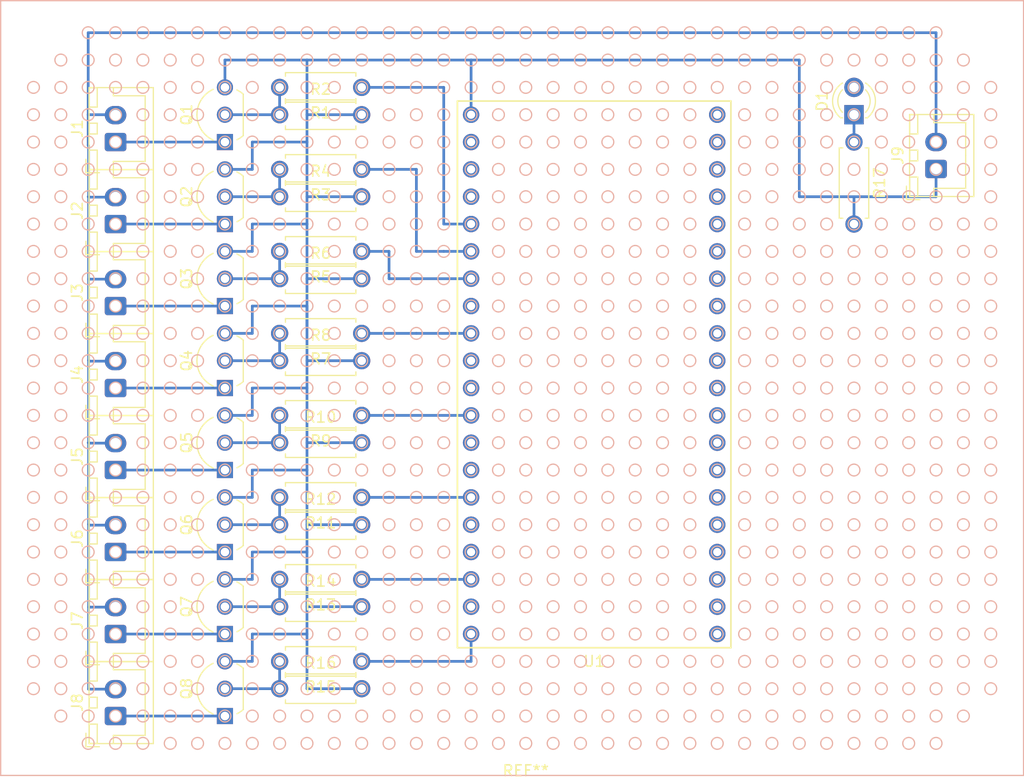
<source format=kicad_pcb>
(kicad_pcb (version 20171130) (host pcbnew "(5.1.10)-1")

  (general
    (thickness 1.6)
    (drawings 0)
    (tracks 111)
    (zones 0)
    (modules 37)
    (nets 59)
  )

  (page A4)
  (layers
    (0 F.Cu signal)
    (31 B.Cu signal)
    (32 B.Adhes user)
    (33 F.Adhes user)
    (34 B.Paste user)
    (35 F.Paste user)
    (36 B.SilkS user)
    (37 F.SilkS user)
    (38 B.Mask user)
    (39 F.Mask user)
    (40 Dwgs.User user)
    (41 Cmts.User user)
    (42 Eco1.User user)
    (43 Eco2.User user)
    (44 Edge.Cuts user)
    (45 Margin user)
    (46 B.CrtYd user)
    (47 F.CrtYd user)
    (48 B.Fab user)
    (49 F.Fab user)
  )

  (setup
    (last_trace_width 0.25)
    (trace_clearance 0.2)
    (zone_clearance 0.508)
    (zone_45_only no)
    (trace_min 0.2)
    (via_size 0.8)
    (via_drill 0.4)
    (via_min_size 0.4)
    (via_min_drill 0.3)
    (uvia_size 0.3)
    (uvia_drill 0.1)
    (uvias_allowed no)
    (uvia_min_size 0.2)
    (uvia_min_drill 0.1)
    (edge_width 0.05)
    (segment_width 0.2)
    (pcb_text_width 0.3)
    (pcb_text_size 1.5 1.5)
    (mod_edge_width 0.12)
    (mod_text_size 1 1)
    (mod_text_width 0.15)
    (pad_size 1.524 1.524)
    (pad_drill 0.762)
    (pad_to_mask_clearance 0)
    (aux_axis_origin 0 0)
    (visible_elements 7FFFFFFF)
    (pcbplotparams
      (layerselection 0x010fc_ffffffff)
      (usegerberextensions false)
      (usegerberattributes true)
      (usegerberadvancedattributes true)
      (creategerberjobfile true)
      (excludeedgelayer true)
      (linewidth 0.100000)
      (plotframeref false)
      (viasonmask false)
      (mode 1)
      (useauxorigin false)
      (hpglpennumber 1)
      (hpglpenspeed 20)
      (hpglpendiameter 15.000000)
      (psnegative false)
      (psa4output false)
      (plotreference true)
      (plotvalue true)
      (plotinvisibletext false)
      (padsonsilk false)
      (subtractmaskfromsilk false)
      (outputformat 1)
      (mirror false)
      (drillshape 1)
      (scaleselection 1)
      (outputdirectory ""))
  )

  (net 0 "")
  (net 1 "Net-(J1-Pad1)")
  (net 2 +12V)
  (net 3 "Net-(J2-Pad1)")
  (net 4 "Net-(J3-Pad1)")
  (net 5 "Net-(J4-Pad1)")
  (net 6 "Net-(J5-Pad1)")
  (net 7 "Net-(J6-Pad1)")
  (net 8 "Net-(J7-Pad1)")
  (net 9 "Net-(J8-Pad1)")
  (net 10 "Net-(Q1-Pad2)")
  (net 11 GND)
  (net 12 "Net-(Q2-Pad2)")
  (net 13 "Net-(Q3-Pad2)")
  (net 14 "Net-(Q4-Pad2)")
  (net 15 "Net-(Q5-Pad2)")
  (net 16 "Net-(Q6-Pad2)")
  (net 17 "Net-(Q7-Pad2)")
  (net 18 "Net-(Q8-Pad2)")
  (net 19 sig0)
  (net 20 sig1)
  (net 21 sig2)
  (net 22 sig3)
  (net 23 sig4)
  (net 24 sig5)
  (net 25 sig6)
  (net 26 sig7)
  (net 27 "Net-(U1-Pad2)")
  (net 28 "Net-(U1-Pad3)")
  (net 29 "Net-(U1-Pad4)")
  (net 30 "Net-(U1-Pad8)")
  (net 31 "Net-(U1-Pad19)")
  (net 32 "Net-(U1-Pad21)")
  (net 33 "Net-(U1-Pad22)")
  (net 34 "Net-(U1-Pad23)")
  (net 35 "Net-(U1-Pad24)")
  (net 36 "Net-(U1-Pad25)")
  (net 37 "Net-(U1-Pad26)")
  (net 38 "Net-(U1-Pad27)")
  (net 39 "Net-(U1-Pad28)")
  (net 40 "Net-(U1-Pad29)")
  (net 41 "Net-(U1-Pad30)")
  (net 42 "Net-(U1-Pad31)")
  (net 43 "Net-(U1-Pad32)")
  (net 44 "Net-(U1-Pad33)")
  (net 45 "Net-(U1-Pad34)")
  (net 46 "Net-(U1-Pad35)")
  (net 47 "Net-(U1-Pad36)")
  (net 48 "Net-(U1-Pad37)")
  (net 49 "Net-(U1-Pad38)")
  (net 50 "Net-(U1-Pad39)")
  (net 51 VDD)
  (net 52 "Net-(U1-Pad16)")
  (net 53 "Net-(U1-Pad10)")
  (net 54 "Net-(U1-Pad11)")
  (net 55 "Net-(U1-Pad17)")
  (net 56 "Net-(U1-Pad13)")
  (net 57 "Net-(U1-Pad14)")
  (net 58 "Net-(D1-Pad1)")

  (net_class Default "これはデフォルトのネット クラスです。"
    (clearance 0.2)
    (trace_width 0.25)
    (via_dia 0.8)
    (via_drill 0.4)
    (uvia_dia 0.3)
    (uvia_drill 0.1)
    (add_net +12V)
    (add_net GND)
    (add_net "Net-(D1-Pad1)")
    (add_net "Net-(J1-Pad1)")
    (add_net "Net-(J2-Pad1)")
    (add_net "Net-(J3-Pad1)")
    (add_net "Net-(J4-Pad1)")
    (add_net "Net-(J5-Pad1)")
    (add_net "Net-(J6-Pad1)")
    (add_net "Net-(J7-Pad1)")
    (add_net "Net-(J8-Pad1)")
    (add_net "Net-(Q1-Pad2)")
    (add_net "Net-(Q2-Pad2)")
    (add_net "Net-(Q3-Pad2)")
    (add_net "Net-(Q4-Pad2)")
    (add_net "Net-(Q5-Pad2)")
    (add_net "Net-(Q6-Pad2)")
    (add_net "Net-(Q7-Pad2)")
    (add_net "Net-(Q8-Pad2)")
    (add_net "Net-(U1-Pad10)")
    (add_net "Net-(U1-Pad11)")
    (add_net "Net-(U1-Pad13)")
    (add_net "Net-(U1-Pad14)")
    (add_net "Net-(U1-Pad16)")
    (add_net "Net-(U1-Pad17)")
    (add_net "Net-(U1-Pad19)")
    (add_net "Net-(U1-Pad2)")
    (add_net "Net-(U1-Pad21)")
    (add_net "Net-(U1-Pad22)")
    (add_net "Net-(U1-Pad23)")
    (add_net "Net-(U1-Pad24)")
    (add_net "Net-(U1-Pad25)")
    (add_net "Net-(U1-Pad26)")
    (add_net "Net-(U1-Pad27)")
    (add_net "Net-(U1-Pad28)")
    (add_net "Net-(U1-Pad29)")
    (add_net "Net-(U1-Pad3)")
    (add_net "Net-(U1-Pad30)")
    (add_net "Net-(U1-Pad31)")
    (add_net "Net-(U1-Pad32)")
    (add_net "Net-(U1-Pad33)")
    (add_net "Net-(U1-Pad34)")
    (add_net "Net-(U1-Pad35)")
    (add_net "Net-(U1-Pad36)")
    (add_net "Net-(U1-Pad37)")
    (add_net "Net-(U1-Pad38)")
    (add_net "Net-(U1-Pad39)")
    (add_net "Net-(U1-Pad4)")
    (add_net "Net-(U1-Pad8)")
    (add_net VDD)
    (add_net sig0)
    (add_net sig1)
    (add_net sig2)
    (add_net sig3)
    (add_net sig4)
    (add_net sig5)
    (add_net sig6)
    (add_net sig7)
  )

  (module MyFootprint:universal_B (layer F.Cu) (tedit 5D1573B4) (tstamp 62F1EA8B)
    (at 142.24 63.5)
    (fp_text reference REF** (at 0 35.56) (layer F.SilkS)
      (effects (font (size 1 1) (thickness 0.15)))
    )
    (fp_text value universal_B (at 0 -35) (layer F.Fab)
      (effects (font (size 1 1) (thickness 0.15)))
    )
    (fp_line (start 46.23 36) (end -48.77 36) (layer B.SilkS) (width 0.12))
    (fp_circle (center -33.02 22.86) (end -32.47 22.86) (layer B.SilkS) (width 0.12))
    (fp_circle (center -33.02 27.94) (end -32.47 27.94) (layer B.SilkS) (width 0.12))
    (fp_circle (center -30.48 20.32) (end -29.93 20.32) (layer B.SilkS) (width 0.12))
    (fp_circle (center -35.56 22.86) (end -35.01 22.86) (layer B.SilkS) (width 0.12))
    (fp_circle (center -30.48 -20.32) (end -29.93 -20.32) (layer B.SilkS) (width 0.12))
    (fp_circle (center -30.48 27.94) (end -29.93 27.94) (layer B.SilkS) (width 0.12))
    (fp_circle (center -30.48 -25.4) (end -29.93 -25.4) (layer B.SilkS) (width 0.12))
    (fp_circle (center -35.56 -22.86) (end -35.01 -22.86) (layer B.SilkS) (width 0.12))
    (fp_circle (center -33.02 -27.94) (end -32.47 -27.94) (layer B.SilkS) (width 0.12))
    (fp_circle (center -35.56 27.94) (end -35.01 27.94) (layer B.SilkS) (width 0.12))
    (fp_circle (center -35.56 -2.54) (end -35.01 -2.54) (layer B.SilkS) (width 0.12))
    (fp_circle (center -30.48 33.02) (end -29.93 33.02) (layer B.SilkS) (width 0.12))
    (fp_circle (center -35.56 33.02) (end -35.01 33.02) (layer B.SilkS) (width 0.12))
    (fp_circle (center -35.56 30.48) (end -35.01 30.48) (layer B.SilkS) (width 0.12))
    (fp_circle (center -35.56 -33.02) (end -35.01 -33.02) (layer B.SilkS) (width 0.12))
    (fp_circle (center -30.48 -2.54) (end -29.93 -2.54) (layer B.SilkS) (width 0.12))
    (fp_circle (center -33.02 25.4) (end -32.47 25.4) (layer B.SilkS) (width 0.12))
    (fp_circle (center -30.48 0) (end -29.93 0) (layer B.SilkS) (width 0.12))
    (fp_circle (center -30.48 -27.94) (end -29.93 -27.94) (layer B.SilkS) (width 0.12))
    (fp_circle (center -30.48 22.86) (end -29.93 22.86) (layer B.SilkS) (width 0.12))
    (fp_circle (center -33.02 0) (end -32.47 0) (layer B.SilkS) (width 0.12))
    (fp_circle (center -30.48 30.48) (end -29.93 30.48) (layer B.SilkS) (width 0.12))
    (fp_circle (center -35.56 20.32) (end -35.01 20.32) (layer B.SilkS) (width 0.12))
    (fp_circle (center -33.02 2.54) (end -32.47 2.54) (layer B.SilkS) (width 0.12))
    (fp_circle (center -33.02 -22.86) (end -32.47 -22.86) (layer B.SilkS) (width 0.12))
    (fp_circle (center -33.02 30.48) (end -32.47 30.48) (layer B.SilkS) (width 0.12))
    (fp_circle (center -35.56 2.54) (end -35.01 2.54) (layer B.SilkS) (width 0.12))
    (fp_circle (center -35.56 -27.94) (end -35.01 -27.94) (layer B.SilkS) (width 0.12))
    (fp_circle (center -35.56 -30.48) (end -35.01 -30.48) (layer B.SilkS) (width 0.12))
    (fp_circle (center -33.02 20.32) (end -32.47 20.32) (layer B.SilkS) (width 0.12))
    (fp_circle (center -35.56 25.4) (end -35.01 25.4) (layer B.SilkS) (width 0.12))
    (fp_circle (center -35.56 -20.32) (end -35.01 -20.32) (layer B.SilkS) (width 0.12))
    (fp_circle (center -33.02 -25.4) (end -32.47 -25.4) (layer B.SilkS) (width 0.12))
    (fp_circle (center -35.56 -25.4) (end -35.01 -25.4) (layer B.SilkS) (width 0.12))
    (fp_circle (center -30.48 -22.86) (end -29.93 -22.86) (layer B.SilkS) (width 0.12))
    (fp_circle (center -33.02 -20.32) (end -32.47 -20.32) (layer B.SilkS) (width 0.12))
    (fp_circle (center -33.02 -2.54) (end -32.47 -2.54) (layer B.SilkS) (width 0.12))
    (fp_circle (center -33.02 12.7) (end -32.47 12.7) (layer B.SilkS) (width 0.12))
    (fp_circle (center -30.48 -33.02) (end -29.93 -33.02) (layer B.SilkS) (width 0.12))
    (fp_circle (center -30.48 -30.48) (end -29.93 -30.48) (layer B.SilkS) (width 0.12))
    (fp_circle (center -30.48 25.4) (end -29.93 25.4) (layer B.SilkS) (width 0.12))
    (fp_circle (center -33.02 33.02) (end -32.47 33.02) (layer B.SilkS) (width 0.12))
    (fp_circle (center -30.48 2.54) (end -29.93 2.54) (layer B.SilkS) (width 0.12))
    (fp_circle (center -35.56 0) (end -35.01 0) (layer B.SilkS) (width 0.12))
    (fp_circle (center -33.02 -30.48) (end -32.47 -30.48) (layer B.SilkS) (width 0.12))
    (fp_circle (center -33.02 -33.02) (end -32.47 -33.02) (layer B.SilkS) (width 0.12))
    (fp_circle (center -35.56 17.78) (end -35.01 17.78) (layer B.SilkS) (width 0.12))
    (fp_circle (center -33.02 15.24) (end -32.47 15.24) (layer B.SilkS) (width 0.12))
    (fp_circle (center -30.48 17.78) (end -29.93 17.78) (layer B.SilkS) (width 0.12))
    (fp_circle (center -30.48 12.7) (end -29.93 12.7) (layer B.SilkS) (width 0.12))
    (fp_circle (center -30.48 15.24) (end -29.93 15.24) (layer B.SilkS) (width 0.12))
    (fp_circle (center -33.02 17.78) (end -32.47 17.78) (layer B.SilkS) (width 0.12))
    (fp_circle (center -35.56 12.7) (end -35.01 12.7) (layer B.SilkS) (width 0.12))
    (fp_circle (center -35.56 15.24) (end -35.01 15.24) (layer B.SilkS) (width 0.12))
    (fp_circle (center -35.56 -15.24) (end -35.01 -15.24) (layer B.SilkS) (width 0.12))
    (fp_circle (center -35.56 -17.78) (end -35.01 -17.78) (layer B.SilkS) (width 0.12))
    (fp_circle (center -30.48 -15.24) (end -29.93 -15.24) (layer B.SilkS) (width 0.12))
    (fp_circle (center -30.48 -12.7) (end -29.93 -12.7) (layer B.SilkS) (width 0.12))
    (fp_circle (center -35.56 -12.7) (end -35.01 -12.7) (layer B.SilkS) (width 0.12))
    (fp_circle (center -33.02 -12.7) (end -32.47 -12.7) (layer B.SilkS) (width 0.12))
    (fp_circle (center -35.56 -7.62) (end -35.01 -7.62) (layer B.SilkS) (width 0.12))
    (fp_circle (center -35.56 5.08) (end -35.01 5.08) (layer B.SilkS) (width 0.12))
    (fp_circle (center -33.02 -15.24) (end -32.47 -15.24) (layer B.SilkS) (width 0.12))
    (fp_circle (center -30.48 -5.08) (end -29.93 -5.08) (layer B.SilkS) (width 0.12))
    (fp_circle (center -33.02 -7.62) (end -32.47 -7.62) (layer B.SilkS) (width 0.12))
    (fp_circle (center -35.56 7.62) (end -35.01 7.62) (layer B.SilkS) (width 0.12))
    (fp_circle (center -30.48 7.62) (end -29.93 7.62) (layer B.SilkS) (width 0.12))
    (fp_circle (center -35.56 10.16) (end -35.01 10.16) (layer B.SilkS) (width 0.12))
    (fp_circle (center -33.02 -17.78) (end -32.47 -17.78) (layer B.SilkS) (width 0.12))
    (fp_circle (center -33.02 10.16) (end -32.47 10.16) (layer B.SilkS) (width 0.12))
    (fp_circle (center -33.02 7.62) (end -32.47 7.62) (layer B.SilkS) (width 0.12))
    (fp_circle (center -30.48 10.16) (end -29.93 10.16) (layer B.SilkS) (width 0.12))
    (fp_circle (center -35.56 -10.16) (end -35.01 -10.16) (layer B.SilkS) (width 0.12))
    (fp_circle (center -30.48 -7.62) (end -29.93 -7.62) (layer B.SilkS) (width 0.12))
    (fp_circle (center -33.02 5.08) (end -32.47 5.08) (layer B.SilkS) (width 0.12))
    (fp_circle (center -33.02 -5.08) (end -32.47 -5.08) (layer B.SilkS) (width 0.12))
    (fp_circle (center -30.48 5.08) (end -29.93 5.08) (layer B.SilkS) (width 0.12))
    (fp_circle (center -33.02 -10.16) (end -32.47 -10.16) (layer B.SilkS) (width 0.12))
    (fp_circle (center -30.48 -17.78) (end -29.93 -17.78) (layer B.SilkS) (width 0.12))
    (fp_circle (center -35.56 -5.08) (end -35.01 -5.08) (layer B.SilkS) (width 0.12))
    (fp_circle (center -30.48 -10.16) (end -29.93 -10.16) (layer B.SilkS) (width 0.12))
    (fp_circle (center -38.1 27.94) (end -37.55 27.94) (layer B.SilkS) (width 0.12))
    (fp_circle (center -38.1 -20.32) (end -37.55 -20.32) (layer B.SilkS) (width 0.12))
    (fp_circle (center -43.18 30.48) (end -42.63 30.48) (layer B.SilkS) (width 0.12))
    (fp_circle (center -40.64 33.02) (end -40.09 33.02) (layer B.SilkS) (width 0.12))
    (fp_circle (center -40.64 -22.86) (end -40.09 -22.86) (layer B.SilkS) (width 0.12))
    (fp_circle (center -43.18 -22.86) (end -42.63 -22.86) (layer B.SilkS) (width 0.12))
    (fp_circle (center -40.64 12.7) (end -40.09 12.7) (layer B.SilkS) (width 0.12))
    (fp_circle (center -38.1 0) (end -37.55 0) (layer B.SilkS) (width 0.12))
    (fp_circle (center -38.1 17.78) (end -37.55 17.78) (layer B.SilkS) (width 0.12))
    (fp_circle (center -38.1 12.7) (end -37.55 12.7) (layer B.SilkS) (width 0.12))
    (fp_circle (center -43.18 -2.54) (end -42.63 -2.54) (layer B.SilkS) (width 0.12))
    (fp_circle (center -40.64 -30.48) (end -40.09 -30.48) (layer B.SilkS) (width 0.12))
    (fp_circle (center -38.1 -27.94) (end -37.55 -27.94) (layer B.SilkS) (width 0.12))
    (fp_circle (center -38.1 -33.02) (end -37.55 -33.02) (layer B.SilkS) (width 0.12))
    (fp_circle (center -40.64 2.54) (end -40.09 2.54) (layer B.SilkS) (width 0.12))
    (fp_circle (center -40.64 -27.94) (end -40.09 -27.94) (layer B.SilkS) (width 0.12))
    (fp_circle (center -43.18 22.86) (end -42.63 22.86) (layer B.SilkS) (width 0.12))
    (fp_circle (center -38.1 20.32) (end -37.55 20.32) (layer B.SilkS) (width 0.12))
    (fp_circle (center -38.1 -22.86) (end -37.55 -22.86) (layer B.SilkS) (width 0.12))
    (fp_circle (center -40.64 -20.32) (end -40.09 -20.32) (layer B.SilkS) (width 0.12))
    (fp_circle (center -38.1 2.54) (end -37.55 2.54) (layer B.SilkS) (width 0.12))
    (fp_circle (center -43.18 -30.48) (end -42.63 -30.48) (layer B.SilkS) (width 0.12))
    (fp_circle (center -40.64 20.32) (end -40.09 20.32) (layer B.SilkS) (width 0.12))
    (fp_circle (center -40.64 22.86) (end -40.09 22.86) (layer B.SilkS) (width 0.12))
    (fp_circle (center -43.18 25.4) (end -42.63 25.4) (layer B.SilkS) (width 0.12))
    (fp_circle (center -38.1 -25.4) (end -37.55 -25.4) (layer B.SilkS) (width 0.12))
    (fp_circle (center -40.64 30.48) (end -40.09 30.48) (layer B.SilkS) (width 0.12))
    (fp_circle (center -40.64 15.24) (end -40.09 15.24) (layer B.SilkS) (width 0.12))
    (fp_circle (center -43.18 12.7) (end -42.63 12.7) (layer B.SilkS) (width 0.12))
    (fp_circle (center -43.18 15.24) (end -42.63 15.24) (layer B.SilkS) (width 0.12))
    (fp_circle (center -38.1 -30.48) (end -37.55 -30.48) (layer B.SilkS) (width 0.12))
    (fp_circle (center -43.18 17.78) (end -42.63 17.78) (layer B.SilkS) (width 0.12))
    (fp_circle (center -38.1 22.86) (end -37.55 22.86) (layer B.SilkS) (width 0.12))
    (fp_circle (center -38.1 33.02) (end -37.55 33.02) (layer B.SilkS) (width 0.12))
    (fp_circle (center -43.18 -20.32) (end -42.63 -20.32) (layer B.SilkS) (width 0.12))
    (fp_circle (center -38.1 15.24) (end -37.55 15.24) (layer B.SilkS) (width 0.12))
    (fp_circle (center -43.18 0) (end -42.63 0) (layer B.SilkS) (width 0.12))
    (fp_circle (center -43.18 20.32) (end -42.63 20.32) (layer B.SilkS) (width 0.12))
    (fp_circle (center -40.64 0) (end -40.09 0) (layer B.SilkS) (width 0.12))
    (fp_circle (center -40.64 -2.54) (end -40.09 -2.54) (layer B.SilkS) (width 0.12))
    (fp_circle (center -40.64 27.94) (end -40.09 27.94) (layer B.SilkS) (width 0.12))
    (fp_circle (center -43.18 -25.4) (end -42.63 -25.4) (layer B.SilkS) (width 0.12))
    (fp_circle (center -40.64 17.78) (end -40.09 17.78) (layer B.SilkS) (width 0.12))
    (fp_circle (center -43.18 -27.94) (end -42.63 -27.94) (layer B.SilkS) (width 0.12))
    (fp_circle (center -40.64 -33.02) (end -40.09 -33.02) (layer B.SilkS) (width 0.12))
    (fp_circle (center -38.1 -2.54) (end -37.55 -2.54) (layer B.SilkS) (width 0.12))
    (fp_circle (center -43.18 27.94) (end -42.63 27.94) (layer B.SilkS) (width 0.12))
    (fp_circle (center -38.1 30.48) (end -37.55 30.48) (layer B.SilkS) (width 0.12))
    (fp_circle (center -40.64 25.4) (end -40.09 25.4) (layer B.SilkS) (width 0.12))
    (fp_circle (center -38.1 25.4) (end -37.55 25.4) (layer B.SilkS) (width 0.12))
    (fp_circle (center -40.64 -25.4) (end -40.09 -25.4) (layer B.SilkS) (width 0.12))
    (fp_circle (center -43.18 2.54) (end -42.63 2.54) (layer B.SilkS) (width 0.12))
    (fp_circle (center -43.18 -17.78) (end -42.63 -17.78) (layer B.SilkS) (width 0.12))
    (fp_circle (center -38.1 -10.16) (end -37.55 -10.16) (layer B.SilkS) (width 0.12))
    (fp_circle (center -38.1 -17.78) (end -37.55 -17.78) (layer B.SilkS) (width 0.12))
    (fp_circle (center -38.1 -12.7) (end -37.55 -12.7) (layer B.SilkS) (width 0.12))
    (fp_circle (center -38.1 10.16) (end -37.55 10.16) (layer B.SilkS) (width 0.12))
    (fp_circle (center -43.18 5.08) (end -42.63 5.08) (layer B.SilkS) (width 0.12))
    (fp_circle (center -40.64 -5.08) (end -40.09 -5.08) (layer B.SilkS) (width 0.12))
    (fp_circle (center -43.18 -15.24) (end -42.63 -15.24) (layer B.SilkS) (width 0.12))
    (fp_circle (center -38.1 7.62) (end -37.55 7.62) (layer B.SilkS) (width 0.12))
    (fp_circle (center -38.1 -5.08) (end -37.55 -5.08) (layer B.SilkS) (width 0.12))
    (fp_circle (center -43.18 -5.08) (end -42.63 -5.08) (layer B.SilkS) (width 0.12))
    (fp_circle (center -40.64 7.62) (end -40.09 7.62) (layer B.SilkS) (width 0.12))
    (fp_circle (center -40.64 -15.24) (end -40.09 -15.24) (layer B.SilkS) (width 0.12))
    (fp_circle (center -40.64 -17.78) (end -40.09 -17.78) (layer B.SilkS) (width 0.12))
    (fp_circle (center -43.18 -12.7) (end -42.63 -12.7) (layer B.SilkS) (width 0.12))
    (fp_circle (center -40.64 -12.7) (end -40.09 -12.7) (layer B.SilkS) (width 0.12))
    (fp_circle (center -40.64 5.08) (end -40.09 5.08) (layer B.SilkS) (width 0.12))
    (fp_circle (center -43.18 10.16) (end -42.63 10.16) (layer B.SilkS) (width 0.12))
    (fp_circle (center -38.1 -15.24) (end -37.55 -15.24) (layer B.SilkS) (width 0.12))
    (fp_circle (center -38.1 -7.62) (end -37.55 -7.62) (layer B.SilkS) (width 0.12))
    (fp_circle (center -40.64 10.16) (end -40.09 10.16) (layer B.SilkS) (width 0.12))
    (fp_circle (center -43.18 -10.16) (end -42.63 -10.16) (layer B.SilkS) (width 0.12))
    (fp_circle (center -43.18 -7.62) (end -42.63 -7.62) (layer B.SilkS) (width 0.12))
    (fp_circle (center -40.64 -10.16) (end -40.09 -10.16) (layer B.SilkS) (width 0.12))
    (fp_circle (center -43.18 7.62) (end -42.63 7.62) (layer B.SilkS) (width 0.12))
    (fp_circle (center -40.64 -7.62) (end -40.09 -7.62) (layer B.SilkS) (width 0.12))
    (fp_circle (center -38.1 5.08) (end -37.55 5.08) (layer B.SilkS) (width 0.12))
    (fp_circle (center -27.94 2.54) (end -27.39 2.54) (layer B.SilkS) (width 0.12))
    (fp_circle (center -22.86 0) (end -22.31 0) (layer B.SilkS) (width 0.12))
    (fp_circle (center -27.94 0) (end -27.39 0) (layer B.SilkS) (width 0.12))
    (fp_circle (center -27.94 -2.54) (end -27.39 -2.54) (layer B.SilkS) (width 0.12))
    (fp_circle (center -22.86 2.54) (end -22.31 2.54) (layer B.SilkS) (width 0.12))
    (fp_circle (center -25.4 2.54) (end -24.85 2.54) (layer B.SilkS) (width 0.12))
    (fp_circle (center -25.4 0) (end -24.85 0) (layer B.SilkS) (width 0.12))
    (fp_circle (center -25.4 27.94) (end -24.85 27.94) (layer B.SilkS) (width 0.12))
    (fp_circle (center -27.94 27.94) (end -27.39 27.94) (layer B.SilkS) (width 0.12))
    (fp_circle (center -22.86 30.48) (end -22.31 30.48) (layer B.SilkS) (width 0.12))
    (fp_circle (center -25.4 33.02) (end -24.85 33.02) (layer B.SilkS) (width 0.12))
    (fp_circle (center -22.86 33.02) (end -22.31 33.02) (layer B.SilkS) (width 0.12))
    (fp_circle (center -27.94 33.02) (end -27.39 33.02) (layer B.SilkS) (width 0.12))
    (fp_circle (center -27.94 30.48) (end -27.39 30.48) (layer B.SilkS) (width 0.12))
    (fp_circle (center -22.86 27.94) (end -22.31 27.94) (layer B.SilkS) (width 0.12))
    (fp_circle (center -25.4 -2.54) (end -24.85 -2.54) (layer B.SilkS) (width 0.12))
    (fp_circle (center -22.86 -2.54) (end -22.31 -2.54) (layer B.SilkS) (width 0.12))
    (fp_circle (center -25.4 30.48) (end -24.85 30.48) (layer B.SilkS) (width 0.12))
    (fp_circle (center -27.94 5.08) (end -27.39 5.08) (layer B.SilkS) (width 0.12))
    (fp_circle (center -22.86 -5.08) (end -22.31 -5.08) (layer B.SilkS) (width 0.12))
    (fp_circle (center -27.94 15.24) (end -27.39 15.24) (layer B.SilkS) (width 0.12))
    (fp_circle (center -22.86 20.32) (end -22.31 20.32) (layer B.SilkS) (width 0.12))
    (fp_circle (center -22.86 -33.02) (end -22.31 -33.02) (layer B.SilkS) (width 0.12))
    (fp_circle (center -22.86 17.78) (end -22.31 17.78) (layer B.SilkS) (width 0.12))
    (fp_circle (center -22.86 -12.7) (end -22.31 -12.7) (layer B.SilkS) (width 0.12))
    (fp_circle (center -22.86 -15.24) (end -22.31 -15.24) (layer B.SilkS) (width 0.12))
    (fp_circle (center -25.4 -5.08) (end -24.85 -5.08) (layer B.SilkS) (width 0.12))
    (fp_circle (center -25.4 -30.48) (end -24.85 -30.48) (layer B.SilkS) (width 0.12))
    (fp_circle (center -22.86 10.16) (end -22.31 10.16) (layer B.SilkS) (width 0.12))
    (fp_circle (center -22.86 5.08) (end -22.31 5.08) (layer B.SilkS) (width 0.12))
    (fp_circle (center -27.94 -5.08) (end -27.39 -5.08) (layer B.SilkS) (width 0.12))
    (fp_circle (center -27.94 12.7) (end -27.39 12.7) (layer B.SilkS) (width 0.12))
    (fp_circle (center -25.4 22.86) (end -24.85 22.86) (layer B.SilkS) (width 0.12))
    (fp_circle (center -22.86 -25.4) (end -22.31 -25.4) (layer B.SilkS) (width 0.12))
    (fp_circle (center -27.94 -22.86) (end -27.39 -22.86) (layer B.SilkS) (width 0.12))
    (fp_circle (center -27.94 -15.24) (end -27.39 -15.24) (layer B.SilkS) (width 0.12))
    (fp_circle (center -27.94 25.4) (end -27.39 25.4) (layer B.SilkS) (width 0.12))
    (fp_circle (center -25.4 20.32) (end -24.85 20.32) (layer B.SilkS) (width 0.12))
    (fp_circle (center -27.94 -17.78) (end -27.39 -17.78) (layer B.SilkS) (width 0.12))
    (fp_circle (center -25.4 -17.78) (end -24.85 -17.78) (layer B.SilkS) (width 0.12))
    (fp_circle (center -22.86 -22.86) (end -22.31 -22.86) (layer B.SilkS) (width 0.12))
    (fp_circle (center -25.4 5.08) (end -24.85 5.08) (layer B.SilkS) (width 0.12))
    (fp_circle (center -22.86 -17.78) (end -22.31 -17.78) (layer B.SilkS) (width 0.12))
    (fp_circle (center -27.94 -25.4) (end -27.39 -25.4) (layer B.SilkS) (width 0.12))
    (fp_circle (center -27.94 -20.32) (end -27.39 -20.32) (layer B.SilkS) (width 0.12))
    (fp_circle (center -25.4 10.16) (end -24.85 10.16) (layer B.SilkS) (width 0.12))
    (fp_circle (center -25.4 15.24) (end -24.85 15.24) (layer B.SilkS) (width 0.12))
    (fp_circle (center -25.4 17.78) (end -24.85 17.78) (layer B.SilkS) (width 0.12))
    (fp_circle (center -27.94 17.78) (end -27.39 17.78) (layer B.SilkS) (width 0.12))
    (fp_circle (center -25.4 -10.16) (end -24.85 -10.16) (layer B.SilkS) (width 0.12))
    (fp_circle (center -22.86 -27.94) (end -22.31 -27.94) (layer B.SilkS) (width 0.12))
    (fp_circle (center -27.94 7.62) (end -27.39 7.62) (layer B.SilkS) (width 0.12))
    (fp_circle (center -25.4 -7.62) (end -24.85 -7.62) (layer B.SilkS) (width 0.12))
    (fp_circle (center -22.86 -10.16) (end -22.31 -10.16) (layer B.SilkS) (width 0.12))
    (fp_circle (center -22.86 -20.32) (end -22.31 -20.32) (layer B.SilkS) (width 0.12))
    (fp_circle (center -27.94 20.32) (end -27.39 20.32) (layer B.SilkS) (width 0.12))
    (fp_circle (center -25.4 -20.32) (end -24.85 -20.32) (layer B.SilkS) (width 0.12))
    (fp_circle (center -22.86 12.7) (end -22.31 12.7) (layer B.SilkS) (width 0.12))
    (fp_circle (center -25.4 25.4) (end -24.85 25.4) (layer B.SilkS) (width 0.12))
    (fp_circle (center -25.4 -15.24) (end -24.85 -15.24) (layer B.SilkS) (width 0.12))
    (fp_circle (center -22.86 7.62) (end -22.31 7.62) (layer B.SilkS) (width 0.12))
    (fp_circle (center -27.94 -33.02) (end -27.39 -33.02) (layer B.SilkS) (width 0.12))
    (fp_circle (center -22.86 15.24) (end -22.31 15.24) (layer B.SilkS) (width 0.12))
    (fp_circle (center -27.94 -27.94) (end -27.39 -27.94) (layer B.SilkS) (width 0.12))
    (fp_circle (center -25.4 -27.94) (end -24.85 -27.94) (layer B.SilkS) (width 0.12))
    (fp_circle (center -22.86 -30.48) (end -22.31 -30.48) (layer B.SilkS) (width 0.12))
    (fp_circle (center -25.4 -12.7) (end -24.85 -12.7) (layer B.SilkS) (width 0.12))
    (fp_circle (center -22.86 -7.62) (end -22.31 -7.62) (layer B.SilkS) (width 0.12))
    (fp_circle (center -25.4 12.7) (end -24.85 12.7) (layer B.SilkS) (width 0.12))
    (fp_circle (center -27.94 22.86) (end -27.39 22.86) (layer B.SilkS) (width 0.12))
    (fp_circle (center -25.4 -22.86) (end -24.85 -22.86) (layer B.SilkS) (width 0.12))
    (fp_circle (center -25.4 -33.02) (end -24.85 -33.02) (layer B.SilkS) (width 0.12))
    (fp_circle (center -22.86 22.86) (end -22.31 22.86) (layer B.SilkS) (width 0.12))
    (fp_circle (center -22.86 25.4) (end -22.31 25.4) (layer B.SilkS) (width 0.12))
    (fp_circle (center -25.4 -25.4) (end -24.85 -25.4) (layer B.SilkS) (width 0.12))
    (fp_circle (center -27.94 -12.7) (end -27.39 -12.7) (layer B.SilkS) (width 0.12))
    (fp_circle (center -25.4 7.62) (end -24.85 7.62) (layer B.SilkS) (width 0.12))
    (fp_circle (center -27.94 10.16) (end -27.39 10.16) (layer B.SilkS) (width 0.12))
    (fp_circle (center -27.94 -10.16) (end -27.39 -10.16) (layer B.SilkS) (width 0.12))
    (fp_circle (center -27.94 -7.62) (end -27.39 -7.62) (layer B.SilkS) (width 0.12))
    (fp_circle (center -27.94 -30.48) (end -27.39 -30.48) (layer B.SilkS) (width 0.12))
    (fp_circle (center -45.72 -5.08) (end -45.17 -5.08) (layer B.SilkS) (width 0.12))
    (fp_circle (center -45.72 10.16) (end -45.17 10.16) (layer B.SilkS) (width 0.12))
    (fp_circle (center -45.72 -10.16) (end -45.17 -10.16) (layer B.SilkS) (width 0.12))
    (fp_circle (center -45.72 5.08) (end -45.17 5.08) (layer B.SilkS) (width 0.12))
    (fp_circle (center -45.72 -7.62) (end -45.17 -7.62) (layer B.SilkS) (width 0.12))
    (fp_circle (center -45.72 7.62) (end -45.17 7.62) (layer B.SilkS) (width 0.12))
    (fp_circle (center -45.72 -17.78) (end -45.17 -17.78) (layer B.SilkS) (width 0.12))
    (fp_circle (center -45.72 -15.24) (end -45.17 -15.24) (layer B.SilkS) (width 0.12))
    (fp_circle (center -45.72 -12.7) (end -45.17 -12.7) (layer B.SilkS) (width 0.12))
    (fp_circle (center -45.72 12.7) (end -45.17 12.7) (layer B.SilkS) (width 0.12))
    (fp_circle (center -45.72 17.78) (end -45.17 17.78) (layer B.SilkS) (width 0.12))
    (fp_circle (center -45.72 15.24) (end -45.17 15.24) (layer B.SilkS) (width 0.12))
    (fp_circle (center -45.72 -22.86) (end -45.17 -22.86) (layer B.SilkS) (width 0.12))
    (fp_circle (center -45.72 -25.4) (end -45.17 -25.4) (layer B.SilkS) (width 0.12))
    (fp_circle (center -45.72 -20.32) (end -45.17 -20.32) (layer B.SilkS) (width 0.12))
    (fp_circle (center -45.72 25.4) (end -45.17 25.4) (layer B.SilkS) (width 0.12))
    (fp_circle (center -45.72 22.86) (end -45.17 22.86) (layer B.SilkS) (width 0.12))
    (fp_circle (center -45.72 20.32) (end -45.17 20.32) (layer B.SilkS) (width 0.12))
    (fp_circle (center -45.72 -27.94) (end -45.17 -27.94) (layer B.SilkS) (width 0.12))
    (fp_circle (center -45.72 27.94) (end -45.17 27.94) (layer B.SilkS) (width 0.12))
    (fp_circle (center -20.32 -10.16) (end -19.77 -10.16) (layer B.SilkS) (width 0.12))
    (fp_circle (center -20.32 10.16) (end -19.77 10.16) (layer B.SilkS) (width 0.12))
    (fp_circle (center -20.32 -7.62) (end -19.77 -7.62) (layer B.SilkS) (width 0.12))
    (fp_circle (center -17.78 10.16) (end -17.23 10.16) (layer B.SilkS) (width 0.12))
    (fp_circle (center -15.24 5.08) (end -14.69 5.08) (layer B.SilkS) (width 0.12))
    (fp_circle (center -20.32 7.62) (end -19.77 7.62) (layer B.SilkS) (width 0.12))
    (fp_circle (center -17.78 5.08) (end -17.23 5.08) (layer B.SilkS) (width 0.12))
    (fp_circle (center -20.32 5.08) (end -19.77 5.08) (layer B.SilkS) (width 0.12))
    (fp_circle (center -15.24 -5.08) (end -14.69 -5.08) (layer B.SilkS) (width 0.12))
    (fp_circle (center -15.24 -10.16) (end -14.69 -10.16) (layer B.SilkS) (width 0.12))
    (fp_circle (center -17.78 -10.16) (end -17.23 -10.16) (layer B.SilkS) (width 0.12))
    (fp_circle (center -15.24 10.16) (end -14.69 10.16) (layer B.SilkS) (width 0.12))
    (fp_circle (center -17.78 -7.62) (end -17.23 -7.62) (layer B.SilkS) (width 0.12))
    (fp_circle (center -17.78 7.62) (end -17.23 7.62) (layer B.SilkS) (width 0.12))
    (fp_circle (center -20.32 -5.08) (end -19.77 -5.08) (layer B.SilkS) (width 0.12))
    (fp_circle (center -12.7 33.02) (end -12.15 33.02) (layer B.SilkS) (width 0.12))
    (fp_circle (center -7.62 20.32) (end -7.07 20.32) (layer B.SilkS) (width 0.12))
    (fp_circle (center -12.7 -30.48) (end -12.15 -30.48) (layer B.SilkS) (width 0.12))
    (fp_circle (center -7.62 22.86) (end -7.07 22.86) (layer B.SilkS) (width 0.12))
    (fp_circle (center -7.62 25.4) (end -7.07 25.4) (layer B.SilkS) (width 0.12))
    (fp_circle (center -10.16 22.86) (end -9.61 22.86) (layer B.SilkS) (width 0.12))
    (fp_circle (center -12.7 22.86) (end -12.15 22.86) (layer B.SilkS) (width 0.12))
    (fp_circle (center -7.62 2.54) (end -7.07 2.54) (layer B.SilkS) (width 0.12))
    (fp_circle (center -12.7 30.48) (end -12.15 30.48) (layer B.SilkS) (width 0.12))
    (fp_circle (center -12.7 -2.54) (end -12.15 -2.54) (layer B.SilkS) (width 0.12))
    (fp_circle (center -10.16 2.54) (end -9.61 2.54) (layer B.SilkS) (width 0.12))
    (fp_circle (center -7.62 -2.54) (end -7.07 -2.54) (layer B.SilkS) (width 0.12))
    (fp_circle (center -12.7 2.54) (end -12.15 2.54) (layer B.SilkS) (width 0.12))
    (fp_circle (center -7.62 27.94) (end -7.07 27.94) (layer B.SilkS) (width 0.12))
    (fp_circle (center -10.16 27.94) (end -9.61 27.94) (layer B.SilkS) (width 0.12))
    (fp_circle (center -10.16 -2.54) (end -9.61 -2.54) (layer B.SilkS) (width 0.12))
    (fp_circle (center -10.16 30.48) (end -9.61 30.48) (layer B.SilkS) (width 0.12))
    (fp_circle (center -10.16 33.02) (end -9.61 33.02) (layer B.SilkS) (width 0.12))
    (fp_circle (center -7.62 0) (end -7.07 0) (layer B.SilkS) (width 0.12))
    (fp_circle (center -7.62 30.48) (end -7.07 30.48) (layer B.SilkS) (width 0.12))
    (fp_circle (center -10.16 0) (end -9.61 0) (layer B.SilkS) (width 0.12))
    (fp_circle (center -10.16 -30.48) (end -9.61 -30.48) (layer B.SilkS) (width 0.12))
    (fp_circle (center -12.7 -27.94) (end -12.15 -27.94) (layer B.SilkS) (width 0.12))
    (fp_circle (center -12.7 -33.02) (end -12.15 -33.02) (layer B.SilkS) (width 0.12))
    (fp_circle (center -10.16 -27.94) (end -9.61 -27.94) (layer B.SilkS) (width 0.12))
    (fp_circle (center -10.16 -33.02) (end -9.61 -33.02) (layer B.SilkS) (width 0.12))
    (fp_circle (center -7.62 -27.94) (end -7.07 -27.94) (layer B.SilkS) (width 0.12))
    (fp_circle (center -12.7 27.94) (end -12.15 27.94) (layer B.SilkS) (width 0.12))
    (fp_circle (center -7.62 -33.02) (end -7.07 -33.02) (layer B.SilkS) (width 0.12))
    (fp_circle (center -7.62 -30.48) (end -7.07 -30.48) (layer B.SilkS) (width 0.12))
    (fp_circle (center -10.16 20.32) (end -9.61 20.32) (layer B.SilkS) (width 0.12))
    (fp_circle (center -10.16 25.4) (end -9.61 25.4) (layer B.SilkS) (width 0.12))
    (fp_circle (center -12.7 0) (end -12.15 0) (layer B.SilkS) (width 0.12))
    (fp_circle (center -7.62 33.02) (end -7.07 33.02) (layer B.SilkS) (width 0.12))
    (fp_circle (center -12.7 10.16) (end -12.15 10.16) (layer B.SilkS) (width 0.12))
    (fp_circle (center -12.7 -10.16) (end -12.15 -10.16) (layer B.SilkS) (width 0.12))
    (fp_circle (center -12.7 25.4) (end -12.15 25.4) (layer B.SilkS) (width 0.12))
    (fp_circle (center -12.7 -12.7) (end -12.15 -12.7) (layer B.SilkS) (width 0.12))
    (fp_circle (center -7.62 -12.7) (end -7.07 -12.7) (layer B.SilkS) (width 0.12))
    (fp_circle (center -7.62 17.78) (end -7.07 17.78) (layer B.SilkS) (width 0.12))
    (fp_circle (center -12.7 -15.24) (end -12.15 -15.24) (layer B.SilkS) (width 0.12))
    (fp_circle (center -12.7 -17.78) (end -12.15 -17.78) (layer B.SilkS) (width 0.12))
    (fp_circle (center -10.16 -17.78) (end -9.61 -17.78) (layer B.SilkS) (width 0.12))
    (fp_circle (center -7.62 10.16) (end -7.07 10.16) (layer B.SilkS) (width 0.12))
    (fp_circle (center -12.7 5.08) (end -12.15 5.08) (layer B.SilkS) (width 0.12))
    (fp_circle (center -7.62 -22.86) (end -7.07 -22.86) (layer B.SilkS) (width 0.12))
    (fp_circle (center -10.16 -7.62) (end -9.61 -7.62) (layer B.SilkS) (width 0.12))
    (fp_circle (center -10.16 -15.24) (end -9.61 -15.24) (layer B.SilkS) (width 0.12))
    (fp_circle (center -10.16 12.7) (end -9.61 12.7) (layer B.SilkS) (width 0.12))
    (fp_circle (center -7.62 5.08) (end -7.07 5.08) (layer B.SilkS) (width 0.12))
    (fp_circle (center -10.16 17.78) (end -9.61 17.78) (layer B.SilkS) (width 0.12))
    (fp_circle (center -7.62 -7.62) (end -7.07 -7.62) (layer B.SilkS) (width 0.12))
    (fp_circle (center -12.7 15.24) (end -12.15 15.24) (layer B.SilkS) (width 0.12))
    (fp_circle (center -12.7 -20.32) (end -12.15 -20.32) (layer B.SilkS) (width 0.12))
    (fp_circle (center -10.16 15.24) (end -9.61 15.24) (layer B.SilkS) (width 0.12))
    (fp_circle (center -7.62 -10.16) (end -7.07 -10.16) (layer B.SilkS) (width 0.12))
    (fp_circle (center -7.62 -20.32) (end -7.07 -20.32) (layer B.SilkS) (width 0.12))
    (fp_circle (center -12.7 12.7) (end -12.15 12.7) (layer B.SilkS) (width 0.12))
    (fp_circle (center -12.7 20.32) (end -12.15 20.32) (layer B.SilkS) (width 0.12))
    (fp_circle (center -7.62 -15.24) (end -7.07 -15.24) (layer B.SilkS) (width 0.12))
    (fp_circle (center -10.16 5.08) (end -9.61 5.08) (layer B.SilkS) (width 0.12))
    (fp_circle (center -12.7 -22.86) (end -12.15 -22.86) (layer B.SilkS) (width 0.12))
    (fp_circle (center -10.16 -20.32) (end -9.61 -20.32) (layer B.SilkS) (width 0.12))
    (fp_circle (center -7.62 15.24) (end -7.07 15.24) (layer B.SilkS) (width 0.12))
    (fp_circle (center -10.16 10.16) (end -9.61 10.16) (layer B.SilkS) (width 0.12))
    (fp_circle (center -7.62 12.7) (end -7.07 12.7) (layer B.SilkS) (width 0.12))
    (fp_circle (center -10.16 7.62) (end -9.61 7.62) (layer B.SilkS) (width 0.12))
    (fp_circle (center -10.16 -25.4) (end -9.61 -25.4) (layer B.SilkS) (width 0.12))
    (fp_circle (center -12.7 17.78) (end -12.15 17.78) (layer B.SilkS) (width 0.12))
    (fp_circle (center -12.7 -5.08) (end -12.15 -5.08) (layer B.SilkS) (width 0.12))
    (fp_circle (center -12.7 -7.62) (end -12.15 -7.62) (layer B.SilkS) (width 0.12))
    (fp_circle (center -10.16 -5.08) (end -9.61 -5.08) (layer B.SilkS) (width 0.12))
    (fp_circle (center -7.62 7.62) (end -7.07 7.62) (layer B.SilkS) (width 0.12))
    (fp_circle (center -10.16 -12.7) (end -9.61 -12.7) (layer B.SilkS) (width 0.12))
    (fp_circle (center -10.16 -10.16) (end -9.61 -10.16) (layer B.SilkS) (width 0.12))
    (fp_circle (center -12.7 -25.4) (end -12.15 -25.4) (layer B.SilkS) (width 0.12))
    (fp_circle (center -7.62 -5.08) (end -7.07 -5.08) (layer B.SilkS) (width 0.12))
    (fp_circle (center -12.7 7.62) (end -12.15 7.62) (layer B.SilkS) (width 0.12))
    (fp_circle (center -7.62 -17.78) (end -7.07 -17.78) (layer B.SilkS) (width 0.12))
    (fp_circle (center -10.16 -22.86) (end -9.61 -22.86) (layer B.SilkS) (width 0.12))
    (fp_circle (center -7.62 -25.4) (end -7.07 -25.4) (layer B.SilkS) (width 0.12))
    (fp_circle (center -15.24 -7.62) (end -14.69 -7.62) (layer B.SilkS) (width 0.12))
    (fp_circle (center -17.78 -5.08) (end -17.23 -5.08) (layer B.SilkS) (width 0.12))
    (fp_circle (center -15.24 25.4) (end -14.69 25.4) (layer B.SilkS) (width 0.12))
    (fp_circle (center -15.24 -2.54) (end -14.69 -2.54) (layer B.SilkS) (width 0.12))
    (fp_circle (center -17.78 0) (end -17.23 0) (layer B.SilkS) (width 0.12))
    (fp_circle (center -15.24 20.32) (end -14.69 20.32) (layer B.SilkS) (width 0.12))
    (fp_circle (center -20.32 22.86) (end -19.77 22.86) (layer B.SilkS) (width 0.12))
    (fp_circle (center -15.24 -20.32) (end -14.69 -20.32) (layer B.SilkS) (width 0.12))
    (fp_circle (center -17.78 -20.32) (end -17.23 -20.32) (layer B.SilkS) (width 0.12))
    (fp_circle (center -15.24 12.7) (end -14.69 12.7) (layer B.SilkS) (width 0.12))
    (fp_circle (center -20.32 17.78) (end -19.77 17.78) (layer B.SilkS) (width 0.12))
    (fp_circle (center -17.78 12.7) (end -17.23 12.7) (layer B.SilkS) (width 0.12))
    (fp_circle (center -17.78 -15.24) (end -17.23 -15.24) (layer B.SilkS) (width 0.12))
    (fp_circle (center -15.24 -33.02) (end -14.69 -33.02) (layer B.SilkS) (width 0.12))
    (fp_circle (center -17.78 30.48) (end -17.23 30.48) (layer B.SilkS) (width 0.12))
    (fp_circle (center -17.78 -30.48) (end -17.23 -30.48) (layer B.SilkS) (width 0.12))
    (fp_circle (center -20.32 -27.94) (end -19.77 -27.94) (layer B.SilkS) (width 0.12))
    (fp_circle (center -17.78 -22.86) (end -17.23 -22.86) (layer B.SilkS) (width 0.12))
    (fp_circle (center -20.32 33.02) (end -19.77 33.02) (layer B.SilkS) (width 0.12))
    (fp_circle (center -20.32 2.54) (end -19.77 2.54) (layer B.SilkS) (width 0.12))
    (fp_circle (center -17.78 -2.54) (end -17.23 -2.54) (layer B.SilkS) (width 0.12))
    (fp_circle (center -20.32 -20.32) (end -19.77 -20.32) (layer B.SilkS) (width 0.12))
    (fp_circle (center -17.78 -33.02) (end -17.23 -33.02) (layer B.SilkS) (width 0.12))
    (fp_circle (center -20.32 -22.86) (end -19.77 -22.86) (layer B.SilkS) (width 0.12))
    (fp_circle (center -15.24 -25.4) (end -14.69 -25.4) (layer B.SilkS) (width 0.12))
    (fp_circle (center -17.78 -27.94) (end -17.23 -27.94) (layer B.SilkS) (width 0.12))
    (fp_circle (center -20.32 27.94) (end -19.77 27.94) (layer B.SilkS) (width 0.12))
    (fp_circle (center -20.32 12.7) (end -19.77 12.7) (layer B.SilkS) (width 0.12))
    (fp_circle (center -15.24 -27.94) (end -14.69 -27.94) (layer B.SilkS) (width 0.12))
    (fp_circle (center -17.78 20.32) (end -17.23 20.32) (layer B.SilkS) (width 0.12))
    (fp_circle (center -17.78 22.86) (end -17.23 22.86) (layer B.SilkS) (width 0.12))
    (fp_circle (center -15.24 17.78) (end -14.69 17.78) (layer B.SilkS) (width 0.12))
    (fp_circle (center -15.24 0) (end -14.69 0) (layer B.SilkS) (width 0.12))
    (fp_circle (center -17.78 -12.7) (end -17.23 -12.7) (layer B.SilkS) (width 0.12))
    (fp_circle (center -20.32 -17.78) (end -19.77 -17.78) (layer B.SilkS) (width 0.12))
    (fp_circle (center -17.78 15.24) (end -17.23 15.24) (layer B.SilkS) (width 0.12))
    (fp_circle (center -15.24 30.48) (end -14.69 30.48) (layer B.SilkS) (width 0.12))
    (fp_circle (center -15.24 -17.78) (end -14.69 -17.78) (layer B.SilkS) (width 0.12))
    (fp_circle (center -15.24 33.02) (end -14.69 33.02) (layer B.SilkS) (width 0.12))
    (fp_circle (center -20.32 -30.48) (end -19.77 -30.48) (layer B.SilkS) (width 0.12))
    (fp_circle (center -15.24 22.86) (end -14.69 22.86) (layer B.SilkS) (width 0.12))
    (fp_circle (center -20.32 0) (end -19.77 0) (layer B.SilkS) (width 0.12))
    (fp_circle (center -17.78 -25.4) (end -17.23 -25.4) (layer B.SilkS) (width 0.12))
    (fp_circle (center -20.32 -25.4) (end -19.77 -25.4) (layer B.SilkS) (width 0.12))
    (fp_circle (center -17.78 25.4) (end -17.23 25.4) (layer B.SilkS) (width 0.12))
    (fp_circle (center -15.24 15.24) (end -14.69 15.24) (layer B.SilkS) (width 0.12))
    (fp_circle (center -20.32 25.4) (end -19.77 25.4) (layer B.SilkS) (width 0.12))
    (fp_circle (center -17.78 17.78) (end -17.23 17.78) (layer B.SilkS) (width 0.12))
    (fp_circle (center -15.24 -22.86) (end -14.69 -22.86) (layer B.SilkS) (width 0.12))
    (fp_circle (center -20.32 15.24) (end -19.77 15.24) (layer B.SilkS) (width 0.12))
    (fp_circle (center -15.24 -12.7) (end -14.69 -12.7) (layer B.SilkS) (width 0.12))
    (fp_circle (center -15.24 -30.48) (end -14.69 -30.48) (layer B.SilkS) (width 0.12))
    (fp_circle (center -17.78 33.02) (end -17.23 33.02) (layer B.SilkS) (width 0.12))
    (fp_circle (center -20.32 30.48) (end -19.77 30.48) (layer B.SilkS) (width 0.12))
    (fp_circle (center -17.78 27.94) (end -17.23 27.94) (layer B.SilkS) (width 0.12))
    (fp_circle (center -15.24 27.94) (end -14.69 27.94) (layer B.SilkS) (width 0.12))
    (fp_circle (center -20.32 20.32) (end -19.77 20.32) (layer B.SilkS) (width 0.12))
    (fp_circle (center -20.32 -33.02) (end -19.77 -33.02) (layer B.SilkS) (width 0.12))
    (fp_circle (center -20.32 -12.7) (end -19.77 -12.7) (layer B.SilkS) (width 0.12))
    (fp_circle (center -20.32 -15.24) (end -19.77 -15.24) (layer B.SilkS) (width 0.12))
    (fp_circle (center -15.24 -15.24) (end -14.69 -15.24) (layer B.SilkS) (width 0.12))
    (fp_circle (center -17.78 -17.78) (end -17.23 -17.78) (layer B.SilkS) (width 0.12))
    (fp_circle (center -17.78 2.54) (end -17.23 2.54) (layer B.SilkS) (width 0.12))
    (fp_circle (center -15.24 7.62) (end -14.69 7.62) (layer B.SilkS) (width 0.12))
    (fp_circle (center -20.32 -2.54) (end -19.77 -2.54) (layer B.SilkS) (width 0.12))
    (fp_circle (center -15.24 2.54) (end -14.69 2.54) (layer B.SilkS) (width 0.12))
    (fp_circle (center -45.72 -2.54) (end -45.17 -2.54) (layer B.SilkS) (width 0.12))
    (fp_circle (center -45.72 0) (end -45.17 0) (layer B.SilkS) (width 0.12))
    (fp_circle (center -45.72 2.54) (end -45.17 2.54) (layer B.SilkS) (width 0.12))
    (fp_circle (center -5.08 0) (end -4.53 0) (layer B.SilkS) (width 0.12))
    (fp_circle (center -2.54 -33.02) (end -1.99 -33.02) (layer B.SilkS) (width 0.12))
    (fp_circle (center -5.08 -2.54) (end -4.53 -2.54) (layer B.SilkS) (width 0.12))
    (fp_circle (center -2.54 2.54) (end -1.99 2.54) (layer B.SilkS) (width 0.12))
    (fp_circle (center -2.54 27.94) (end -1.99 27.94) (layer B.SilkS) (width 0.12))
    (fp_circle (center -2.54 30.48) (end -1.99 30.48) (layer B.SilkS) (width 0.12))
    (fp_circle (center -2.54 33.02) (end -1.99 33.02) (layer B.SilkS) (width 0.12))
    (fp_circle (center -5.08 33.02) (end -4.53 33.02) (layer B.SilkS) (width 0.12))
    (fp_circle (center -2.54 0) (end -1.99 0) (layer B.SilkS) (width 0.12))
    (fp_circle (center -5.08 30.48) (end -4.53 30.48) (layer B.SilkS) (width 0.12))
    (fp_circle (center -2.54 -30.48) (end -1.99 -30.48) (layer B.SilkS) (width 0.12))
    (fp_circle (center -5.08 -33.02) (end -4.53 -33.02) (layer B.SilkS) (width 0.12))
    (fp_circle (center -2.54 -27.94) (end -1.99 -27.94) (layer B.SilkS) (width 0.12))
    (fp_circle (center -2.54 -2.54) (end -1.99 -2.54) (layer B.SilkS) (width 0.12))
    (fp_circle (center -5.08 2.54) (end -4.53 2.54) (layer B.SilkS) (width 0.12))
    (fp_circle (center -5.08 27.94) (end -4.53 27.94) (layer B.SilkS) (width 0.12))
    (fp_circle (center -5.08 -27.94) (end -4.53 -27.94) (layer B.SilkS) (width 0.12))
    (fp_circle (center -5.08 -30.48) (end -4.53 -30.48) (layer B.SilkS) (width 0.12))
    (fp_circle (center -2.54 15.24) (end -1.99 15.24) (layer B.SilkS) (width 0.12))
    (fp_circle (center -2.54 5.08) (end -1.99 5.08) (layer B.SilkS) (width 0.12))
    (fp_circle (center -2.54 -17.78) (end -1.99 -17.78) (layer B.SilkS) (width 0.12))
    (fp_circle (center -5.08 -12.7) (end -4.53 -12.7) (layer B.SilkS) (width 0.12))
    (fp_circle (center -5.08 10.16) (end -4.53 10.16) (layer B.SilkS) (width 0.12))
    (fp_circle (center -2.54 -15.24) (end -1.99 -15.24) (layer B.SilkS) (width 0.12))
    (fp_circle (center -5.08 7.62) (end -4.53 7.62) (layer B.SilkS) (width 0.12))
    (fp_circle (center -2.54 20.32) (end -1.99 20.32) (layer B.SilkS) (width 0.12))
    (fp_circle (center -5.08 25.4) (end -4.53 25.4) (layer B.SilkS) (width 0.12))
    (fp_circle (center -2.54 -22.86) (end -1.99 -22.86) (layer B.SilkS) (width 0.12))
    (fp_circle (center -5.08 17.78) (end -4.53 17.78) (layer B.SilkS) (width 0.12))
    (fp_circle (center -5.08 -15.24) (end -4.53 -15.24) (layer B.SilkS) (width 0.12))
    (fp_circle (center -2.54 -12.7) (end -1.99 -12.7) (layer B.SilkS) (width 0.12))
    (fp_circle (center -5.08 22.86) (end -4.53 22.86) (layer B.SilkS) (width 0.12))
    (fp_circle (center -5.08 -10.16) (end -4.53 -10.16) (layer B.SilkS) (width 0.12))
    (fp_circle (center -5.08 -25.4) (end -4.53 -25.4) (layer B.SilkS) (width 0.12))
    (fp_circle (center -2.54 12.7) (end -1.99 12.7) (layer B.SilkS) (width 0.12))
    (fp_circle (center -2.54 17.78) (end -1.99 17.78) (layer B.SilkS) (width 0.12))
    (fp_circle (center -5.08 -7.62) (end -4.53 -7.62) (layer B.SilkS) (width 0.12))
    (fp_circle (center -2.54 -10.16) (end -1.99 -10.16) (layer B.SilkS) (width 0.12))
    (fp_circle (center -5.08 20.32) (end -4.53 20.32) (layer B.SilkS) (width 0.12))
    (fp_circle (center -2.54 -7.62) (end -1.99 -7.62) (layer B.SilkS) (width 0.12))
    (fp_circle (center -5.08 -22.86) (end -4.53 -22.86) (layer B.SilkS) (width 0.12))
    (fp_circle (center -5.08 12.7) (end -4.53 12.7) (layer B.SilkS) (width 0.12))
    (fp_circle (center -5.08 -17.78) (end -4.53 -17.78) (layer B.SilkS) (width 0.12))
    (fp_circle (center -2.54 -5.08) (end -1.99 -5.08) (layer B.SilkS) (width 0.12))
    (fp_circle (center -2.54 -20.32) (end -1.99 -20.32) (layer B.SilkS) (width 0.12))
    (fp_circle (center -5.08 15.24) (end -4.53 15.24) (layer B.SilkS) (width 0.12))
    (fp_circle (center -2.54 7.62) (end -1.99 7.62) (layer B.SilkS) (width 0.12))
    (fp_circle (center -2.54 10.16) (end -1.99 10.16) (layer B.SilkS) (width 0.12))
    (fp_circle (center -2.54 -25.4) (end -1.99 -25.4) (layer B.SilkS) (width 0.12))
    (fp_circle (center -2.54 22.86) (end -1.99 22.86) (layer B.SilkS) (width 0.12))
    (fp_circle (center -2.54 25.4) (end -1.99 25.4) (layer B.SilkS) (width 0.12))
    (fp_circle (center -5.08 -5.08) (end -4.53 -5.08) (layer B.SilkS) (width 0.12))
    (fp_circle (center -5.08 -20.32) (end -4.53 -20.32) (layer B.SilkS) (width 0.12))
    (fp_circle (center -5.08 5.08) (end -4.53 5.08) (layer B.SilkS) (width 0.12))
    (fp_circle (center 43.18 7.62) (end 43.73 7.62) (layer B.SilkS) (width 0.12))
    (fp_circle (center 43.18 5.08) (end 43.73 5.08) (layer B.SilkS) (width 0.12))
    (fp_circle (center 43.18 -7.62) (end 43.73 -7.62) (layer B.SilkS) (width 0.12))
    (fp_circle (center 43.18 -5.08) (end 43.73 -5.08) (layer B.SilkS) (width 0.12))
    (fp_circle (center 43.18 -10.16) (end 43.73 -10.16) (layer B.SilkS) (width 0.12))
    (fp_circle (center 43.18 10.16) (end 43.73 10.16) (layer B.SilkS) (width 0.12))
    (fp_circle (center 43.18 -17.78) (end 43.73 -17.78) (layer B.SilkS) (width 0.12))
    (fp_circle (center 43.18 -15.24) (end 43.73 -15.24) (layer B.SilkS) (width 0.12))
    (fp_circle (center 43.18 -12.7) (end 43.73 -12.7) (layer B.SilkS) (width 0.12))
    (fp_circle (center 43.18 17.78) (end 43.73 17.78) (layer B.SilkS) (width 0.12))
    (fp_circle (center 43.18 15.24) (end 43.73 15.24) (layer B.SilkS) (width 0.12))
    (fp_circle (center 43.18 12.7) (end 43.73 12.7) (layer B.SilkS) (width 0.12))
    (fp_circle (center 43.18 -25.4) (end 43.73 -25.4) (layer B.SilkS) (width 0.12))
    (fp_circle (center 43.18 -22.86) (end 43.73 -22.86) (layer B.SilkS) (width 0.12))
    (fp_circle (center 43.18 -20.32) (end 43.73 -20.32) (layer B.SilkS) (width 0.12))
    (fp_circle (center 43.18 25.4) (end 43.73 25.4) (layer B.SilkS) (width 0.12))
    (fp_circle (center 43.18 20.32) (end 43.73 20.32) (layer B.SilkS) (width 0.12))
    (fp_circle (center 43.18 22.86) (end 43.73 22.86) (layer B.SilkS) (width 0.12))
    (fp_circle (center 43.18 -27.94) (end 43.73 -27.94) (layer B.SilkS) (width 0.12))
    (fp_circle (center 43.18 27.94) (end 43.73 27.94) (layer B.SilkS) (width 0.12))
    (fp_circle (center 43.18 0) (end 43.73 0) (layer B.SilkS) (width 0.12))
    (fp_circle (center 43.18 2.54) (end 43.73 2.54) (layer B.SilkS) (width 0.12))
    (fp_circle (center 43.18 -2.54) (end 43.73 -2.54) (layer B.SilkS) (width 0.12))
    (fp_circle (center 38.1 -7.62) (end 38.65 -7.62) (layer B.SilkS) (width 0.12))
    (fp_circle (center 35.56 7.62) (end 36.11 7.62) (layer B.SilkS) (width 0.12))
    (fp_circle (center 40.64 -5.08) (end 41.19 -5.08) (layer B.SilkS) (width 0.12))
    (fp_circle (center 38.1 -10.16) (end 38.65 -10.16) (layer B.SilkS) (width 0.12))
    (fp_circle (center 35.56 5.08) (end 36.11 5.08) (layer B.SilkS) (width 0.12))
    (fp_circle (center 35.56 -7.62) (end 36.11 -7.62) (layer B.SilkS) (width 0.12))
    (fp_circle (center 35.56 -5.08) (end 36.11 -5.08) (layer B.SilkS) (width 0.12))
    (fp_circle (center 35.56 -10.16) (end 36.11 -10.16) (layer B.SilkS) (width 0.12))
    (fp_circle (center 40.64 10.16) (end 41.19 10.16) (layer B.SilkS) (width 0.12))
    (fp_circle (center 38.1 10.16) (end 38.65 10.16) (layer B.SilkS) (width 0.12))
    (fp_circle (center 35.56 10.16) (end 36.11 10.16) (layer B.SilkS) (width 0.12))
    (fp_circle (center 38.1 7.62) (end 38.65 7.62) (layer B.SilkS) (width 0.12))
    (fp_circle (center 38.1 5.08) (end 38.65 5.08) (layer B.SilkS) (width 0.12))
    (fp_circle (center 40.64 -10.16) (end 41.19 -10.16) (layer B.SilkS) (width 0.12))
    (fp_circle (center 40.64 5.08) (end 41.19 5.08) (layer B.SilkS) (width 0.12))
    (fp_circle (center 38.1 -5.08) (end 38.65 -5.08) (layer B.SilkS) (width 0.12))
    (fp_circle (center 40.64 -7.62) (end 41.19 -7.62) (layer B.SilkS) (width 0.12))
    (fp_circle (center 40.64 7.62) (end 41.19 7.62) (layer B.SilkS) (width 0.12))
    (fp_circle (center 38.1 -15.24) (end 38.65 -15.24) (layer B.SilkS) (width 0.12))
    (fp_circle (center 38.1 -17.78) (end 38.65 -17.78) (layer B.SilkS) (width 0.12))
    (fp_circle (center 40.64 -17.78) (end 41.19 -17.78) (layer B.SilkS) (width 0.12))
    (fp_circle (center 40.64 -15.24) (end 41.19 -15.24) (layer B.SilkS) (width 0.12))
    (fp_circle (center 35.56 -17.78) (end 36.11 -17.78) (layer B.SilkS) (width 0.12))
    (fp_circle (center 35.56 -15.24) (end 36.11 -15.24) (layer B.SilkS) (width 0.12))
    (fp_circle (center 38.1 -12.7) (end 38.65 -12.7) (layer B.SilkS) (width 0.12))
    (fp_circle (center 35.56 -12.7) (end 36.11 -12.7) (layer B.SilkS) (width 0.12))
    (fp_circle (center 40.64 -12.7) (end 41.19 -12.7) (layer B.SilkS) (width 0.12))
    (fp_circle (center 35.56 17.78) (end 36.11 17.78) (layer B.SilkS) (width 0.12))
    (fp_circle (center 35.56 15.24) (end 36.11 15.24) (layer B.SilkS) (width 0.12))
    (fp_circle (center 40.64 12.7) (end 41.19 12.7) (layer B.SilkS) (width 0.12))
    (fp_circle (center 40.64 17.78) (end 41.19 17.78) (layer B.SilkS) (width 0.12))
    (fp_circle (center 38.1 17.78) (end 38.65 17.78) (layer B.SilkS) (width 0.12))
    (fp_circle (center 40.64 15.24) (end 41.19 15.24) (layer B.SilkS) (width 0.12))
    (fp_circle (center 35.56 12.7) (end 36.11 12.7) (layer B.SilkS) (width 0.12))
    (fp_circle (center 38.1 15.24) (end 38.65 15.24) (layer B.SilkS) (width 0.12))
    (fp_circle (center 38.1 12.7) (end 38.65 12.7) (layer B.SilkS) (width 0.12))
    (fp_circle (center 38.1 -20.32) (end 38.65 -20.32) (layer B.SilkS) (width 0.12))
    (fp_circle (center 40.64 -22.86) (end 41.19 -22.86) (layer B.SilkS) (width 0.12))
    (fp_circle (center 35.56 -25.4) (end 36.11 -25.4) (layer B.SilkS) (width 0.12))
    (fp_circle (center 38.1 -25.4) (end 38.65 -25.4) (layer B.SilkS) (width 0.12))
    (fp_circle (center 35.56 -22.86) (end 36.11 -22.86) (layer B.SilkS) (width 0.12))
    (fp_circle (center 40.64 -25.4) (end 41.19 -25.4) (layer B.SilkS) (width 0.12))
    (fp_circle (center 40.64 -20.32) (end 41.19 -20.32) (layer B.SilkS) (width 0.12))
    (fp_circle (center 35.56 -20.32) (end 36.11 -20.32) (layer B.SilkS) (width 0.12))
    (fp_circle (center 38.1 -22.86) (end 38.65 -22.86) (layer B.SilkS) (width 0.12))
    (fp_circle (center 35.56 25.4) (end 36.11 25.4) (layer B.SilkS) (width 0.12))
    (fp_circle (center 35.56 20.32) (end 36.11 20.32) (layer B.SilkS) (width 0.12))
    (fp_circle (center 35.56 22.86) (end 36.11 22.86) (layer B.SilkS) (width 0.12))
    (fp_circle (center 38.1 22.86) (end 38.65 22.86) (layer B.SilkS) (width 0.12))
    (fp_circle (center 40.64 25.4) (end 41.19 25.4) (layer B.SilkS) (width 0.12))
    (fp_circle (center 40.64 22.86) (end 41.19 22.86) (layer B.SilkS) (width 0.12))
    (fp_circle (center 40.64 20.32) (end 41.19 20.32) (layer B.SilkS) (width 0.12))
    (fp_circle (center 38.1 20.32) (end 38.65 20.32) (layer B.SilkS) (width 0.12))
    (fp_circle (center 38.1 25.4) (end 38.65 25.4) (layer B.SilkS) (width 0.12))
    (fp_circle (center 40.64 -27.94) (end 41.19 -27.94) (layer B.SilkS) (width 0.12))
    (fp_circle (center 40.64 -30.48) (end 41.19 -30.48) (layer B.SilkS) (width 0.12))
    (fp_circle (center 35.56 -30.48) (end 36.11 -30.48) (layer B.SilkS) (width 0.12))
    (fp_circle (center 38.1 -33.02) (end 38.65 -33.02) (layer B.SilkS) (width 0.12))
    (fp_circle (center 38.1 -27.94) (end 38.65 -27.94) (layer B.SilkS) (width 0.12))
    (fp_circle (center 35.56 -33.02) (end 36.11 -33.02) (layer B.SilkS) (width 0.12))
    (fp_circle (center 35.56 -27.94) (end 36.11 -27.94) (layer B.SilkS) (width 0.12))
    (fp_circle (center 38.1 -30.48) (end 38.65 -30.48) (layer B.SilkS) (width 0.12))
    (fp_circle (center 40.64 30.48) (end 41.19 30.48) (layer B.SilkS) (width 0.12))
    (fp_circle (center 35.56 27.94) (end 36.11 27.94) (layer B.SilkS) (width 0.12))
    (fp_circle (center 35.56 30.48) (end 36.11 30.48) (layer B.SilkS) (width 0.12))
    (fp_circle (center 35.56 33.02) (end 36.11 33.02) (layer B.SilkS) (width 0.12))
    (fp_circle (center 38.1 33.02) (end 38.65 33.02) (layer B.SilkS) (width 0.12))
    (fp_circle (center 38.1 30.48) (end 38.65 30.48) (layer B.SilkS) (width 0.12))
    (fp_circle (center 38.1 27.94) (end 38.65 27.94) (layer B.SilkS) (width 0.12))
    (fp_circle (center 40.64 27.94) (end 41.19 27.94) (layer B.SilkS) (width 0.12))
    (fp_circle (center 40.64 -2.54) (end 41.19 -2.54) (layer B.SilkS) (width 0.12))
    (fp_circle (center 38.1 -2.54) (end 38.65 -2.54) (layer B.SilkS) (width 0.12))
    (fp_circle (center 35.56 0) (end 36.11 0) (layer B.SilkS) (width 0.12))
    (fp_circle (center 38.1 0) (end 38.65 0) (layer B.SilkS) (width 0.12))
    (fp_circle (center 40.64 0) (end 41.19 0) (layer B.SilkS) (width 0.12))
    (fp_circle (center 35.56 2.54) (end 36.11 2.54) (layer B.SilkS) (width 0.12))
    (fp_circle (center 38.1 2.54) (end 38.65 2.54) (layer B.SilkS) (width 0.12))
    (fp_circle (center 40.64 2.54) (end 41.19 2.54) (layer B.SilkS) (width 0.12))
    (fp_circle (center 35.56 -2.54) (end 36.11 -2.54) (layer B.SilkS) (width 0.12))
    (fp_circle (center 30.48 -7.62) (end 31.03 -7.62) (layer B.SilkS) (width 0.12))
    (fp_circle (center 27.94 7.62) (end 28.49 7.62) (layer B.SilkS) (width 0.12))
    (fp_circle (center 33.02 -5.08) (end 33.57 -5.08) (layer B.SilkS) (width 0.12))
    (fp_circle (center 30.48 -10.16) (end 31.03 -10.16) (layer B.SilkS) (width 0.12))
    (fp_circle (center 27.94 5.08) (end 28.49 5.08) (layer B.SilkS) (width 0.12))
    (fp_circle (center 27.94 -7.62) (end 28.49 -7.62) (layer B.SilkS) (width 0.12))
    (fp_circle (center 27.94 -5.08) (end 28.49 -5.08) (layer B.SilkS) (width 0.12))
    (fp_circle (center 27.94 -10.16) (end 28.49 -10.16) (layer B.SilkS) (width 0.12))
    (fp_circle (center 33.02 10.16) (end 33.57 10.16) (layer B.SilkS) (width 0.12))
    (fp_circle (center 30.48 10.16) (end 31.03 10.16) (layer B.SilkS) (width 0.12))
    (fp_circle (center 27.94 10.16) (end 28.49 10.16) (layer B.SilkS) (width 0.12))
    (fp_circle (center 30.48 7.62) (end 31.03 7.62) (layer B.SilkS) (width 0.12))
    (fp_circle (center 30.48 5.08) (end 31.03 5.08) (layer B.SilkS) (width 0.12))
    (fp_circle (center 33.02 -10.16) (end 33.57 -10.16) (layer B.SilkS) (width 0.12))
    (fp_circle (center 33.02 5.08) (end 33.57 5.08) (layer B.SilkS) (width 0.12))
    (fp_circle (center 30.48 -5.08) (end 31.03 -5.08) (layer B.SilkS) (width 0.12))
    (fp_circle (center 33.02 -7.62) (end 33.57 -7.62) (layer B.SilkS) (width 0.12))
    (fp_circle (center 33.02 7.62) (end 33.57 7.62) (layer B.SilkS) (width 0.12))
    (fp_circle (center 30.48 -15.24) (end 31.03 -15.24) (layer B.SilkS) (width 0.12))
    (fp_circle (center 30.48 -17.78) (end 31.03 -17.78) (layer B.SilkS) (width 0.12))
    (fp_circle (center 33.02 -17.78) (end 33.57 -17.78) (layer B.SilkS) (width 0.12))
    (fp_circle (center 33.02 -15.24) (end 33.57 -15.24) (layer B.SilkS) (width 0.12))
    (fp_circle (center 27.94 -17.78) (end 28.49 -17.78) (layer B.SilkS) (width 0.12))
    (fp_circle (center 27.94 -15.24) (end 28.49 -15.24) (layer B.SilkS) (width 0.12))
    (fp_circle (center 30.48 -12.7) (end 31.03 -12.7) (layer B.SilkS) (width 0.12))
    (fp_circle (center 27.94 -12.7) (end 28.49 -12.7) (layer B.SilkS) (width 0.12))
    (fp_circle (center 33.02 -12.7) (end 33.57 -12.7) (layer B.SilkS) (width 0.12))
    (fp_circle (center 27.94 17.78) (end 28.49 17.78) (layer B.SilkS) (width 0.12))
    (fp_circle (center 27.94 15.24) (end 28.49 15.24) (layer B.SilkS) (width 0.12))
    (fp_circle (center 33.02 12.7) (end 33.57 12.7) (layer B.SilkS) (width 0.12))
    (fp_circle (center 33.02 17.78) (end 33.57 17.78) (layer B.SilkS) (width 0.12))
    (fp_circle (center 30.48 17.78) (end 31.03 17.78) (layer B.SilkS) (width 0.12))
    (fp_circle (center 33.02 15.24) (end 33.57 15.24) (layer B.SilkS) (width 0.12))
    (fp_circle (center 27.94 12.7) (end 28.49 12.7) (layer B.SilkS) (width 0.12))
    (fp_circle (center 30.48 15.24) (end 31.03 15.24) (layer B.SilkS) (width 0.12))
    (fp_circle (center 30.48 12.7) (end 31.03 12.7) (layer B.SilkS) (width 0.12))
    (fp_circle (center 30.48 -20.32) (end 31.03 -20.32) (layer B.SilkS) (width 0.12))
    (fp_circle (center 33.02 -22.86) (end 33.57 -22.86) (layer B.SilkS) (width 0.12))
    (fp_circle (center 27.94 -25.4) (end 28.49 -25.4) (layer B.SilkS) (width 0.12))
    (fp_circle (center 30.48 -25.4) (end 31.03 -25.4) (layer B.SilkS) (width 0.12))
    (fp_circle (center 27.94 -22.86) (end 28.49 -22.86) (layer B.SilkS) (width 0.12))
    (fp_circle (center 33.02 -25.4) (end 33.57 -25.4) (layer B.SilkS) (width 0.12))
    (fp_circle (center 33.02 -20.32) (end 33.57 -20.32) (layer B.SilkS) (width 0.12))
    (fp_circle (center 27.94 -20.32) (end 28.49 -20.32) (layer B.SilkS) (width 0.12))
    (fp_circle (center 30.48 -22.86) (end 31.03 -22.86) (layer B.SilkS) (width 0.12))
    (fp_circle (center 27.94 25.4) (end 28.49 25.4) (layer B.SilkS) (width 0.12))
    (fp_circle (center 27.94 20.32) (end 28.49 20.32) (layer B.SilkS) (width 0.12))
    (fp_circle (center 27.94 22.86) (end 28.49 22.86) (layer B.SilkS) (width 0.12))
    (fp_circle (center 30.48 22.86) (end 31.03 22.86) (layer B.SilkS) (width 0.12))
    (fp_circle (center 33.02 25.4) (end 33.57 25.4) (layer B.SilkS) (width 0.12))
    (fp_circle (center 33.02 22.86) (end 33.57 22.86) (layer B.SilkS) (width 0.12))
    (fp_circle (center 33.02 20.32) (end 33.57 20.32) (layer B.SilkS) (width 0.12))
    (fp_circle (center 30.48 20.32) (end 31.03 20.32) (layer B.SilkS) (width 0.12))
    (fp_circle (center 30.48 25.4) (end 31.03 25.4) (layer B.SilkS) (width 0.12))
    (fp_circle (center 33.02 -33.02) (end 33.57 -33.02) (layer B.SilkS) (width 0.12))
    (fp_circle (center 33.02 -27.94) (end 33.57 -27.94) (layer B.SilkS) (width 0.12))
    (fp_circle (center 33.02 -30.48) (end 33.57 -30.48) (layer B.SilkS) (width 0.12))
    (fp_circle (center 27.94 -30.48) (end 28.49 -30.48) (layer B.SilkS) (width 0.12))
    (fp_circle (center 30.48 -33.02) (end 31.03 -33.02) (layer B.SilkS) (width 0.12))
    (fp_circle (center 30.48 -27.94) (end 31.03 -27.94) (layer B.SilkS) (width 0.12))
    (fp_circle (center 27.94 -33.02) (end 28.49 -33.02) (layer B.SilkS) (width 0.12))
    (fp_circle (center 27.94 -27.94) (end 28.49 -27.94) (layer B.SilkS) (width 0.12))
    (fp_circle (center 30.48 -30.48) (end 31.03 -30.48) (layer B.SilkS) (width 0.12))
    (fp_circle (center 33.02 30.48) (end 33.57 30.48) (layer B.SilkS) (width 0.12))
    (fp_circle (center 27.94 27.94) (end 28.49 27.94) (layer B.SilkS) (width 0.12))
    (fp_circle (center 27.94 30.48) (end 28.49 30.48) (layer B.SilkS) (width 0.12))
    (fp_circle (center 27.94 33.02) (end 28.49 33.02) (layer B.SilkS) (width 0.12))
    (fp_circle (center 33.02 33.02) (end 33.57 33.02) (layer B.SilkS) (width 0.12))
    (fp_circle (center 30.48 33.02) (end 31.03 33.02) (layer B.SilkS) (width 0.12))
    (fp_circle (center 30.48 30.48) (end 31.03 30.48) (layer B.SilkS) (width 0.12))
    (fp_circle (center 30.48 27.94) (end 31.03 27.94) (layer B.SilkS) (width 0.12))
    (fp_circle (center 33.02 27.94) (end 33.57 27.94) (layer B.SilkS) (width 0.12))
    (fp_circle (center 33.02 -2.54) (end 33.57 -2.54) (layer B.SilkS) (width 0.12))
    (fp_circle (center 30.48 -2.54) (end 31.03 -2.54) (layer B.SilkS) (width 0.12))
    (fp_circle (center 27.94 0) (end 28.49 0) (layer B.SilkS) (width 0.12))
    (fp_circle (center 30.48 0) (end 31.03 0) (layer B.SilkS) (width 0.12))
    (fp_circle (center 33.02 0) (end 33.57 0) (layer B.SilkS) (width 0.12))
    (fp_circle (center 27.94 2.54) (end 28.49 2.54) (layer B.SilkS) (width 0.12))
    (fp_circle (center 30.48 2.54) (end 31.03 2.54) (layer B.SilkS) (width 0.12))
    (fp_circle (center 33.02 2.54) (end 33.57 2.54) (layer B.SilkS) (width 0.12))
    (fp_circle (center 27.94 -2.54) (end 28.49 -2.54) (layer B.SilkS) (width 0.12))
    (fp_circle (center 22.86 -7.62) (end 23.41 -7.62) (layer B.SilkS) (width 0.12))
    (fp_circle (center 20.32 7.62) (end 20.87 7.62) (layer B.SilkS) (width 0.12))
    (fp_circle (center 25.4 -5.08) (end 25.95 -5.08) (layer B.SilkS) (width 0.12))
    (fp_circle (center 22.86 -10.16) (end 23.41 -10.16) (layer B.SilkS) (width 0.12))
    (fp_circle (center 20.32 5.08) (end 20.87 5.08) (layer B.SilkS) (width 0.12))
    (fp_circle (center 20.32 -7.62) (end 20.87 -7.62) (layer B.SilkS) (width 0.12))
    (fp_circle (center 20.32 -5.08) (end 20.87 -5.08) (layer B.SilkS) (width 0.12))
    (fp_circle (center 20.32 -10.16) (end 20.87 -10.16) (layer B.SilkS) (width 0.12))
    (fp_circle (center 25.4 10.16) (end 25.95 10.16) (layer B.SilkS) (width 0.12))
    (fp_circle (center 22.86 10.16) (end 23.41 10.16) (layer B.SilkS) (width 0.12))
    (fp_circle (center 20.32 10.16) (end 20.87 10.16) (layer B.SilkS) (width 0.12))
    (fp_circle (center 22.86 7.62) (end 23.41 7.62) (layer B.SilkS) (width 0.12))
    (fp_circle (center 22.86 5.08) (end 23.41 5.08) (layer B.SilkS) (width 0.12))
    (fp_circle (center 25.4 -10.16) (end 25.95 -10.16) (layer B.SilkS) (width 0.12))
    (fp_circle (center 25.4 5.08) (end 25.95 5.08) (layer B.SilkS) (width 0.12))
    (fp_circle (center 22.86 -5.08) (end 23.41 -5.08) (layer B.SilkS) (width 0.12))
    (fp_circle (center 25.4 -7.62) (end 25.95 -7.62) (layer B.SilkS) (width 0.12))
    (fp_circle (center 25.4 7.62) (end 25.95 7.62) (layer B.SilkS) (width 0.12))
    (fp_circle (center 22.86 -15.24) (end 23.41 -15.24) (layer B.SilkS) (width 0.12))
    (fp_circle (center 22.86 -17.78) (end 23.41 -17.78) (layer B.SilkS) (width 0.12))
    (fp_circle (center 25.4 -17.78) (end 25.95 -17.78) (layer B.SilkS) (width 0.12))
    (fp_circle (center 25.4 -15.24) (end 25.95 -15.24) (layer B.SilkS) (width 0.12))
    (fp_circle (center 20.32 -17.78) (end 20.87 -17.78) (layer B.SilkS) (width 0.12))
    (fp_circle (center 20.32 -15.24) (end 20.87 -15.24) (layer B.SilkS) (width 0.12))
    (fp_circle (center 22.86 -12.7) (end 23.41 -12.7) (layer B.SilkS) (width 0.12))
    (fp_circle (center 20.32 -12.7) (end 20.87 -12.7) (layer B.SilkS) (width 0.12))
    (fp_circle (center 25.4 -12.7) (end 25.95 -12.7) (layer B.SilkS) (width 0.12))
    (fp_circle (center 20.32 17.78) (end 20.87 17.78) (layer B.SilkS) (width 0.12))
    (fp_circle (center 20.32 15.24) (end 20.87 15.24) (layer B.SilkS) (width 0.12))
    (fp_circle (center 25.4 12.7) (end 25.95 12.7) (layer B.SilkS) (width 0.12))
    (fp_circle (center 25.4 17.78) (end 25.95 17.78) (layer B.SilkS) (width 0.12))
    (fp_circle (center 22.86 17.78) (end 23.41 17.78) (layer B.SilkS) (width 0.12))
    (fp_circle (center 25.4 15.24) (end 25.95 15.24) (layer B.SilkS) (width 0.12))
    (fp_circle (center 20.32 12.7) (end 20.87 12.7) (layer B.SilkS) (width 0.12))
    (fp_circle (center 22.86 15.24) (end 23.41 15.24) (layer B.SilkS) (width 0.12))
    (fp_circle (center 22.86 12.7) (end 23.41 12.7) (layer B.SilkS) (width 0.12))
    (fp_circle (center 22.86 -20.32) (end 23.41 -20.32) (layer B.SilkS) (width 0.12))
    (fp_circle (center 25.4 -22.86) (end 25.95 -22.86) (layer B.SilkS) (width 0.12))
    (fp_circle (center 20.32 -25.4) (end 20.87 -25.4) (layer B.SilkS) (width 0.12))
    (fp_circle (center 22.86 -25.4) (end 23.41 -25.4) (layer B.SilkS) (width 0.12))
    (fp_circle (center 20.32 -22.86) (end 20.87 -22.86) (layer B.SilkS) (width 0.12))
    (fp_circle (center 25.4 -25.4) (end 25.95 -25.4) (layer B.SilkS) (width 0.12))
    (fp_circle (center 25.4 -20.32) (end 25.95 -20.32) (layer B.SilkS) (width 0.12))
    (fp_circle (center 20.32 -20.32) (end 20.87 -20.32) (layer B.SilkS) (width 0.12))
    (fp_circle (center 22.86 -22.86) (end 23.41 -22.86) (layer B.SilkS) (width 0.12))
    (fp_circle (center 20.32 25.4) (end 20.87 25.4) (layer B.SilkS) (width 0.12))
    (fp_circle (center 20.32 20.32) (end 20.87 20.32) (layer B.SilkS) (width 0.12))
    (fp_circle (center 20.32 22.86) (end 20.87 22.86) (layer B.SilkS) (width 0.12))
    (fp_circle (center 22.86 22.86) (end 23.41 22.86) (layer B.SilkS) (width 0.12))
    (fp_circle (center 25.4 25.4) (end 25.95 25.4) (layer B.SilkS) (width 0.12))
    (fp_circle (center 25.4 22.86) (end 25.95 22.86) (layer B.SilkS) (width 0.12))
    (fp_circle (center 25.4 20.32) (end 25.95 20.32) (layer B.SilkS) (width 0.12))
    (fp_circle (center 22.86 20.32) (end 23.41 20.32) (layer B.SilkS) (width 0.12))
    (fp_circle (center 22.86 25.4) (end 23.41 25.4) (layer B.SilkS) (width 0.12))
    (fp_circle (center 25.4 -33.02) (end 25.95 -33.02) (layer B.SilkS) (width 0.12))
    (fp_circle (center 25.4 -27.94) (end 25.95 -27.94) (layer B.SilkS) (width 0.12))
    (fp_circle (center 25.4 -30.48) (end 25.95 -30.48) (layer B.SilkS) (width 0.12))
    (fp_circle (center 20.32 -30.48) (end 20.87 -30.48) (layer B.SilkS) (width 0.12))
    (fp_circle (center 22.86 -33.02) (end 23.41 -33.02) (layer B.SilkS) (width 0.12))
    (fp_circle (center 22.86 -27.94) (end 23.41 -27.94) (layer B.SilkS) (width 0.12))
    (fp_circle (center 20.32 -33.02) (end 20.87 -33.02) (layer B.SilkS) (width 0.12))
    (fp_circle (center 20.32 -27.94) (end 20.87 -27.94) (layer B.SilkS) (width 0.12))
    (fp_circle (center 22.86 -30.48) (end 23.41 -30.48) (layer B.SilkS) (width 0.12))
    (fp_circle (center 25.4 30.48) (end 25.95 30.48) (layer B.SilkS) (width 0.12))
    (fp_circle (center 20.32 27.94) (end 20.87 27.94) (layer B.SilkS) (width 0.12))
    (fp_circle (center 20.32 30.48) (end 20.87 30.48) (layer B.SilkS) (width 0.12))
    (fp_circle (center 20.32 33.02) (end 20.87 33.02) (layer B.SilkS) (width 0.12))
    (fp_circle (center 25.4 33.02) (end 25.95 33.02) (layer B.SilkS) (width 0.12))
    (fp_circle (center 22.86 33.02) (end 23.41 33.02) (layer B.SilkS) (width 0.12))
    (fp_circle (center 22.86 30.48) (end 23.41 30.48) (layer B.SilkS) (width 0.12))
    (fp_circle (center 22.86 27.94) (end 23.41 27.94) (layer B.SilkS) (width 0.12))
    (fp_circle (center 25.4 27.94) (end 25.95 27.94) (layer B.SilkS) (width 0.12))
    (fp_circle (center 25.4 -2.54) (end 25.95 -2.54) (layer B.SilkS) (width 0.12))
    (fp_circle (center 22.86 -2.54) (end 23.41 -2.54) (layer B.SilkS) (width 0.12))
    (fp_circle (center 20.32 0) (end 20.87 0) (layer B.SilkS) (width 0.12))
    (fp_circle (center 22.86 0) (end 23.41 0) (layer B.SilkS) (width 0.12))
    (fp_circle (center 25.4 0) (end 25.95 0) (layer B.SilkS) (width 0.12))
    (fp_circle (center 20.32 2.54) (end 20.87 2.54) (layer B.SilkS) (width 0.12))
    (fp_circle (center 22.86 2.54) (end 23.41 2.54) (layer B.SilkS) (width 0.12))
    (fp_circle (center 25.4 2.54) (end 25.95 2.54) (layer B.SilkS) (width 0.12))
    (fp_circle (center 20.32 -2.54) (end 20.87 -2.54) (layer B.SilkS) (width 0.12))
    (fp_circle (center 15.24 -7.62) (end 15.79 -7.62) (layer B.SilkS) (width 0.12))
    (fp_circle (center 12.7 7.62) (end 13.25 7.62) (layer B.SilkS) (width 0.12))
    (fp_circle (center 17.78 -5.08) (end 18.33 -5.08) (layer B.SilkS) (width 0.12))
    (fp_circle (center 15.24 -10.16) (end 15.79 -10.16) (layer B.SilkS) (width 0.12))
    (fp_circle (center 12.7 5.08) (end 13.25 5.08) (layer B.SilkS) (width 0.12))
    (fp_circle (center 12.7 -7.62) (end 13.25 -7.62) (layer B.SilkS) (width 0.12))
    (fp_circle (center 12.7 -5.08) (end 13.25 -5.08) (layer B.SilkS) (width 0.12))
    (fp_circle (center 12.7 -10.16) (end 13.25 -10.16) (layer B.SilkS) (width 0.12))
    (fp_circle (center 17.78 10.16) (end 18.33 10.16) (layer B.SilkS) (width 0.12))
    (fp_circle (center 15.24 10.16) (end 15.79 10.16) (layer B.SilkS) (width 0.12))
    (fp_circle (center 12.7 10.16) (end 13.25 10.16) (layer B.SilkS) (width 0.12))
    (fp_circle (center 15.24 7.62) (end 15.79 7.62) (layer B.SilkS) (width 0.12))
    (fp_circle (center 15.24 5.08) (end 15.79 5.08) (layer B.SilkS) (width 0.12))
    (fp_circle (center 17.78 -10.16) (end 18.33 -10.16) (layer B.SilkS) (width 0.12))
    (fp_circle (center 17.78 5.08) (end 18.33 5.08) (layer B.SilkS) (width 0.12))
    (fp_circle (center 15.24 -5.08) (end 15.79 -5.08) (layer B.SilkS) (width 0.12))
    (fp_circle (center 17.78 -7.62) (end 18.33 -7.62) (layer B.SilkS) (width 0.12))
    (fp_circle (center 17.78 7.62) (end 18.33 7.62) (layer B.SilkS) (width 0.12))
    (fp_circle (center 15.24 -15.24) (end 15.79 -15.24) (layer B.SilkS) (width 0.12))
    (fp_circle (center 15.24 -17.78) (end 15.79 -17.78) (layer B.SilkS) (width 0.12))
    (fp_circle (center 17.78 -17.78) (end 18.33 -17.78) (layer B.SilkS) (width 0.12))
    (fp_circle (center 17.78 -15.24) (end 18.33 -15.24) (layer B.SilkS) (width 0.12))
    (fp_circle (center 12.7 -17.78) (end 13.25 -17.78) (layer B.SilkS) (width 0.12))
    (fp_circle (center 12.7 -15.24) (end 13.25 -15.24) (layer B.SilkS) (width 0.12))
    (fp_circle (center 15.24 -12.7) (end 15.79 -12.7) (layer B.SilkS) (width 0.12))
    (fp_circle (center 12.7 -12.7) (end 13.25 -12.7) (layer B.SilkS) (width 0.12))
    (fp_circle (center 17.78 -12.7) (end 18.33 -12.7) (layer B.SilkS) (width 0.12))
    (fp_circle (center 12.7 17.78) (end 13.25 17.78) (layer B.SilkS) (width 0.12))
    (fp_circle (center 12.7 15.24) (end 13.25 15.24) (layer B.SilkS) (width 0.12))
    (fp_circle (center 17.78 12.7) (end 18.33 12.7) (layer B.SilkS) (width 0.12))
    (fp_circle (center 17.78 17.78) (end 18.33 17.78) (layer B.SilkS) (width 0.12))
    (fp_circle (center 15.24 17.78) (end 15.79 17.78) (layer B.SilkS) (width 0.12))
    (fp_circle (center 17.78 15.24) (end 18.33 15.24) (layer B.SilkS) (width 0.12))
    (fp_circle (center 12.7 12.7) (end 13.25 12.7) (layer B.SilkS) (width 0.12))
    (fp_circle (center 15.24 15.24) (end 15.79 15.24) (layer B.SilkS) (width 0.12))
    (fp_circle (center 15.24 12.7) (end 15.79 12.7) (layer B.SilkS) (width 0.12))
    (fp_circle (center 15.24 -20.32) (end 15.79 -20.32) (layer B.SilkS) (width 0.12))
    (fp_circle (center 17.78 -22.86) (end 18.33 -22.86) (layer B.SilkS) (width 0.12))
    (fp_circle (center 12.7 -25.4) (end 13.25 -25.4) (layer B.SilkS) (width 0.12))
    (fp_circle (center 15.24 -25.4) (end 15.79 -25.4) (layer B.SilkS) (width 0.12))
    (fp_circle (center 12.7 -22.86) (end 13.25 -22.86) (layer B.SilkS) (width 0.12))
    (fp_circle (center 17.78 -25.4) (end 18.33 -25.4) (layer B.SilkS) (width 0.12))
    (fp_circle (center 17.78 -20.32) (end 18.33 -20.32) (layer B.SilkS) (width 0.12))
    (fp_circle (center 12.7 -20.32) (end 13.25 -20.32) (layer B.SilkS) (width 0.12))
    (fp_circle (center 15.24 -22.86) (end 15.79 -22.86) (layer B.SilkS) (width 0.12))
    (fp_circle (center 12.7 25.4) (end 13.25 25.4) (layer B.SilkS) (width 0.12))
    (fp_circle (center 12.7 20.32) (end 13.25 20.32) (layer B.SilkS) (width 0.12))
    (fp_circle (center 12.7 22.86) (end 13.25 22.86) (layer B.SilkS) (width 0.12))
    (fp_circle (center 15.24 22.86) (end 15.79 22.86) (layer B.SilkS) (width 0.12))
    (fp_circle (center 17.78 25.4) (end 18.33 25.4) (layer B.SilkS) (width 0.12))
    (fp_circle (center 17.78 22.86) (end 18.33 22.86) (layer B.SilkS) (width 0.12))
    (fp_circle (center 17.78 20.32) (end 18.33 20.32) (layer B.SilkS) (width 0.12))
    (fp_circle (center 15.24 20.32) (end 15.79 20.32) (layer B.SilkS) (width 0.12))
    (fp_circle (center 15.24 25.4) (end 15.79 25.4) (layer B.SilkS) (width 0.12))
    (fp_circle (center 17.78 -33.02) (end 18.33 -33.02) (layer B.SilkS) (width 0.12))
    (fp_circle (center 17.78 -27.94) (end 18.33 -27.94) (layer B.SilkS) (width 0.12))
    (fp_circle (center 17.78 -30.48) (end 18.33 -30.48) (layer B.SilkS) (width 0.12))
    (fp_circle (center 12.7 -30.48) (end 13.25 -30.48) (layer B.SilkS) (width 0.12))
    (fp_circle (center 15.24 -33.02) (end 15.79 -33.02) (layer B.SilkS) (width 0.12))
    (fp_circle (center 15.24 -27.94) (end 15.79 -27.94) (layer B.SilkS) (width 0.12))
    (fp_circle (center 12.7 -33.02) (end 13.25 -33.02) (layer B.SilkS) (width 0.12))
    (fp_circle (center 12.7 -27.94) (end 13.25 -27.94) (layer B.SilkS) (width 0.12))
    (fp_circle (center 15.24 -30.48) (end 15.79 -30.48) (layer B.SilkS) (width 0.12))
    (fp_circle (center 17.78 30.48) (end 18.33 30.48) (layer B.SilkS) (width 0.12))
    (fp_circle (center 12.7 27.94) (end 13.25 27.94) (layer B.SilkS) (width 0.12))
    (fp_circle (center 12.7 30.48) (end 13.25 30.48) (layer B.SilkS) (width 0.12))
    (fp_circle (center 12.7 33.02) (end 13.25 33.02) (layer B.SilkS) (width 0.12))
    (fp_circle (center 17.78 33.02) (end 18.33 33.02) (layer B.SilkS) (width 0.12))
    (fp_circle (center 15.24 33.02) (end 15.79 33.02) (layer B.SilkS) (width 0.12))
    (fp_circle (center 15.24 30.48) (end 15.79 30.48) (layer B.SilkS) (width 0.12))
    (fp_circle (center 15.24 27.94) (end 15.79 27.94) (layer B.SilkS) (width 0.12))
    (fp_circle (center 17.78 27.94) (end 18.33 27.94) (layer B.SilkS) (width 0.12))
    (fp_circle (center 17.78 -2.54) (end 18.33 -2.54) (layer B.SilkS) (width 0.12))
    (fp_circle (center 15.24 -2.54) (end 15.79 -2.54) (layer B.SilkS) (width 0.12))
    (fp_circle (center 12.7 0) (end 13.25 0) (layer B.SilkS) (width 0.12))
    (fp_circle (center 15.24 0) (end 15.79 0) (layer B.SilkS) (width 0.12))
    (fp_circle (center 17.78 0) (end 18.33 0) (layer B.SilkS) (width 0.12))
    (fp_circle (center 12.7 2.54) (end 13.25 2.54) (layer B.SilkS) (width 0.12))
    (fp_circle (center 15.24 2.54) (end 15.79 2.54) (layer B.SilkS) (width 0.12))
    (fp_circle (center 17.78 2.54) (end 18.33 2.54) (layer B.SilkS) (width 0.12))
    (fp_circle (center 12.7 -2.54) (end 13.25 -2.54) (layer B.SilkS) (width 0.12))
    (fp_circle (center 7.62 -7.62) (end 8.17 -7.62) (layer B.SilkS) (width 0.12))
    (fp_circle (center 5.08 7.62) (end 5.63 7.62) (layer B.SilkS) (width 0.12))
    (fp_circle (center 10.16 -5.08) (end 10.71 -5.08) (layer B.SilkS) (width 0.12))
    (fp_circle (center 7.62 -10.16) (end 8.17 -10.16) (layer B.SilkS) (width 0.12))
    (fp_circle (center 5.08 5.08) (end 5.63 5.08) (layer B.SilkS) (width 0.12))
    (fp_circle (center 5.08 -7.62) (end 5.63 -7.62) (layer B.SilkS) (width 0.12))
    (fp_circle (center 5.08 -5.08) (end 5.63 -5.08) (layer B.SilkS) (width 0.12))
    (fp_circle (center 5.08 -10.16) (end 5.63 -10.16) (layer B.SilkS) (width 0.12))
    (fp_circle (center 10.16 10.16) (end 10.71 10.16) (layer B.SilkS) (width 0.12))
    (fp_circle (center 7.62 10.16) (end 8.17 10.16) (layer B.SilkS) (width 0.12))
    (fp_circle (center 5.08 10.16) (end 5.63 10.16) (layer B.SilkS) (width 0.12))
    (fp_circle (center 7.62 7.62) (end 8.17 7.62) (layer B.SilkS) (width 0.12))
    (fp_circle (center 7.62 5.08) (end 8.17 5.08) (layer B.SilkS) (width 0.12))
    (fp_circle (center 10.16 -10.16) (end 10.71 -10.16) (layer B.SilkS) (width 0.12))
    (fp_circle (center 10.16 5.08) (end 10.71 5.08) (layer B.SilkS) (width 0.12))
    (fp_circle (center 7.62 -5.08) (end 8.17 -5.08) (layer B.SilkS) (width 0.12))
    (fp_circle (center 10.16 -7.62) (end 10.71 -7.62) (layer B.SilkS) (width 0.12))
    (fp_circle (center 10.16 7.62) (end 10.71 7.62) (layer B.SilkS) (width 0.12))
    (fp_circle (center 7.62 -15.24) (end 8.17 -15.24) (layer B.SilkS) (width 0.12))
    (fp_circle (center 7.62 -17.78) (end 8.17 -17.78) (layer B.SilkS) (width 0.12))
    (fp_circle (center 10.16 -17.78) (end 10.71 -17.78) (layer B.SilkS) (width 0.12))
    (fp_circle (center 10.16 -15.24) (end 10.71 -15.24) (layer B.SilkS) (width 0.12))
    (fp_circle (center 5.08 -17.78) (end 5.63 -17.78) (layer B.SilkS) (width 0.12))
    (fp_circle (center 5.08 -15.24) (end 5.63 -15.24) (layer B.SilkS) (width 0.12))
    (fp_circle (center 7.62 -12.7) (end 8.17 -12.7) (layer B.SilkS) (width 0.12))
    (fp_circle (center 5.08 -12.7) (end 5.63 -12.7) (layer B.SilkS) (width 0.12))
    (fp_circle (center 10.16 -12.7) (end 10.71 -12.7) (layer B.SilkS) (width 0.12))
    (fp_circle (center 5.08 17.78) (end 5.63 17.78) (layer B.SilkS) (width 0.12))
    (fp_circle (center 5.08 15.24) (end 5.63 15.24) (layer B.SilkS) (width 0.12))
    (fp_circle (center 10.16 12.7) (end 10.71 12.7) (layer B.SilkS) (width 0.12))
    (fp_circle (center 10.16 17.78) (end 10.71 17.78) (layer B.SilkS) (width 0.12))
    (fp_circle (center 7.62 17.78) (end 8.17 17.78) (layer B.SilkS) (width 0.12))
    (fp_circle (center 10.16 15.24) (end 10.71 15.24) (layer B.SilkS) (width 0.12))
    (fp_circle (center 5.08 12.7) (end 5.63 12.7) (layer B.SilkS) (width 0.12))
    (fp_circle (center 7.62 15.24) (end 8.17 15.24) (layer B.SilkS) (width 0.12))
    (fp_circle (center 7.62 12.7) (end 8.17 12.7) (layer B.SilkS) (width 0.12))
    (fp_circle (center 7.62 -20.32) (end 8.17 -20.32) (layer B.SilkS) (width 0.12))
    (fp_circle (center 10.16 -22.86) (end 10.71 -22.86) (layer B.SilkS) (width 0.12))
    (fp_circle (center 5.08 -25.4) (end 5.63 -25.4) (layer B.SilkS) (width 0.12))
    (fp_circle (center 7.62 -25.4) (end 8.17 -25.4) (layer B.SilkS) (width 0.12))
    (fp_circle (center 5.08 -22.86) (end 5.63 -22.86) (layer B.SilkS) (width 0.12))
    (fp_circle (center 10.16 -25.4) (end 10.71 -25.4) (layer B.SilkS) (width 0.12))
    (fp_circle (center 10.16 -20.32) (end 10.71 -20.32) (layer B.SilkS) (width 0.12))
    (fp_circle (center 5.08 -20.32) (end 5.63 -20.32) (layer B.SilkS) (width 0.12))
    (fp_circle (center 7.62 -22.86) (end 8.17 -22.86) (layer B.SilkS) (width 0.12))
    (fp_circle (center 5.08 25.4) (end 5.63 25.4) (layer B.SilkS) (width 0.12))
    (fp_circle (center 5.08 20.32) (end 5.63 20.32) (layer B.SilkS) (width 0.12))
    (fp_circle (center 5.08 22.86) (end 5.63 22.86) (layer B.SilkS) (width 0.12))
    (fp_circle (center 7.62 22.86) (end 8.17 22.86) (layer B.SilkS) (width 0.12))
    (fp_circle (center 10.16 25.4) (end 10.71 25.4) (layer B.SilkS) (width 0.12))
    (fp_circle (center 10.16 22.86) (end 10.71 22.86) (layer B.SilkS) (width 0.12))
    (fp_circle (center 10.16 20.32) (end 10.71 20.32) (layer B.SilkS) (width 0.12))
    (fp_circle (center 7.62 20.32) (end 8.17 20.32) (layer B.SilkS) (width 0.12))
    (fp_circle (center 7.62 25.4) (end 8.17 25.4) (layer B.SilkS) (width 0.12))
    (fp_circle (center 10.16 -33.02) (end 10.71 -33.02) (layer B.SilkS) (width 0.12))
    (fp_circle (center 10.16 -27.94) (end 10.71 -27.94) (layer B.SilkS) (width 0.12))
    (fp_circle (center 10.16 -30.48) (end 10.71 -30.48) (layer B.SilkS) (width 0.12))
    (fp_circle (center 5.08 -30.48) (end 5.63 -30.48) (layer B.SilkS) (width 0.12))
    (fp_circle (center 7.62 -33.02) (end 8.17 -33.02) (layer B.SilkS) (width 0.12))
    (fp_circle (center 7.62 -27.94) (end 8.17 -27.94) (layer B.SilkS) (width 0.12))
    (fp_circle (center 5.08 -33.02) (end 5.63 -33.02) (layer B.SilkS) (width 0.12))
    (fp_circle (center 5.08 -27.94) (end 5.63 -27.94) (layer B.SilkS) (width 0.12))
    (fp_circle (center 7.62 -30.48) (end 8.17 -30.48) (layer B.SilkS) (width 0.12))
    (fp_circle (center 10.16 30.48) (end 10.71 30.48) (layer B.SilkS) (width 0.12))
    (fp_circle (center 5.08 27.94) (end 5.63 27.94) (layer B.SilkS) (width 0.12))
    (fp_circle (center 5.08 30.48) (end 5.63 30.48) (layer B.SilkS) (width 0.12))
    (fp_circle (center 5.08 33.02) (end 5.63 33.02) (layer B.SilkS) (width 0.12))
    (fp_circle (center 10.16 33.02) (end 10.71 33.02) (layer B.SilkS) (width 0.12))
    (fp_circle (center 7.62 33.02) (end 8.17 33.02) (layer B.SilkS) (width 0.12))
    (fp_circle (center 7.62 30.48) (end 8.17 30.48) (layer B.SilkS) (width 0.12))
    (fp_circle (center 7.62 27.94) (end 8.17 27.94) (layer B.SilkS) (width 0.12))
    (fp_circle (center 10.16 27.94) (end 10.71 27.94) (layer B.SilkS) (width 0.12))
    (fp_circle (center 10.16 -2.54) (end 10.71 -2.54) (layer B.SilkS) (width 0.12))
    (fp_circle (center 7.62 -2.54) (end 8.17 -2.54) (layer B.SilkS) (width 0.12))
    (fp_circle (center 5.08 0) (end 5.63 0) (layer B.SilkS) (width 0.12))
    (fp_circle (center 7.62 0) (end 8.17 0) (layer B.SilkS) (width 0.12))
    (fp_circle (center 10.16 0) (end 10.71 0) (layer B.SilkS) (width 0.12))
    (fp_circle (center 5.08 2.54) (end 5.63 2.54) (layer B.SilkS) (width 0.12))
    (fp_circle (center 7.62 2.54) (end 8.17 2.54) (layer B.SilkS) (width 0.12))
    (fp_circle (center 10.16 2.54) (end 10.71 2.54) (layer B.SilkS) (width 0.12))
    (fp_circle (center 5.08 -2.54) (end 5.63 -2.54) (layer B.SilkS) (width 0.12))
    (fp_circle (center 2.54 27.94) (end 3.09 27.94) (layer B.SilkS) (width 0.12))
    (fp_circle (center 0 27.94) (end 0.55 27.94) (layer B.SilkS) (width 0.12))
    (fp_circle (center 0 30.48) (end 0.55 30.48) (layer B.SilkS) (width 0.12))
    (fp_circle (center 2.54 30.48) (end 3.09 30.48) (layer B.SilkS) (width 0.12))
    (fp_circle (center 0 33.02) (end 0.55 33.02) (layer B.SilkS) (width 0.12))
    (fp_circle (center 2.54 33.02) (end 3.09 33.02) (layer B.SilkS) (width 0.12))
    (fp_circle (center 2.54 -33.02) (end 3.09 -33.02) (layer B.SilkS) (width 0.12))
    (fp_circle (center 0 -33.02) (end 0.55 -33.02) (layer B.SilkS) (width 0.12))
    (fp_circle (center 0 -30.48) (end 0.55 -30.48) (layer B.SilkS) (width 0.12))
    (fp_circle (center 2.54 -30.48) (end 3.09 -30.48) (layer B.SilkS) (width 0.12))
    (fp_circle (center 0 -27.94) (end 0.55 -27.94) (layer B.SilkS) (width 0.12))
    (fp_circle (center 2.54 -27.94) (end 3.09 -27.94) (layer B.SilkS) (width 0.12))
    (fp_circle (center 2.54 20.32) (end 3.09 20.32) (layer B.SilkS) (width 0.12))
    (fp_circle (center 0 20.32) (end 0.55 20.32) (layer B.SilkS) (width 0.12))
    (fp_circle (center 0 22.86) (end 0.55 22.86) (layer B.SilkS) (width 0.12))
    (fp_circle (center 2.54 22.86) (end 3.09 22.86) (layer B.SilkS) (width 0.12))
    (fp_circle (center 0 25.4) (end 0.55 25.4) (layer B.SilkS) (width 0.12))
    (fp_circle (center 2.54 25.4) (end 3.09 25.4) (layer B.SilkS) (width 0.12))
    (fp_circle (center 2.54 -25.4) (end 3.09 -25.4) (layer B.SilkS) (width 0.12))
    (fp_circle (center 0 -25.4) (end 0.55 -25.4) (layer B.SilkS) (width 0.12))
    (fp_circle (center 0 -22.86) (end 0.55 -22.86) (layer B.SilkS) (width 0.12))
    (fp_circle (center 2.54 -22.86) (end 3.09 -22.86) (layer B.SilkS) (width 0.12))
    (fp_circle (center 0 -20.32) (end 0.55 -20.32) (layer B.SilkS) (width 0.12))
    (fp_circle (center 2.54 -20.32) (end 3.09 -20.32) (layer B.SilkS) (width 0.12))
    (fp_circle (center 2.54 12.7) (end 3.09 12.7) (layer B.SilkS) (width 0.12))
    (fp_circle (center 0 12.7) (end 0.55 12.7) (layer B.SilkS) (width 0.12))
    (fp_circle (center 0 15.24) (end 0.55 15.24) (layer B.SilkS) (width 0.12))
    (fp_circle (center 2.54 15.24) (end 3.09 15.24) (layer B.SilkS) (width 0.12))
    (fp_circle (center 0 17.78) (end 0.55 17.78) (layer B.SilkS) (width 0.12))
    (fp_circle (center 2.54 17.78) (end 3.09 17.78) (layer B.SilkS) (width 0.12))
    (fp_circle (center 2.54 -17.78) (end 3.09 -17.78) (layer B.SilkS) (width 0.12))
    (fp_circle (center 0 -17.78) (end 0.55 -17.78) (layer B.SilkS) (width 0.12))
    (fp_circle (center 0 -15.24) (end 0.55 -15.24) (layer B.SilkS) (width 0.12))
    (fp_circle (center 2.54 -15.24) (end 3.09 -15.24) (layer B.SilkS) (width 0.12))
    (fp_circle (center 0 -12.7) (end 0.55 -12.7) (layer B.SilkS) (width 0.12))
    (fp_circle (center 2.54 -12.7) (end 3.09 -12.7) (layer B.SilkS) (width 0.12))
    (fp_circle (center 2.54 5.08) (end 3.09 5.08) (layer B.SilkS) (width 0.12))
    (fp_circle (center 0 5.08) (end 0.55 5.08) (layer B.SilkS) (width 0.12))
    (fp_circle (center 0 7.62) (end 0.55 7.62) (layer B.SilkS) (width 0.12))
    (fp_circle (center 2.54 7.62) (end 3.09 7.62) (layer B.SilkS) (width 0.12))
    (fp_circle (center 0 10.16) (end 0.55 10.16) (layer B.SilkS) (width 0.12))
    (fp_circle (center 2.54 10.16) (end 3.09 10.16) (layer B.SilkS) (width 0.12))
    (fp_circle (center 2.54 -10.16) (end 3.09 -10.16) (layer B.SilkS) (width 0.12))
    (fp_circle (center 0 -10.16) (end 0.55 -10.16) (layer B.SilkS) (width 0.12))
    (fp_circle (center 0 -7.62) (end 0.55 -7.62) (layer B.SilkS) (width 0.12))
    (fp_circle (center 2.54 -7.62) (end 3.09 -7.62) (layer B.SilkS) (width 0.12))
    (fp_circle (center 0 -5.08) (end 0.55 -5.08) (layer B.SilkS) (width 0.12))
    (fp_circle (center 2.54 -5.08) (end 3.09 -5.08) (layer B.SilkS) (width 0.12))
    (fp_circle (center 2.54 2.54) (end 3.09 2.54) (layer B.SilkS) (width 0.12))
    (fp_circle (center 0 2.54) (end 0.55 2.54) (layer B.SilkS) (width 0.12))
    (fp_circle (center 0 -2.54) (end 0.55 -2.54) (layer B.SilkS) (width 0.12))
    (fp_circle (center 2.54 -2.54) (end 3.09 -2.54) (layer B.SilkS) (width 0.12))
    (fp_circle (center 2.54 0) (end 3.09 0) (layer B.SilkS) (width 0.12))
    (fp_circle (center 0 0) (end 0.55 0) (layer B.SilkS) (width 0.12))
    (fp_line (start 46.23 -36) (end -48.77 -36) (layer B.SilkS) (width 0.12))
    (fp_line (start 46.23 -36) (end 46.23 36) (layer B.SilkS) (width 0.12))
    (fp_line (start -48.77 -36) (end -48.77 36) (layer B.SilkS) (width 0.12))
    (pad "" np_thru_hole circle (at 43.18 -33.02) (size 3.2 3.2) (drill 3.2) (layers *.Cu *.Mask))
    (pad "" np_thru_hole circle (at 43.18 33.02) (size 3.2 3.2) (drill 3.2) (layers *.Cu *.Mask))
    (pad "" np_thru_hole circle (at -45.72 33.02) (size 3.2 3.2) (drill 3.2) (layers *.Cu *.Mask))
    (pad "" np_thru_hole circle (at -45.72 -33.02) (size 3.2 3.2) (drill 3.2) (layers *.Cu *.Mask))
  )

  (module MyFootprint:LPC1768 (layer F.Cu) (tedit 5D2532FC) (tstamp 62F1AF1A)
    (at 148.59 62.23)
    (path /614CB4E7)
    (fp_text reference U1 (at 0 26.67) (layer F.SilkS)
      (effects (font (size 1 1) (thickness 0.15)))
    )
    (fp_text value LPC1768 (at 0 -26.67) (layer F.Fab)
      (effects (font (size 1 1) (thickness 0.15)))
    )
    (fp_line (start 12.7 -25.4) (end -12.7 -25.4) (layer F.SilkS) (width 0.15))
    (fp_line (start 12.7 25.4) (end 12.7 -25.4) (layer F.SilkS) (width 0.15))
    (fp_line (start -12.7 25.4) (end 12.7 25.4) (layer F.SilkS) (width 0.15))
    (fp_line (start -12.7 -25.4) (end -12.7 25.4) (layer F.SilkS) (width 0.15))
    (pad 1 thru_hole circle (at -11.43 -24.13) (size 1.524 1.524) (drill 0.762) (layers *.Cu *.Mask)
      (net 11 GND))
    (pad 2 thru_hole circle (at -11.43 -21.59) (size 1.524 1.524) (drill 0.762) (layers *.Cu *.Mask)
      (net 27 "Net-(U1-Pad2)"))
    (pad 3 thru_hole circle (at -11.43 -19.05) (size 1.524 1.524) (drill 0.762) (layers *.Cu *.Mask)
      (net 28 "Net-(U1-Pad3)"))
    (pad 4 thru_hole circle (at -11.43 -16.51) (size 1.524 1.524) (drill 0.762) (layers *.Cu *.Mask)
      (net 29 "Net-(U1-Pad4)"))
    (pad 5 thru_hole circle (at -11.43 -13.97) (size 1.524 1.524) (drill 0.762) (layers *.Cu *.Mask)
      (net 19 sig0))
    (pad 6 thru_hole circle (at -11.43 -11.43) (size 1.524 1.524) (drill 0.762) (layers *.Cu *.Mask)
      (net 20 sig1))
    (pad 7 thru_hole circle (at -11.43 -8.89) (size 1.524 1.524) (drill 0.762) (layers *.Cu *.Mask)
      (net 21 sig2))
    (pad 8 thru_hole circle (at -11.43 -6.35) (size 1.524 1.524) (drill 0.762) (layers *.Cu *.Mask)
      (net 30 "Net-(U1-Pad8)"))
    (pad 9 thru_hole circle (at -11.43 -3.81) (size 1.524 1.524) (drill 0.762) (layers *.Cu *.Mask)
      (net 22 sig3))
    (pad 10 thru_hole circle (at -11.43 -1.27) (size 1.524 1.524) (drill 0.762) (layers *.Cu *.Mask)
      (net 53 "Net-(U1-Pad10)"))
    (pad 11 thru_hole circle (at -11.43 1.27) (size 1.524 1.524) (drill 0.762) (layers *.Cu *.Mask)
      (net 54 "Net-(U1-Pad11)"))
    (pad 12 thru_hole circle (at -11.43 3.81) (size 1.524 1.524) (drill 0.762) (layers *.Cu *.Mask)
      (net 23 sig4))
    (pad 13 thru_hole circle (at -11.43 6.35) (size 1.524 1.524) (drill 0.762) (layers *.Cu *.Mask)
      (net 56 "Net-(U1-Pad13)"))
    (pad 14 thru_hole circle (at -11.43 8.89) (size 1.524 1.524) (drill 0.762) (layers *.Cu *.Mask)
      (net 57 "Net-(U1-Pad14)"))
    (pad 15 thru_hole circle (at -11.43 11.43) (size 1.524 1.524) (drill 0.762) (layers *.Cu *.Mask)
      (net 24 sig5))
    (pad 16 thru_hole circle (at -11.43 13.97) (size 1.524 1.524) (drill 0.762) (layers *.Cu *.Mask)
      (net 52 "Net-(U1-Pad16)"))
    (pad 17 thru_hole circle (at -11.43 16.51) (size 1.524 1.524) (drill 0.762) (layers *.Cu *.Mask)
      (net 55 "Net-(U1-Pad17)"))
    (pad 18 thru_hole circle (at -11.43 19.05) (size 1.524 1.524) (drill 0.762) (layers *.Cu *.Mask)
      (net 25 sig6))
    (pad 19 thru_hole circle (at -11.43 21.59) (size 1.524 1.524) (drill 0.762) (layers *.Cu *.Mask)
      (net 31 "Net-(U1-Pad19)"))
    (pad 20 thru_hole circle (at -11.43 24.13) (size 1.524 1.524) (drill 0.762) (layers *.Cu *.Mask)
      (net 26 sig7))
    (pad 21 thru_hole circle (at 11.43 24.13) (size 1.524 1.524) (drill 0.762) (layers *.Cu *.Mask)
      (net 32 "Net-(U1-Pad21)"))
    (pad 22 thru_hole circle (at 11.43 21.59) (size 1.524 1.524) (drill 0.762) (layers *.Cu *.Mask)
      (net 33 "Net-(U1-Pad22)"))
    (pad 23 thru_hole circle (at 11.43 19.05) (size 1.524 1.524) (drill 0.762) (layers *.Cu *.Mask)
      (net 34 "Net-(U1-Pad23)"))
    (pad 24 thru_hole circle (at 11.43 16.51) (size 1.524 1.524) (drill 0.762) (layers *.Cu *.Mask)
      (net 35 "Net-(U1-Pad24)"))
    (pad 25 thru_hole circle (at 11.43 13.97) (size 1.524 1.524) (drill 0.762) (layers *.Cu *.Mask)
      (net 36 "Net-(U1-Pad25)"))
    (pad 26 thru_hole circle (at 11.43 11.43) (size 1.524 1.524) (drill 0.762) (layers *.Cu *.Mask)
      (net 37 "Net-(U1-Pad26)"))
    (pad 27 thru_hole circle (at 11.43 8.89) (size 1.524 1.524) (drill 0.762) (layers *.Cu *.Mask)
      (net 38 "Net-(U1-Pad27)"))
    (pad 28 thru_hole circle (at 11.43 6.35) (size 1.524 1.524) (drill 0.762) (layers *.Cu *.Mask)
      (net 39 "Net-(U1-Pad28)"))
    (pad 29 thru_hole circle (at 11.43 3.81) (size 1.524 1.524) (drill 0.762) (layers *.Cu *.Mask)
      (net 40 "Net-(U1-Pad29)"))
    (pad 30 thru_hole circle (at 11.43 1.27) (size 1.524 1.524) (drill 0.762) (layers *.Cu *.Mask)
      (net 41 "Net-(U1-Pad30)"))
    (pad 31 thru_hole circle (at 11.43 -1.27) (size 1.524 1.524) (drill 0.762) (layers *.Cu *.Mask)
      (net 42 "Net-(U1-Pad31)"))
    (pad 32 thru_hole circle (at 11.43 -3.81) (size 1.524 1.524) (drill 0.762) (layers *.Cu *.Mask)
      (net 43 "Net-(U1-Pad32)"))
    (pad 33 thru_hole circle (at 11.43 -6.35) (size 1.524 1.524) (drill 0.762) (layers *.Cu *.Mask)
      (net 44 "Net-(U1-Pad33)"))
    (pad 34 thru_hole circle (at 11.43 -8.89) (size 1.524 1.524) (drill 0.762) (layers *.Cu *.Mask)
      (net 45 "Net-(U1-Pad34)"))
    (pad 35 thru_hole circle (at 11.43 -11.43) (size 1.524 1.524) (drill 0.762) (layers *.Cu *.Mask)
      (net 46 "Net-(U1-Pad35)"))
    (pad 36 thru_hole circle (at 11.43 -13.97) (size 1.524 1.524) (drill 0.762) (layers *.Cu *.Mask)
      (net 47 "Net-(U1-Pad36)"))
    (pad 37 thru_hole circle (at 11.43 -16.51) (size 1.524 1.524) (drill 0.762) (layers *.Cu *.Mask)
      (net 48 "Net-(U1-Pad37)"))
    (pad 38 thru_hole circle (at 11.43 -19.05) (size 1.524 1.524) (drill 0.762) (layers *.Cu *.Mask)
      (net 49 "Net-(U1-Pad38)"))
    (pad 39 thru_hole circle (at 11.43 -21.59) (size 1.524 1.524) (drill 0.762) (layers *.Cu *.Mask)
      (net 50 "Net-(U1-Pad39)"))
    (pad 40 thru_hole circle (at 11.43 -24.13) (size 1.524 1.524) (drill 0.762) (layers *.Cu *.Mask)
      (net 51 VDD))
    (model ${KIPRJMOD}/lib/packges3d/lpc1768.wrl
      (offset (xyz 0 0 11))
      (scale (xyz 394 394 394))
      (rotate (xyz -90 0 180))
    )
  )

  (module Connector_JST:JST_XH_B2B-XH-A_1x02_P2.50mm_Vertical (layer F.Cu) (tedit 5C28146C) (tstamp 62F1ABBB)
    (at 104.14 40.64 90)
    (descr "JST XH series connector, B2B-XH-A (http://www.jst-mfg.com/product/pdf/eng/eXH.pdf), generated with kicad-footprint-generator")
    (tags "connector JST XH vertical")
    (path /62F21E16)
    (fp_text reference J1 (at 1.25 -3.55 90) (layer F.SilkS)
      (effects (font (size 1 1) (thickness 0.15)))
    )
    (fp_text value Conn_01x02_Male (at 1.25 4.6 90) (layer F.Fab)
      (effects (font (size 1 1) (thickness 0.15)))
    )
    (fp_line (start -2.85 -2.75) (end -2.85 -1.5) (layer F.SilkS) (width 0.12))
    (fp_line (start -1.6 -2.75) (end -2.85 -2.75) (layer F.SilkS) (width 0.12))
    (fp_line (start 4.3 2.75) (end 1.25 2.75) (layer F.SilkS) (width 0.12))
    (fp_line (start 4.3 -0.2) (end 4.3 2.75) (layer F.SilkS) (width 0.12))
    (fp_line (start 5.05 -0.2) (end 4.3 -0.2) (layer F.SilkS) (width 0.12))
    (fp_line (start -1.8 2.75) (end 1.25 2.75) (layer F.SilkS) (width 0.12))
    (fp_line (start -1.8 -0.2) (end -1.8 2.75) (layer F.SilkS) (width 0.12))
    (fp_line (start -2.55 -0.2) (end -1.8 -0.2) (layer F.SilkS) (width 0.12))
    (fp_line (start 5.05 -2.45) (end 3.25 -2.45) (layer F.SilkS) (width 0.12))
    (fp_line (start 5.05 -1.7) (end 5.05 -2.45) (layer F.SilkS) (width 0.12))
    (fp_line (start 3.25 -1.7) (end 5.05 -1.7) (layer F.SilkS) (width 0.12))
    (fp_line (start 3.25 -2.45) (end 3.25 -1.7) (layer F.SilkS) (width 0.12))
    (fp_line (start -0.75 -2.45) (end -2.55 -2.45) (layer F.SilkS) (width 0.12))
    (fp_line (start -0.75 -1.7) (end -0.75 -2.45) (layer F.SilkS) (width 0.12))
    (fp_line (start -2.55 -1.7) (end -0.75 -1.7) (layer F.SilkS) (width 0.12))
    (fp_line (start -2.55 -2.45) (end -2.55 -1.7) (layer F.SilkS) (width 0.12))
    (fp_line (start 1.75 -2.45) (end 0.75 -2.45) (layer F.SilkS) (width 0.12))
    (fp_line (start 1.75 -1.7) (end 1.75 -2.45) (layer F.SilkS) (width 0.12))
    (fp_line (start 0.75 -1.7) (end 1.75 -1.7) (layer F.SilkS) (width 0.12))
    (fp_line (start 0.75 -2.45) (end 0.75 -1.7) (layer F.SilkS) (width 0.12))
    (fp_line (start 0 -1.35) (end 0.625 -2.35) (layer F.Fab) (width 0.1))
    (fp_line (start -0.625 -2.35) (end 0 -1.35) (layer F.Fab) (width 0.1))
    (fp_line (start 5.45 -2.85) (end -2.95 -2.85) (layer F.CrtYd) (width 0.05))
    (fp_line (start 5.45 3.9) (end 5.45 -2.85) (layer F.CrtYd) (width 0.05))
    (fp_line (start -2.95 3.9) (end 5.45 3.9) (layer F.CrtYd) (width 0.05))
    (fp_line (start -2.95 -2.85) (end -2.95 3.9) (layer F.CrtYd) (width 0.05))
    (fp_line (start 5.06 -2.46) (end -2.56 -2.46) (layer F.SilkS) (width 0.12))
    (fp_line (start 5.06 3.51) (end 5.06 -2.46) (layer F.SilkS) (width 0.12))
    (fp_line (start -2.56 3.51) (end 5.06 3.51) (layer F.SilkS) (width 0.12))
    (fp_line (start -2.56 -2.46) (end -2.56 3.51) (layer F.SilkS) (width 0.12))
    (fp_line (start 4.95 -2.35) (end -2.45 -2.35) (layer F.Fab) (width 0.1))
    (fp_line (start 4.95 3.4) (end 4.95 -2.35) (layer F.Fab) (width 0.1))
    (fp_line (start -2.45 3.4) (end 4.95 3.4) (layer F.Fab) (width 0.1))
    (fp_line (start -2.45 -2.35) (end -2.45 3.4) (layer F.Fab) (width 0.1))
    (fp_text user %R (at 1.25 2.7 90) (layer F.Fab)
      (effects (font (size 1 1) (thickness 0.15)))
    )
    (pad 1 thru_hole roundrect (at 0 0 90) (size 1.7 2) (drill 1) (layers *.Cu *.Mask) (roundrect_rratio 0.147059)
      (net 1 "Net-(J1-Pad1)"))
    (pad 2 thru_hole oval (at 2.5 0 90) (size 1.7 2) (drill 1) (layers *.Cu *.Mask)
      (net 2 +12V))
    (model ${KISYS3DMOD}/Connector_JST.3dshapes/JST_XH_B2B-XH-A_1x02_P2.50mm_Vertical.wrl
      (at (xyz 0 0 0))
      (scale (xyz 1 1 1))
      (rotate (xyz 0 0 0))
    )
  )

  (module Connector_JST:JST_XH_B2B-XH-A_1x02_P2.50mm_Vertical (layer F.Cu) (tedit 5C28146C) (tstamp 62F1ABE4)
    (at 104.14 48.26 90)
    (descr "JST XH series connector, B2B-XH-A (http://www.jst-mfg.com/product/pdf/eng/eXH.pdf), generated with kicad-footprint-generator")
    (tags "connector JST XH vertical")
    (path /62F3F013)
    (fp_text reference J2 (at 1.25 -3.55 90) (layer F.SilkS)
      (effects (font (size 1 1) (thickness 0.15)))
    )
    (fp_text value Conn_01x02_Male (at 1.25 4.6 90) (layer F.Fab)
      (effects (font (size 1 1) (thickness 0.15)))
    )
    (fp_line (start -2.85 -2.75) (end -2.85 -1.5) (layer F.SilkS) (width 0.12))
    (fp_line (start -1.6 -2.75) (end -2.85 -2.75) (layer F.SilkS) (width 0.12))
    (fp_line (start 4.3 2.75) (end 1.25 2.75) (layer F.SilkS) (width 0.12))
    (fp_line (start 4.3 -0.2) (end 4.3 2.75) (layer F.SilkS) (width 0.12))
    (fp_line (start 5.05 -0.2) (end 4.3 -0.2) (layer F.SilkS) (width 0.12))
    (fp_line (start -1.8 2.75) (end 1.25 2.75) (layer F.SilkS) (width 0.12))
    (fp_line (start -1.8 -0.2) (end -1.8 2.75) (layer F.SilkS) (width 0.12))
    (fp_line (start -2.55 -0.2) (end -1.8 -0.2) (layer F.SilkS) (width 0.12))
    (fp_line (start 5.05 -2.45) (end 3.25 -2.45) (layer F.SilkS) (width 0.12))
    (fp_line (start 5.05 -1.7) (end 5.05 -2.45) (layer F.SilkS) (width 0.12))
    (fp_line (start 3.25 -1.7) (end 5.05 -1.7) (layer F.SilkS) (width 0.12))
    (fp_line (start 3.25 -2.45) (end 3.25 -1.7) (layer F.SilkS) (width 0.12))
    (fp_line (start -0.75 -2.45) (end -2.55 -2.45) (layer F.SilkS) (width 0.12))
    (fp_line (start -0.75 -1.7) (end -0.75 -2.45) (layer F.SilkS) (width 0.12))
    (fp_line (start -2.55 -1.7) (end -0.75 -1.7) (layer F.SilkS) (width 0.12))
    (fp_line (start -2.55 -2.45) (end -2.55 -1.7) (layer F.SilkS) (width 0.12))
    (fp_line (start 1.75 -2.45) (end 0.75 -2.45) (layer F.SilkS) (width 0.12))
    (fp_line (start 1.75 -1.7) (end 1.75 -2.45) (layer F.SilkS) (width 0.12))
    (fp_line (start 0.75 -1.7) (end 1.75 -1.7) (layer F.SilkS) (width 0.12))
    (fp_line (start 0.75 -2.45) (end 0.75 -1.7) (layer F.SilkS) (width 0.12))
    (fp_line (start 0 -1.35) (end 0.625 -2.35) (layer F.Fab) (width 0.1))
    (fp_line (start -0.625 -2.35) (end 0 -1.35) (layer F.Fab) (width 0.1))
    (fp_line (start 5.45 -2.85) (end -2.95 -2.85) (layer F.CrtYd) (width 0.05))
    (fp_line (start 5.45 3.9) (end 5.45 -2.85) (layer F.CrtYd) (width 0.05))
    (fp_line (start -2.95 3.9) (end 5.45 3.9) (layer F.CrtYd) (width 0.05))
    (fp_line (start -2.95 -2.85) (end -2.95 3.9) (layer F.CrtYd) (width 0.05))
    (fp_line (start 5.06 -2.46) (end -2.56 -2.46) (layer F.SilkS) (width 0.12))
    (fp_line (start 5.06 3.51) (end 5.06 -2.46) (layer F.SilkS) (width 0.12))
    (fp_line (start -2.56 3.51) (end 5.06 3.51) (layer F.SilkS) (width 0.12))
    (fp_line (start -2.56 -2.46) (end -2.56 3.51) (layer F.SilkS) (width 0.12))
    (fp_line (start 4.95 -2.35) (end -2.45 -2.35) (layer F.Fab) (width 0.1))
    (fp_line (start 4.95 3.4) (end 4.95 -2.35) (layer F.Fab) (width 0.1))
    (fp_line (start -2.45 3.4) (end 4.95 3.4) (layer F.Fab) (width 0.1))
    (fp_line (start -2.45 -2.35) (end -2.45 3.4) (layer F.Fab) (width 0.1))
    (fp_text user %R (at 1.25 2.7 90) (layer F.Fab)
      (effects (font (size 1 1) (thickness 0.15)))
    )
    (pad 1 thru_hole roundrect (at 0 0 90) (size 1.7 2) (drill 1) (layers *.Cu *.Mask) (roundrect_rratio 0.147059)
      (net 3 "Net-(J2-Pad1)"))
    (pad 2 thru_hole oval (at 2.5 0 90) (size 1.7 2) (drill 1) (layers *.Cu *.Mask)
      (net 2 +12V))
    (model ${KISYS3DMOD}/Connector_JST.3dshapes/JST_XH_B2B-XH-A_1x02_P2.50mm_Vertical.wrl
      (at (xyz 0 0 0))
      (scale (xyz 1 1 1))
      (rotate (xyz 0 0 0))
    )
  )

  (module Connector_JST:JST_XH_B2B-XH-A_1x02_P2.50mm_Vertical (layer F.Cu) (tedit 5C28146C) (tstamp 62F1AC0D)
    (at 104.14 55.88 90)
    (descr "JST XH series connector, B2B-XH-A (http://www.jst-mfg.com/product/pdf/eng/eXH.pdf), generated with kicad-footprint-generator")
    (tags "connector JST XH vertical")
    (path /62F3CE3C)
    (fp_text reference J3 (at 1.25 -3.55 90) (layer F.SilkS)
      (effects (font (size 1 1) (thickness 0.15)))
    )
    (fp_text value Conn_01x02_Male (at 1.25 4.6 90) (layer F.Fab)
      (effects (font (size 1 1) (thickness 0.15)))
    )
    (fp_text user %R (at 1.25 2.7 90) (layer F.Fab)
      (effects (font (size 1 1) (thickness 0.15)))
    )
    (fp_line (start -2.45 -2.35) (end -2.45 3.4) (layer F.Fab) (width 0.1))
    (fp_line (start -2.45 3.4) (end 4.95 3.4) (layer F.Fab) (width 0.1))
    (fp_line (start 4.95 3.4) (end 4.95 -2.35) (layer F.Fab) (width 0.1))
    (fp_line (start 4.95 -2.35) (end -2.45 -2.35) (layer F.Fab) (width 0.1))
    (fp_line (start -2.56 -2.46) (end -2.56 3.51) (layer F.SilkS) (width 0.12))
    (fp_line (start -2.56 3.51) (end 5.06 3.51) (layer F.SilkS) (width 0.12))
    (fp_line (start 5.06 3.51) (end 5.06 -2.46) (layer F.SilkS) (width 0.12))
    (fp_line (start 5.06 -2.46) (end -2.56 -2.46) (layer F.SilkS) (width 0.12))
    (fp_line (start -2.95 -2.85) (end -2.95 3.9) (layer F.CrtYd) (width 0.05))
    (fp_line (start -2.95 3.9) (end 5.45 3.9) (layer F.CrtYd) (width 0.05))
    (fp_line (start 5.45 3.9) (end 5.45 -2.85) (layer F.CrtYd) (width 0.05))
    (fp_line (start 5.45 -2.85) (end -2.95 -2.85) (layer F.CrtYd) (width 0.05))
    (fp_line (start -0.625 -2.35) (end 0 -1.35) (layer F.Fab) (width 0.1))
    (fp_line (start 0 -1.35) (end 0.625 -2.35) (layer F.Fab) (width 0.1))
    (fp_line (start 0.75 -2.45) (end 0.75 -1.7) (layer F.SilkS) (width 0.12))
    (fp_line (start 0.75 -1.7) (end 1.75 -1.7) (layer F.SilkS) (width 0.12))
    (fp_line (start 1.75 -1.7) (end 1.75 -2.45) (layer F.SilkS) (width 0.12))
    (fp_line (start 1.75 -2.45) (end 0.75 -2.45) (layer F.SilkS) (width 0.12))
    (fp_line (start -2.55 -2.45) (end -2.55 -1.7) (layer F.SilkS) (width 0.12))
    (fp_line (start -2.55 -1.7) (end -0.75 -1.7) (layer F.SilkS) (width 0.12))
    (fp_line (start -0.75 -1.7) (end -0.75 -2.45) (layer F.SilkS) (width 0.12))
    (fp_line (start -0.75 -2.45) (end -2.55 -2.45) (layer F.SilkS) (width 0.12))
    (fp_line (start 3.25 -2.45) (end 3.25 -1.7) (layer F.SilkS) (width 0.12))
    (fp_line (start 3.25 -1.7) (end 5.05 -1.7) (layer F.SilkS) (width 0.12))
    (fp_line (start 5.05 -1.7) (end 5.05 -2.45) (layer F.SilkS) (width 0.12))
    (fp_line (start 5.05 -2.45) (end 3.25 -2.45) (layer F.SilkS) (width 0.12))
    (fp_line (start -2.55 -0.2) (end -1.8 -0.2) (layer F.SilkS) (width 0.12))
    (fp_line (start -1.8 -0.2) (end -1.8 2.75) (layer F.SilkS) (width 0.12))
    (fp_line (start -1.8 2.75) (end 1.25 2.75) (layer F.SilkS) (width 0.12))
    (fp_line (start 5.05 -0.2) (end 4.3 -0.2) (layer F.SilkS) (width 0.12))
    (fp_line (start 4.3 -0.2) (end 4.3 2.75) (layer F.SilkS) (width 0.12))
    (fp_line (start 4.3 2.75) (end 1.25 2.75) (layer F.SilkS) (width 0.12))
    (fp_line (start -1.6 -2.75) (end -2.85 -2.75) (layer F.SilkS) (width 0.12))
    (fp_line (start -2.85 -2.75) (end -2.85 -1.5) (layer F.SilkS) (width 0.12))
    (pad 2 thru_hole oval (at 2.5 0 90) (size 1.7 2) (drill 1) (layers *.Cu *.Mask)
      (net 2 +12V))
    (pad 1 thru_hole roundrect (at 0 0 90) (size 1.7 2) (drill 1) (layers *.Cu *.Mask) (roundrect_rratio 0.147059)
      (net 4 "Net-(J3-Pad1)"))
    (model ${KISYS3DMOD}/Connector_JST.3dshapes/JST_XH_B2B-XH-A_1x02_P2.50mm_Vertical.wrl
      (at (xyz 0 0 0))
      (scale (xyz 1 1 1))
      (rotate (xyz 0 0 0))
    )
  )

  (module Connector_JST:JST_XH_B2B-XH-A_1x02_P2.50mm_Vertical (layer F.Cu) (tedit 5C28146C) (tstamp 62F1AC36)
    (at 104.14 63.5 90)
    (descr "JST XH series connector, B2B-XH-A (http://www.jst-mfg.com/product/pdf/eng/eXH.pdf), generated with kicad-footprint-generator")
    (tags "connector JST XH vertical")
    (path /62F39B82)
    (fp_text reference J4 (at 1.25 -3.55 90) (layer F.SilkS)
      (effects (font (size 1 1) (thickness 0.15)))
    )
    (fp_text value Conn_01x02_Male (at 1.25 4.6 90) (layer F.Fab)
      (effects (font (size 1 1) (thickness 0.15)))
    )
    (fp_line (start -2.85 -2.75) (end -2.85 -1.5) (layer F.SilkS) (width 0.12))
    (fp_line (start -1.6 -2.75) (end -2.85 -2.75) (layer F.SilkS) (width 0.12))
    (fp_line (start 4.3 2.75) (end 1.25 2.75) (layer F.SilkS) (width 0.12))
    (fp_line (start 4.3 -0.2) (end 4.3 2.75) (layer F.SilkS) (width 0.12))
    (fp_line (start 5.05 -0.2) (end 4.3 -0.2) (layer F.SilkS) (width 0.12))
    (fp_line (start -1.8 2.75) (end 1.25 2.75) (layer F.SilkS) (width 0.12))
    (fp_line (start -1.8 -0.2) (end -1.8 2.75) (layer F.SilkS) (width 0.12))
    (fp_line (start -2.55 -0.2) (end -1.8 -0.2) (layer F.SilkS) (width 0.12))
    (fp_line (start 5.05 -2.45) (end 3.25 -2.45) (layer F.SilkS) (width 0.12))
    (fp_line (start 5.05 -1.7) (end 5.05 -2.45) (layer F.SilkS) (width 0.12))
    (fp_line (start 3.25 -1.7) (end 5.05 -1.7) (layer F.SilkS) (width 0.12))
    (fp_line (start 3.25 -2.45) (end 3.25 -1.7) (layer F.SilkS) (width 0.12))
    (fp_line (start -0.75 -2.45) (end -2.55 -2.45) (layer F.SilkS) (width 0.12))
    (fp_line (start -0.75 -1.7) (end -0.75 -2.45) (layer F.SilkS) (width 0.12))
    (fp_line (start -2.55 -1.7) (end -0.75 -1.7) (layer F.SilkS) (width 0.12))
    (fp_line (start -2.55 -2.45) (end -2.55 -1.7) (layer F.SilkS) (width 0.12))
    (fp_line (start 1.75 -2.45) (end 0.75 -2.45) (layer F.SilkS) (width 0.12))
    (fp_line (start 1.75 -1.7) (end 1.75 -2.45) (layer F.SilkS) (width 0.12))
    (fp_line (start 0.75 -1.7) (end 1.75 -1.7) (layer F.SilkS) (width 0.12))
    (fp_line (start 0.75 -2.45) (end 0.75 -1.7) (layer F.SilkS) (width 0.12))
    (fp_line (start 0 -1.35) (end 0.625 -2.35) (layer F.Fab) (width 0.1))
    (fp_line (start -0.625 -2.35) (end 0 -1.35) (layer F.Fab) (width 0.1))
    (fp_line (start 5.45 -2.85) (end -2.95 -2.85) (layer F.CrtYd) (width 0.05))
    (fp_line (start 5.45 3.9) (end 5.45 -2.85) (layer F.CrtYd) (width 0.05))
    (fp_line (start -2.95 3.9) (end 5.45 3.9) (layer F.CrtYd) (width 0.05))
    (fp_line (start -2.95 -2.85) (end -2.95 3.9) (layer F.CrtYd) (width 0.05))
    (fp_line (start 5.06 -2.46) (end -2.56 -2.46) (layer F.SilkS) (width 0.12))
    (fp_line (start 5.06 3.51) (end 5.06 -2.46) (layer F.SilkS) (width 0.12))
    (fp_line (start -2.56 3.51) (end 5.06 3.51) (layer F.SilkS) (width 0.12))
    (fp_line (start -2.56 -2.46) (end -2.56 3.51) (layer F.SilkS) (width 0.12))
    (fp_line (start 4.95 -2.35) (end -2.45 -2.35) (layer F.Fab) (width 0.1))
    (fp_line (start 4.95 3.4) (end 4.95 -2.35) (layer F.Fab) (width 0.1))
    (fp_line (start -2.45 3.4) (end 4.95 3.4) (layer F.Fab) (width 0.1))
    (fp_line (start -2.45 -2.35) (end -2.45 3.4) (layer F.Fab) (width 0.1))
    (fp_text user %R (at 1.25 2.7 90) (layer F.Fab)
      (effects (font (size 1 1) (thickness 0.15)))
    )
    (pad 1 thru_hole roundrect (at 0 0 90) (size 1.7 2) (drill 1) (layers *.Cu *.Mask) (roundrect_rratio 0.147059)
      (net 5 "Net-(J4-Pad1)"))
    (pad 2 thru_hole oval (at 2.5 0 90) (size 1.7 2) (drill 1) (layers *.Cu *.Mask)
      (net 2 +12V))
    (model ${KISYS3DMOD}/Connector_JST.3dshapes/JST_XH_B2B-XH-A_1x02_P2.50mm_Vertical.wrl
      (at (xyz 0 0 0))
      (scale (xyz 1 1 1))
      (rotate (xyz 0 0 0))
    )
  )

  (module Connector_JST:JST_XH_B2B-XH-A_1x02_P2.50mm_Vertical (layer F.Cu) (tedit 5C28146C) (tstamp 62F1AC5F)
    (at 104.14 71.12 90)
    (descr "JST XH series connector, B2B-XH-A (http://www.jst-mfg.com/product/pdf/eng/eXH.pdf), generated with kicad-footprint-generator")
    (tags "connector JST XH vertical")
    (path /62F575D2)
    (fp_text reference J5 (at 1.25 -3.55 90) (layer F.SilkS)
      (effects (font (size 1 1) (thickness 0.15)))
    )
    (fp_text value Conn_01x02_Male (at 1.25 4.6 90) (layer F.Fab)
      (effects (font (size 1 1) (thickness 0.15)))
    )
    (fp_text user %R (at 1.25 2.7 90) (layer F.Fab)
      (effects (font (size 1 1) (thickness 0.15)))
    )
    (fp_line (start -2.45 -2.35) (end -2.45 3.4) (layer F.Fab) (width 0.1))
    (fp_line (start -2.45 3.4) (end 4.95 3.4) (layer F.Fab) (width 0.1))
    (fp_line (start 4.95 3.4) (end 4.95 -2.35) (layer F.Fab) (width 0.1))
    (fp_line (start 4.95 -2.35) (end -2.45 -2.35) (layer F.Fab) (width 0.1))
    (fp_line (start -2.56 -2.46) (end -2.56 3.51) (layer F.SilkS) (width 0.12))
    (fp_line (start -2.56 3.51) (end 5.06 3.51) (layer F.SilkS) (width 0.12))
    (fp_line (start 5.06 3.51) (end 5.06 -2.46) (layer F.SilkS) (width 0.12))
    (fp_line (start 5.06 -2.46) (end -2.56 -2.46) (layer F.SilkS) (width 0.12))
    (fp_line (start -2.95 -2.85) (end -2.95 3.9) (layer F.CrtYd) (width 0.05))
    (fp_line (start -2.95 3.9) (end 5.45 3.9) (layer F.CrtYd) (width 0.05))
    (fp_line (start 5.45 3.9) (end 5.45 -2.85) (layer F.CrtYd) (width 0.05))
    (fp_line (start 5.45 -2.85) (end -2.95 -2.85) (layer F.CrtYd) (width 0.05))
    (fp_line (start -0.625 -2.35) (end 0 -1.35) (layer F.Fab) (width 0.1))
    (fp_line (start 0 -1.35) (end 0.625 -2.35) (layer F.Fab) (width 0.1))
    (fp_line (start 0.75 -2.45) (end 0.75 -1.7) (layer F.SilkS) (width 0.12))
    (fp_line (start 0.75 -1.7) (end 1.75 -1.7) (layer F.SilkS) (width 0.12))
    (fp_line (start 1.75 -1.7) (end 1.75 -2.45) (layer F.SilkS) (width 0.12))
    (fp_line (start 1.75 -2.45) (end 0.75 -2.45) (layer F.SilkS) (width 0.12))
    (fp_line (start -2.55 -2.45) (end -2.55 -1.7) (layer F.SilkS) (width 0.12))
    (fp_line (start -2.55 -1.7) (end -0.75 -1.7) (layer F.SilkS) (width 0.12))
    (fp_line (start -0.75 -1.7) (end -0.75 -2.45) (layer F.SilkS) (width 0.12))
    (fp_line (start -0.75 -2.45) (end -2.55 -2.45) (layer F.SilkS) (width 0.12))
    (fp_line (start 3.25 -2.45) (end 3.25 -1.7) (layer F.SilkS) (width 0.12))
    (fp_line (start 3.25 -1.7) (end 5.05 -1.7) (layer F.SilkS) (width 0.12))
    (fp_line (start 5.05 -1.7) (end 5.05 -2.45) (layer F.SilkS) (width 0.12))
    (fp_line (start 5.05 -2.45) (end 3.25 -2.45) (layer F.SilkS) (width 0.12))
    (fp_line (start -2.55 -0.2) (end -1.8 -0.2) (layer F.SilkS) (width 0.12))
    (fp_line (start -1.8 -0.2) (end -1.8 2.75) (layer F.SilkS) (width 0.12))
    (fp_line (start -1.8 2.75) (end 1.25 2.75) (layer F.SilkS) (width 0.12))
    (fp_line (start 5.05 -0.2) (end 4.3 -0.2) (layer F.SilkS) (width 0.12))
    (fp_line (start 4.3 -0.2) (end 4.3 2.75) (layer F.SilkS) (width 0.12))
    (fp_line (start 4.3 2.75) (end 1.25 2.75) (layer F.SilkS) (width 0.12))
    (fp_line (start -1.6 -2.75) (end -2.85 -2.75) (layer F.SilkS) (width 0.12))
    (fp_line (start -2.85 -2.75) (end -2.85 -1.5) (layer F.SilkS) (width 0.12))
    (pad 2 thru_hole oval (at 2.5 0 90) (size 1.7 2) (drill 1) (layers *.Cu *.Mask)
      (net 2 +12V))
    (pad 1 thru_hole roundrect (at 0 0 90) (size 1.7 2) (drill 1) (layers *.Cu *.Mask) (roundrect_rratio 0.147059)
      (net 6 "Net-(J5-Pad1)"))
    (model ${KISYS3DMOD}/Connector_JST.3dshapes/JST_XH_B2B-XH-A_1x02_P2.50mm_Vertical.wrl
      (at (xyz 0 0 0))
      (scale (xyz 1 1 1))
      (rotate (xyz 0 0 0))
    )
  )

  (module Connector_JST:JST_XH_B2B-XH-A_1x02_P2.50mm_Vertical (layer F.Cu) (tedit 5C28146C) (tstamp 62F1AC88)
    (at 104.14 78.74 90)
    (descr "JST XH series connector, B2B-XH-A (http://www.jst-mfg.com/product/pdf/eng/eXH.pdf), generated with kicad-footprint-generator")
    (tags "connector JST XH vertical")
    (path /62F43841)
    (fp_text reference J6 (at 1.25 -3.55 90) (layer F.SilkS)
      (effects (font (size 1 1) (thickness 0.15)))
    )
    (fp_text value Conn_01x02_Male (at 1.25 4.6 90) (layer F.Fab)
      (effects (font (size 1 1) (thickness 0.15)))
    )
    (fp_text user %R (at 1.25 2.7 90) (layer F.Fab)
      (effects (font (size 1 1) (thickness 0.15)))
    )
    (fp_line (start -2.45 -2.35) (end -2.45 3.4) (layer F.Fab) (width 0.1))
    (fp_line (start -2.45 3.4) (end 4.95 3.4) (layer F.Fab) (width 0.1))
    (fp_line (start 4.95 3.4) (end 4.95 -2.35) (layer F.Fab) (width 0.1))
    (fp_line (start 4.95 -2.35) (end -2.45 -2.35) (layer F.Fab) (width 0.1))
    (fp_line (start -2.56 -2.46) (end -2.56 3.51) (layer F.SilkS) (width 0.12))
    (fp_line (start -2.56 3.51) (end 5.06 3.51) (layer F.SilkS) (width 0.12))
    (fp_line (start 5.06 3.51) (end 5.06 -2.46) (layer F.SilkS) (width 0.12))
    (fp_line (start 5.06 -2.46) (end -2.56 -2.46) (layer F.SilkS) (width 0.12))
    (fp_line (start -2.95 -2.85) (end -2.95 3.9) (layer F.CrtYd) (width 0.05))
    (fp_line (start -2.95 3.9) (end 5.45 3.9) (layer F.CrtYd) (width 0.05))
    (fp_line (start 5.45 3.9) (end 5.45 -2.85) (layer F.CrtYd) (width 0.05))
    (fp_line (start 5.45 -2.85) (end -2.95 -2.85) (layer F.CrtYd) (width 0.05))
    (fp_line (start -0.625 -2.35) (end 0 -1.35) (layer F.Fab) (width 0.1))
    (fp_line (start 0 -1.35) (end 0.625 -2.35) (layer F.Fab) (width 0.1))
    (fp_line (start 0.75 -2.45) (end 0.75 -1.7) (layer F.SilkS) (width 0.12))
    (fp_line (start 0.75 -1.7) (end 1.75 -1.7) (layer F.SilkS) (width 0.12))
    (fp_line (start 1.75 -1.7) (end 1.75 -2.45) (layer F.SilkS) (width 0.12))
    (fp_line (start 1.75 -2.45) (end 0.75 -2.45) (layer F.SilkS) (width 0.12))
    (fp_line (start -2.55 -2.45) (end -2.55 -1.7) (layer F.SilkS) (width 0.12))
    (fp_line (start -2.55 -1.7) (end -0.75 -1.7) (layer F.SilkS) (width 0.12))
    (fp_line (start -0.75 -1.7) (end -0.75 -2.45) (layer F.SilkS) (width 0.12))
    (fp_line (start -0.75 -2.45) (end -2.55 -2.45) (layer F.SilkS) (width 0.12))
    (fp_line (start 3.25 -2.45) (end 3.25 -1.7) (layer F.SilkS) (width 0.12))
    (fp_line (start 3.25 -1.7) (end 5.05 -1.7) (layer F.SilkS) (width 0.12))
    (fp_line (start 5.05 -1.7) (end 5.05 -2.45) (layer F.SilkS) (width 0.12))
    (fp_line (start 5.05 -2.45) (end 3.25 -2.45) (layer F.SilkS) (width 0.12))
    (fp_line (start -2.55 -0.2) (end -1.8 -0.2) (layer F.SilkS) (width 0.12))
    (fp_line (start -1.8 -0.2) (end -1.8 2.75) (layer F.SilkS) (width 0.12))
    (fp_line (start -1.8 2.75) (end 1.25 2.75) (layer F.SilkS) (width 0.12))
    (fp_line (start 5.05 -0.2) (end 4.3 -0.2) (layer F.SilkS) (width 0.12))
    (fp_line (start 4.3 -0.2) (end 4.3 2.75) (layer F.SilkS) (width 0.12))
    (fp_line (start 4.3 2.75) (end 1.25 2.75) (layer F.SilkS) (width 0.12))
    (fp_line (start -1.6 -2.75) (end -2.85 -2.75) (layer F.SilkS) (width 0.12))
    (fp_line (start -2.85 -2.75) (end -2.85 -1.5) (layer F.SilkS) (width 0.12))
    (pad 2 thru_hole oval (at 2.5 0 90) (size 1.7 2) (drill 1) (layers *.Cu *.Mask)
      (net 2 +12V))
    (pad 1 thru_hole roundrect (at 0 0 90) (size 1.7 2) (drill 1) (layers *.Cu *.Mask) (roundrect_rratio 0.147059)
      (net 7 "Net-(J6-Pad1)"))
    (model ${KISYS3DMOD}/Connector_JST.3dshapes/JST_XH_B2B-XH-A_1x02_P2.50mm_Vertical.wrl
      (at (xyz 0 0 0))
      (scale (xyz 1 1 1))
      (rotate (xyz 0 0 0))
    )
  )

  (module Connector_JST:JST_XH_B2B-XH-A_1x02_P2.50mm_Vertical (layer F.Cu) (tedit 5C28146C) (tstamp 62F1ACB1)
    (at 104.14 86.36 90)
    (descr "JST XH series connector, B2B-XH-A (http://www.jst-mfg.com/product/pdf/eng/eXH.pdf), generated with kicad-footprint-generator")
    (tags "connector JST XH vertical")
    (path /62F4ED8B)
    (fp_text reference J7 (at 1.25 -3.55 90) (layer F.SilkS)
      (effects (font (size 1 1) (thickness 0.15)))
    )
    (fp_text value Conn_01x02_Male (at 1.25 4.6 90) (layer F.Fab)
      (effects (font (size 1 1) (thickness 0.15)))
    )
    (fp_text user %R (at 1.25 2.7 90) (layer F.Fab)
      (effects (font (size 1 1) (thickness 0.15)))
    )
    (fp_line (start -2.45 -2.35) (end -2.45 3.4) (layer F.Fab) (width 0.1))
    (fp_line (start -2.45 3.4) (end 4.95 3.4) (layer F.Fab) (width 0.1))
    (fp_line (start 4.95 3.4) (end 4.95 -2.35) (layer F.Fab) (width 0.1))
    (fp_line (start 4.95 -2.35) (end -2.45 -2.35) (layer F.Fab) (width 0.1))
    (fp_line (start -2.56 -2.46) (end -2.56 3.51) (layer F.SilkS) (width 0.12))
    (fp_line (start -2.56 3.51) (end 5.06 3.51) (layer F.SilkS) (width 0.12))
    (fp_line (start 5.06 3.51) (end 5.06 -2.46) (layer F.SilkS) (width 0.12))
    (fp_line (start 5.06 -2.46) (end -2.56 -2.46) (layer F.SilkS) (width 0.12))
    (fp_line (start -2.95 -2.85) (end -2.95 3.9) (layer F.CrtYd) (width 0.05))
    (fp_line (start -2.95 3.9) (end 5.45 3.9) (layer F.CrtYd) (width 0.05))
    (fp_line (start 5.45 3.9) (end 5.45 -2.85) (layer F.CrtYd) (width 0.05))
    (fp_line (start 5.45 -2.85) (end -2.95 -2.85) (layer F.CrtYd) (width 0.05))
    (fp_line (start -0.625 -2.35) (end 0 -1.35) (layer F.Fab) (width 0.1))
    (fp_line (start 0 -1.35) (end 0.625 -2.35) (layer F.Fab) (width 0.1))
    (fp_line (start 0.75 -2.45) (end 0.75 -1.7) (layer F.SilkS) (width 0.12))
    (fp_line (start 0.75 -1.7) (end 1.75 -1.7) (layer F.SilkS) (width 0.12))
    (fp_line (start 1.75 -1.7) (end 1.75 -2.45) (layer F.SilkS) (width 0.12))
    (fp_line (start 1.75 -2.45) (end 0.75 -2.45) (layer F.SilkS) (width 0.12))
    (fp_line (start -2.55 -2.45) (end -2.55 -1.7) (layer F.SilkS) (width 0.12))
    (fp_line (start -2.55 -1.7) (end -0.75 -1.7) (layer F.SilkS) (width 0.12))
    (fp_line (start -0.75 -1.7) (end -0.75 -2.45) (layer F.SilkS) (width 0.12))
    (fp_line (start -0.75 -2.45) (end -2.55 -2.45) (layer F.SilkS) (width 0.12))
    (fp_line (start 3.25 -2.45) (end 3.25 -1.7) (layer F.SilkS) (width 0.12))
    (fp_line (start 3.25 -1.7) (end 5.05 -1.7) (layer F.SilkS) (width 0.12))
    (fp_line (start 5.05 -1.7) (end 5.05 -2.45) (layer F.SilkS) (width 0.12))
    (fp_line (start 5.05 -2.45) (end 3.25 -2.45) (layer F.SilkS) (width 0.12))
    (fp_line (start -2.55 -0.2) (end -1.8 -0.2) (layer F.SilkS) (width 0.12))
    (fp_line (start -1.8 -0.2) (end -1.8 2.75) (layer F.SilkS) (width 0.12))
    (fp_line (start -1.8 2.75) (end 1.25 2.75) (layer F.SilkS) (width 0.12))
    (fp_line (start 5.05 -0.2) (end 4.3 -0.2) (layer F.SilkS) (width 0.12))
    (fp_line (start 4.3 -0.2) (end 4.3 2.75) (layer F.SilkS) (width 0.12))
    (fp_line (start 4.3 2.75) (end 1.25 2.75) (layer F.SilkS) (width 0.12))
    (fp_line (start -1.6 -2.75) (end -2.85 -2.75) (layer F.SilkS) (width 0.12))
    (fp_line (start -2.85 -2.75) (end -2.85 -1.5) (layer F.SilkS) (width 0.12))
    (pad 2 thru_hole oval (at 2.5 0 90) (size 1.7 2) (drill 1) (layers *.Cu *.Mask)
      (net 2 +12V))
    (pad 1 thru_hole roundrect (at 0 0 90) (size 1.7 2) (drill 1) (layers *.Cu *.Mask) (roundrect_rratio 0.147059)
      (net 8 "Net-(J7-Pad1)"))
    (model ${KISYS3DMOD}/Connector_JST.3dshapes/JST_XH_B2B-XH-A_1x02_P2.50mm_Vertical.wrl
      (at (xyz 0 0 0))
      (scale (xyz 1 1 1))
      (rotate (xyz 0 0 0))
    )
  )

  (module Connector_JST:JST_XH_B2B-XH-A_1x02_P2.50mm_Vertical (layer F.Cu) (tedit 5C28146C) (tstamp 62F1ACDA)
    (at 104.14 93.98 90)
    (descr "JST XH series connector, B2B-XH-A (http://www.jst-mfg.com/product/pdf/eng/eXH.pdf), generated with kicad-footprint-generator")
    (tags "connector JST XH vertical")
    (path /62F482E5)
    (fp_text reference J8 (at 1.25 -3.55 90) (layer F.SilkS)
      (effects (font (size 1 1) (thickness 0.15)))
    )
    (fp_text value Conn_01x02_Male (at 1.25 4.6 90) (layer F.Fab)
      (effects (font (size 1 1) (thickness 0.15)))
    )
    (fp_line (start -2.85 -2.75) (end -2.85 -1.5) (layer F.SilkS) (width 0.12))
    (fp_line (start -1.6 -2.75) (end -2.85 -2.75) (layer F.SilkS) (width 0.12))
    (fp_line (start 4.3 2.75) (end 1.25 2.75) (layer F.SilkS) (width 0.12))
    (fp_line (start 4.3 -0.2) (end 4.3 2.75) (layer F.SilkS) (width 0.12))
    (fp_line (start 5.05 -0.2) (end 4.3 -0.2) (layer F.SilkS) (width 0.12))
    (fp_line (start -1.8 2.75) (end 1.25 2.75) (layer F.SilkS) (width 0.12))
    (fp_line (start -1.8 -0.2) (end -1.8 2.75) (layer F.SilkS) (width 0.12))
    (fp_line (start -2.55 -0.2) (end -1.8 -0.2) (layer F.SilkS) (width 0.12))
    (fp_line (start 5.05 -2.45) (end 3.25 -2.45) (layer F.SilkS) (width 0.12))
    (fp_line (start 5.05 -1.7) (end 5.05 -2.45) (layer F.SilkS) (width 0.12))
    (fp_line (start 3.25 -1.7) (end 5.05 -1.7) (layer F.SilkS) (width 0.12))
    (fp_line (start 3.25 -2.45) (end 3.25 -1.7) (layer F.SilkS) (width 0.12))
    (fp_line (start -0.75 -2.45) (end -2.55 -2.45) (layer F.SilkS) (width 0.12))
    (fp_line (start -0.75 -1.7) (end -0.75 -2.45) (layer F.SilkS) (width 0.12))
    (fp_line (start -2.55 -1.7) (end -0.75 -1.7) (layer F.SilkS) (width 0.12))
    (fp_line (start -2.55 -2.45) (end -2.55 -1.7) (layer F.SilkS) (width 0.12))
    (fp_line (start 1.75 -2.45) (end 0.75 -2.45) (layer F.SilkS) (width 0.12))
    (fp_line (start 1.75 -1.7) (end 1.75 -2.45) (layer F.SilkS) (width 0.12))
    (fp_line (start 0.75 -1.7) (end 1.75 -1.7) (layer F.SilkS) (width 0.12))
    (fp_line (start 0.75 -2.45) (end 0.75 -1.7) (layer F.SilkS) (width 0.12))
    (fp_line (start 0 -1.35) (end 0.625 -2.35) (layer F.Fab) (width 0.1))
    (fp_line (start -0.625 -2.35) (end 0 -1.35) (layer F.Fab) (width 0.1))
    (fp_line (start 5.45 -2.85) (end -2.95 -2.85) (layer F.CrtYd) (width 0.05))
    (fp_line (start 5.45 3.9) (end 5.45 -2.85) (layer F.CrtYd) (width 0.05))
    (fp_line (start -2.95 3.9) (end 5.45 3.9) (layer F.CrtYd) (width 0.05))
    (fp_line (start -2.95 -2.85) (end -2.95 3.9) (layer F.CrtYd) (width 0.05))
    (fp_line (start 5.06 -2.46) (end -2.56 -2.46) (layer F.SilkS) (width 0.12))
    (fp_line (start 5.06 3.51) (end 5.06 -2.46) (layer F.SilkS) (width 0.12))
    (fp_line (start -2.56 3.51) (end 5.06 3.51) (layer F.SilkS) (width 0.12))
    (fp_line (start -2.56 -2.46) (end -2.56 3.51) (layer F.SilkS) (width 0.12))
    (fp_line (start 4.95 -2.35) (end -2.45 -2.35) (layer F.Fab) (width 0.1))
    (fp_line (start 4.95 3.4) (end 4.95 -2.35) (layer F.Fab) (width 0.1))
    (fp_line (start -2.45 3.4) (end 4.95 3.4) (layer F.Fab) (width 0.1))
    (fp_line (start -2.45 -2.35) (end -2.45 3.4) (layer F.Fab) (width 0.1))
    (fp_text user %R (at 1.25 2.7 90) (layer F.Fab)
      (effects (font (size 1 1) (thickness 0.15)))
    )
    (pad 1 thru_hole roundrect (at 0 0 90) (size 1.7 2) (drill 1) (layers *.Cu *.Mask) (roundrect_rratio 0.147059)
      (net 9 "Net-(J8-Pad1)"))
    (pad 2 thru_hole oval (at 2.5 0 90) (size 1.7 2) (drill 1) (layers *.Cu *.Mask)
      (net 2 +12V))
    (model ${KISYS3DMOD}/Connector_JST.3dshapes/JST_XH_B2B-XH-A_1x02_P2.50mm_Vertical.wrl
      (at (xyz 0 0 0))
      (scale (xyz 1 1 1))
      (rotate (xyz 0 0 0))
    )
  )

  (module Package_TO_SOT_THT:TO-92L_Inline_Wide (layer F.Cu) (tedit 5A11996A) (tstamp 62F1ACEE)
    (at 114.3 40.64 90)
    (descr "TO-92L leads in-line (large body variant of TO-92), also known as TO-226, wide, drill 0.75mm (see https://www.diodes.com/assets/Package-Files/TO92L.pdf and http://www.ti.com/lit/an/snoa059/snoa059.pdf)")
    (tags "TO-92L Inline Wide transistor")
    (path /62F1F1B9)
    (fp_text reference Q1 (at 2.54 -3.56 90) (layer F.SilkS)
      (effects (font (size 1 1) (thickness 0.15)))
    )
    (fp_text value Q_NJFET_DGS (at 2.54 2.79 90) (layer F.Fab)
      (effects (font (size 1 1) (thickness 0.15)))
    )
    (fp_line (start 6.1 1.85) (end -1 1.85) (layer F.CrtYd) (width 0.05))
    (fp_line (start 6.1 1.85) (end 6.1 -2.75) (layer F.CrtYd) (width 0.05))
    (fp_line (start -1 -2.75) (end -1 1.85) (layer F.CrtYd) (width 0.05))
    (fp_line (start -1 -2.75) (end 6.1 -2.75) (layer F.CrtYd) (width 0.05))
    (fp_line (start 0.65 1.6) (end 4.4 1.6) (layer F.Fab) (width 0.1))
    (fp_line (start 0.6 1.7) (end 4.45 1.7) (layer F.SilkS) (width 0.12))
    (fp_text user %R (at 2.54 0 90) (layer F.Fab)
      (effects (font (size 1 1) (thickness 0.15)))
    )
    (fp_arc (start 2.54 0) (end 0.6 1.7) (angle 15.44288892) (layer F.SilkS) (width 0.12))
    (fp_arc (start 2.54 0) (end 2.54 -2.6) (angle -65) (layer F.SilkS) (width 0.12))
    (fp_arc (start 2.54 0) (end 2.54 -2.6) (angle 65) (layer F.SilkS) (width 0.12))
    (fp_arc (start 2.54 0) (end 2.54 -2.48) (angle 129.9527847) (layer F.Fab) (width 0.1))
    (fp_arc (start 2.54 0) (end 2.54 -2.48) (angle -130.2499344) (layer F.Fab) (width 0.1))
    (fp_arc (start 2.54 0) (end 4.45 1.7) (angle -15.88591585) (layer F.SilkS) (width 0.12))
    (pad 2 thru_hole circle (at 2.54 0 90) (size 1.5 1.5) (drill 0.8) (layers *.Cu *.Mask)
      (net 10 "Net-(Q1-Pad2)"))
    (pad 3 thru_hole circle (at 5.08 0 90) (size 1.5 1.5) (drill 0.8) (layers *.Cu *.Mask)
      (net 11 GND))
    (pad 1 thru_hole rect (at 0 0 90) (size 1.5 1.5) (drill 0.8) (layers *.Cu *.Mask)
      (net 1 "Net-(J1-Pad1)"))
    (model ${KISYS3DMOD}/Package_TO_SOT_THT.3dshapes/TO-92L_Inline_Wide.wrl
      (at (xyz 0 0 0))
      (scale (xyz 1 1 1))
      (rotate (xyz 0 0 0))
    )
  )

  (module Package_TO_SOT_THT:TO-92L_Inline_Wide (layer F.Cu) (tedit 5A11996A) (tstamp 62F1AD02)
    (at 114.3 48.26 90)
    (descr "TO-92L leads in-line (large body variant of TO-92), also known as TO-226, wide, drill 0.75mm (see https://www.diodes.com/assets/Package-Files/TO92L.pdf and http://www.ti.com/lit/an/snoa059/snoa059.pdf)")
    (tags "TO-92L Inline Wide transistor")
    (path /62F3F01F)
    (fp_text reference Q2 (at 2.54 -3.56 90) (layer F.SilkS)
      (effects (font (size 1 1) (thickness 0.15)))
    )
    (fp_text value Q_NJFET_DGS (at 2.54 2.79 90) (layer F.Fab)
      (effects (font (size 1 1) (thickness 0.15)))
    )
    (fp_line (start 6.1 1.85) (end -1 1.85) (layer F.CrtYd) (width 0.05))
    (fp_line (start 6.1 1.85) (end 6.1 -2.75) (layer F.CrtYd) (width 0.05))
    (fp_line (start -1 -2.75) (end -1 1.85) (layer F.CrtYd) (width 0.05))
    (fp_line (start -1 -2.75) (end 6.1 -2.75) (layer F.CrtYd) (width 0.05))
    (fp_line (start 0.65 1.6) (end 4.4 1.6) (layer F.Fab) (width 0.1))
    (fp_line (start 0.6 1.7) (end 4.45 1.7) (layer F.SilkS) (width 0.12))
    (fp_text user %R (at 2.54 0 90) (layer F.Fab)
      (effects (font (size 1 1) (thickness 0.15)))
    )
    (fp_arc (start 2.54 0) (end 0.6 1.7) (angle 15.44288892) (layer F.SilkS) (width 0.12))
    (fp_arc (start 2.54 0) (end 2.54 -2.6) (angle -65) (layer F.SilkS) (width 0.12))
    (fp_arc (start 2.54 0) (end 2.54 -2.6) (angle 65) (layer F.SilkS) (width 0.12))
    (fp_arc (start 2.54 0) (end 2.54 -2.48) (angle 129.9527847) (layer F.Fab) (width 0.1))
    (fp_arc (start 2.54 0) (end 2.54 -2.48) (angle -130.2499344) (layer F.Fab) (width 0.1))
    (fp_arc (start 2.54 0) (end 4.45 1.7) (angle -15.88591585) (layer F.SilkS) (width 0.12))
    (pad 2 thru_hole circle (at 2.54 0 90) (size 1.5 1.5) (drill 0.8) (layers *.Cu *.Mask)
      (net 12 "Net-(Q2-Pad2)"))
    (pad 3 thru_hole circle (at 5.08 0 90) (size 1.5 1.5) (drill 0.8) (layers *.Cu *.Mask)
      (net 11 GND))
    (pad 1 thru_hole rect (at 0 0 90) (size 1.5 1.5) (drill 0.8) (layers *.Cu *.Mask)
      (net 3 "Net-(J2-Pad1)"))
    (model ${KISYS3DMOD}/Package_TO_SOT_THT.3dshapes/TO-92L_Inline_Wide.wrl
      (at (xyz 0 0 0))
      (scale (xyz 1 1 1))
      (rotate (xyz 0 0 0))
    )
  )

  (module Package_TO_SOT_THT:TO-92L_Inline_Wide (layer F.Cu) (tedit 5A11996A) (tstamp 62F1AD16)
    (at 114.3 55.88 90)
    (descr "TO-92L leads in-line (large body variant of TO-92), also known as TO-226, wide, drill 0.75mm (see https://www.diodes.com/assets/Package-Files/TO92L.pdf and http://www.ti.com/lit/an/snoa059/snoa059.pdf)")
    (tags "TO-92L Inline Wide transistor")
    (path /62F3CE48)
    (fp_text reference Q3 (at 2.54 -3.56 90) (layer F.SilkS)
      (effects (font (size 1 1) (thickness 0.15)))
    )
    (fp_text value Q_NJFET_DGS (at 2.54 2.79 90) (layer F.Fab)
      (effects (font (size 1 1) (thickness 0.15)))
    )
    (fp_line (start 6.1 1.85) (end -1 1.85) (layer F.CrtYd) (width 0.05))
    (fp_line (start 6.1 1.85) (end 6.1 -2.75) (layer F.CrtYd) (width 0.05))
    (fp_line (start -1 -2.75) (end -1 1.85) (layer F.CrtYd) (width 0.05))
    (fp_line (start -1 -2.75) (end 6.1 -2.75) (layer F.CrtYd) (width 0.05))
    (fp_line (start 0.65 1.6) (end 4.4 1.6) (layer F.Fab) (width 0.1))
    (fp_line (start 0.6 1.7) (end 4.45 1.7) (layer F.SilkS) (width 0.12))
    (fp_text user %R (at 2.54 0 90) (layer F.Fab)
      (effects (font (size 1 1) (thickness 0.15)))
    )
    (fp_arc (start 2.54 0) (end 0.6 1.7) (angle 15.44288892) (layer F.SilkS) (width 0.12))
    (fp_arc (start 2.54 0) (end 2.54 -2.6) (angle -65) (layer F.SilkS) (width 0.12))
    (fp_arc (start 2.54 0) (end 2.54 -2.6) (angle 65) (layer F.SilkS) (width 0.12))
    (fp_arc (start 2.54 0) (end 2.54 -2.48) (angle 129.9527847) (layer F.Fab) (width 0.1))
    (fp_arc (start 2.54 0) (end 2.54 -2.48) (angle -130.2499344) (layer F.Fab) (width 0.1))
    (fp_arc (start 2.54 0) (end 4.45 1.7) (angle -15.88591585) (layer F.SilkS) (width 0.12))
    (pad 2 thru_hole circle (at 2.54 0 90) (size 1.5 1.5) (drill 0.8) (layers *.Cu *.Mask)
      (net 13 "Net-(Q3-Pad2)"))
    (pad 3 thru_hole circle (at 5.08 0 90) (size 1.5 1.5) (drill 0.8) (layers *.Cu *.Mask)
      (net 11 GND))
    (pad 1 thru_hole rect (at 0 0 90) (size 1.5 1.5) (drill 0.8) (layers *.Cu *.Mask)
      (net 4 "Net-(J3-Pad1)"))
    (model ${KISYS3DMOD}/Package_TO_SOT_THT.3dshapes/TO-92L_Inline_Wide.wrl
      (at (xyz 0 0 0))
      (scale (xyz 1 1 1))
      (rotate (xyz 0 0 0))
    )
  )

  (module Package_TO_SOT_THT:TO-92L_Inline_Wide (layer F.Cu) (tedit 5A11996A) (tstamp 62F1AD2A)
    (at 114.3 63.5 90)
    (descr "TO-92L leads in-line (large body variant of TO-92), also known as TO-226, wide, drill 0.75mm (see https://www.diodes.com/assets/Package-Files/TO92L.pdf and http://www.ti.com/lit/an/snoa059/snoa059.pdf)")
    (tags "TO-92L Inline Wide transistor")
    (path /62F39B8E)
    (fp_text reference Q4 (at 2.54 -3.56 90) (layer F.SilkS)
      (effects (font (size 1 1) (thickness 0.15)))
    )
    (fp_text value Q_NJFET_DGS (at 2.54 2.79 90) (layer F.Fab)
      (effects (font (size 1 1) (thickness 0.15)))
    )
    (fp_arc (start 2.54 0) (end 4.45 1.7) (angle -15.88591585) (layer F.SilkS) (width 0.12))
    (fp_arc (start 2.54 0) (end 2.54 -2.48) (angle -130.2499344) (layer F.Fab) (width 0.1))
    (fp_arc (start 2.54 0) (end 2.54 -2.48) (angle 129.9527847) (layer F.Fab) (width 0.1))
    (fp_arc (start 2.54 0) (end 2.54 -2.6) (angle 65) (layer F.SilkS) (width 0.12))
    (fp_arc (start 2.54 0) (end 2.54 -2.6) (angle -65) (layer F.SilkS) (width 0.12))
    (fp_arc (start 2.54 0) (end 0.6 1.7) (angle 15.44288892) (layer F.SilkS) (width 0.12))
    (fp_text user %R (at 2.54 0 90) (layer F.Fab)
      (effects (font (size 1 1) (thickness 0.15)))
    )
    (fp_line (start 0.6 1.7) (end 4.45 1.7) (layer F.SilkS) (width 0.12))
    (fp_line (start 0.65 1.6) (end 4.4 1.6) (layer F.Fab) (width 0.1))
    (fp_line (start -1 -2.75) (end 6.1 -2.75) (layer F.CrtYd) (width 0.05))
    (fp_line (start -1 -2.75) (end -1 1.85) (layer F.CrtYd) (width 0.05))
    (fp_line (start 6.1 1.85) (end 6.1 -2.75) (layer F.CrtYd) (width 0.05))
    (fp_line (start 6.1 1.85) (end -1 1.85) (layer F.CrtYd) (width 0.05))
    (pad 1 thru_hole rect (at 0 0 90) (size 1.5 1.5) (drill 0.8) (layers *.Cu *.Mask)
      (net 5 "Net-(J4-Pad1)"))
    (pad 3 thru_hole circle (at 5.08 0 90) (size 1.5 1.5) (drill 0.8) (layers *.Cu *.Mask)
      (net 11 GND))
    (pad 2 thru_hole circle (at 2.54 0 90) (size 1.5 1.5) (drill 0.8) (layers *.Cu *.Mask)
      (net 14 "Net-(Q4-Pad2)"))
    (model ${KISYS3DMOD}/Package_TO_SOT_THT.3dshapes/TO-92L_Inline_Wide.wrl
      (at (xyz 0 0 0))
      (scale (xyz 1 1 1))
      (rotate (xyz 0 0 0))
    )
  )

  (module Package_TO_SOT_THT:TO-92L_Inline_Wide (layer F.Cu) (tedit 5A11996A) (tstamp 62F1AD3E)
    (at 114.3 71.12 90)
    (descr "TO-92L leads in-line (large body variant of TO-92), also known as TO-226, wide, drill 0.75mm (see https://www.diodes.com/assets/Package-Files/TO92L.pdf and http://www.ti.com/lit/an/snoa059/snoa059.pdf)")
    (tags "TO-92L Inline Wide transistor")
    (path /62F575DE)
    (fp_text reference Q5 (at 2.54 -3.56 90) (layer F.SilkS)
      (effects (font (size 1 1) (thickness 0.15)))
    )
    (fp_text value Q_NJFET_DGS (at 2.54 2.79 90) (layer F.Fab)
      (effects (font (size 1 1) (thickness 0.15)))
    )
    (fp_arc (start 2.54 0) (end 4.45 1.7) (angle -15.88591585) (layer F.SilkS) (width 0.12))
    (fp_arc (start 2.54 0) (end 2.54 -2.48) (angle -130.2499344) (layer F.Fab) (width 0.1))
    (fp_arc (start 2.54 0) (end 2.54 -2.48) (angle 129.9527847) (layer F.Fab) (width 0.1))
    (fp_arc (start 2.54 0) (end 2.54 -2.6) (angle 65) (layer F.SilkS) (width 0.12))
    (fp_arc (start 2.54 0) (end 2.54 -2.6) (angle -65) (layer F.SilkS) (width 0.12))
    (fp_arc (start 2.54 0) (end 0.6 1.7) (angle 15.44288892) (layer F.SilkS) (width 0.12))
    (fp_text user %R (at 2.54 0 90) (layer F.Fab)
      (effects (font (size 1 1) (thickness 0.15)))
    )
    (fp_line (start 0.6 1.7) (end 4.45 1.7) (layer F.SilkS) (width 0.12))
    (fp_line (start 0.65 1.6) (end 4.4 1.6) (layer F.Fab) (width 0.1))
    (fp_line (start -1 -2.75) (end 6.1 -2.75) (layer F.CrtYd) (width 0.05))
    (fp_line (start -1 -2.75) (end -1 1.85) (layer F.CrtYd) (width 0.05))
    (fp_line (start 6.1 1.85) (end 6.1 -2.75) (layer F.CrtYd) (width 0.05))
    (fp_line (start 6.1 1.85) (end -1 1.85) (layer F.CrtYd) (width 0.05))
    (pad 1 thru_hole rect (at 0 0 90) (size 1.5 1.5) (drill 0.8) (layers *.Cu *.Mask)
      (net 6 "Net-(J5-Pad1)"))
    (pad 3 thru_hole circle (at 5.08 0 90) (size 1.5 1.5) (drill 0.8) (layers *.Cu *.Mask)
      (net 11 GND))
    (pad 2 thru_hole circle (at 2.54 0 90) (size 1.5 1.5) (drill 0.8) (layers *.Cu *.Mask)
      (net 15 "Net-(Q5-Pad2)"))
    (model ${KISYS3DMOD}/Package_TO_SOT_THT.3dshapes/TO-92L_Inline_Wide.wrl
      (at (xyz 0 0 0))
      (scale (xyz 1 1 1))
      (rotate (xyz 0 0 0))
    )
  )

  (module Package_TO_SOT_THT:TO-92L_Inline_Wide (layer F.Cu) (tedit 5A11996A) (tstamp 62F1AD52)
    (at 114.3 78.74 90)
    (descr "TO-92L leads in-line (large body variant of TO-92), also known as TO-226, wide, drill 0.75mm (see https://www.diodes.com/assets/Package-Files/TO92L.pdf and http://www.ti.com/lit/an/snoa059/snoa059.pdf)")
    (tags "TO-92L Inline Wide transistor")
    (path /62F4384D)
    (fp_text reference Q6 (at 2.54 -3.56 90) (layer F.SilkS)
      (effects (font (size 1 1) (thickness 0.15)))
    )
    (fp_text value Q_NJFET_DGS (at 2.54 2.79 90) (layer F.Fab)
      (effects (font (size 1 1) (thickness 0.15)))
    )
    (fp_line (start 6.1 1.85) (end -1 1.85) (layer F.CrtYd) (width 0.05))
    (fp_line (start 6.1 1.85) (end 6.1 -2.75) (layer F.CrtYd) (width 0.05))
    (fp_line (start -1 -2.75) (end -1 1.85) (layer F.CrtYd) (width 0.05))
    (fp_line (start -1 -2.75) (end 6.1 -2.75) (layer F.CrtYd) (width 0.05))
    (fp_line (start 0.65 1.6) (end 4.4 1.6) (layer F.Fab) (width 0.1))
    (fp_line (start 0.6 1.7) (end 4.45 1.7) (layer F.SilkS) (width 0.12))
    (fp_text user %R (at 2.54 0 90) (layer F.Fab)
      (effects (font (size 1 1) (thickness 0.15)))
    )
    (fp_arc (start 2.54 0) (end 0.6 1.7) (angle 15.44288892) (layer F.SilkS) (width 0.12))
    (fp_arc (start 2.54 0) (end 2.54 -2.6) (angle -65) (layer F.SilkS) (width 0.12))
    (fp_arc (start 2.54 0) (end 2.54 -2.6) (angle 65) (layer F.SilkS) (width 0.12))
    (fp_arc (start 2.54 0) (end 2.54 -2.48) (angle 129.9527847) (layer F.Fab) (width 0.1))
    (fp_arc (start 2.54 0) (end 2.54 -2.48) (angle -130.2499344) (layer F.Fab) (width 0.1))
    (fp_arc (start 2.54 0) (end 4.45 1.7) (angle -15.88591585) (layer F.SilkS) (width 0.12))
    (pad 2 thru_hole circle (at 2.54 0 90) (size 1.5 1.5) (drill 0.8) (layers *.Cu *.Mask)
      (net 16 "Net-(Q6-Pad2)"))
    (pad 3 thru_hole circle (at 5.08 0 90) (size 1.5 1.5) (drill 0.8) (layers *.Cu *.Mask)
      (net 11 GND))
    (pad 1 thru_hole rect (at 0 0 90) (size 1.5 1.5) (drill 0.8) (layers *.Cu *.Mask)
      (net 7 "Net-(J6-Pad1)"))
    (model ${KISYS3DMOD}/Package_TO_SOT_THT.3dshapes/TO-92L_Inline_Wide.wrl
      (at (xyz 0 0 0))
      (scale (xyz 1 1 1))
      (rotate (xyz 0 0 0))
    )
  )

  (module Package_TO_SOT_THT:TO-92L_Inline_Wide (layer F.Cu) (tedit 5A11996A) (tstamp 62F1AD66)
    (at 114.3 86.36 90)
    (descr "TO-92L leads in-line (large body variant of TO-92), also known as TO-226, wide, drill 0.75mm (see https://www.diodes.com/assets/Package-Files/TO92L.pdf and http://www.ti.com/lit/an/snoa059/snoa059.pdf)")
    (tags "TO-92L Inline Wide transistor")
    (path /62F4ED97)
    (fp_text reference Q7 (at 2.54 -3.56 90) (layer F.SilkS)
      (effects (font (size 1 1) (thickness 0.15)))
    )
    (fp_text value Q_NJFET_DGS (at 2.54 2.79 90) (layer F.Fab)
      (effects (font (size 1 1) (thickness 0.15)))
    )
    (fp_arc (start 2.54 0) (end 4.45 1.7) (angle -15.88591585) (layer F.SilkS) (width 0.12))
    (fp_arc (start 2.54 0) (end 2.54 -2.48) (angle -130.2499344) (layer F.Fab) (width 0.1))
    (fp_arc (start 2.54 0) (end 2.54 -2.48) (angle 129.9527847) (layer F.Fab) (width 0.1))
    (fp_arc (start 2.54 0) (end 2.54 -2.6) (angle 65) (layer F.SilkS) (width 0.12))
    (fp_arc (start 2.54 0) (end 2.54 -2.6) (angle -65) (layer F.SilkS) (width 0.12))
    (fp_arc (start 2.54 0) (end 0.6 1.7) (angle 15.44288892) (layer F.SilkS) (width 0.12))
    (fp_text user %R (at 2.54 0 90) (layer F.Fab)
      (effects (font (size 1 1) (thickness 0.15)))
    )
    (fp_line (start 0.6 1.7) (end 4.45 1.7) (layer F.SilkS) (width 0.12))
    (fp_line (start 0.65 1.6) (end 4.4 1.6) (layer F.Fab) (width 0.1))
    (fp_line (start -1 -2.75) (end 6.1 -2.75) (layer F.CrtYd) (width 0.05))
    (fp_line (start -1 -2.75) (end -1 1.85) (layer F.CrtYd) (width 0.05))
    (fp_line (start 6.1 1.85) (end 6.1 -2.75) (layer F.CrtYd) (width 0.05))
    (fp_line (start 6.1 1.85) (end -1 1.85) (layer F.CrtYd) (width 0.05))
    (pad 1 thru_hole rect (at 0 0 90) (size 1.5 1.5) (drill 0.8) (layers *.Cu *.Mask)
      (net 8 "Net-(J7-Pad1)"))
    (pad 3 thru_hole circle (at 5.08 0 90) (size 1.5 1.5) (drill 0.8) (layers *.Cu *.Mask)
      (net 11 GND))
    (pad 2 thru_hole circle (at 2.54 0 90) (size 1.5 1.5) (drill 0.8) (layers *.Cu *.Mask)
      (net 17 "Net-(Q7-Pad2)"))
    (model ${KISYS3DMOD}/Package_TO_SOT_THT.3dshapes/TO-92L_Inline_Wide.wrl
      (at (xyz 0 0 0))
      (scale (xyz 1 1 1))
      (rotate (xyz 0 0 0))
    )
  )

  (module Package_TO_SOT_THT:TO-92L_Inline_Wide (layer F.Cu) (tedit 5A11996A) (tstamp 62F1AD7A)
    (at 114.3 93.98 90)
    (descr "TO-92L leads in-line (large body variant of TO-92), also known as TO-226, wide, drill 0.75mm (see https://www.diodes.com/assets/Package-Files/TO92L.pdf and http://www.ti.com/lit/an/snoa059/snoa059.pdf)")
    (tags "TO-92L Inline Wide transistor")
    (path /62F482F1)
    (fp_text reference Q8 (at 2.54 -3.56 90) (layer F.SilkS)
      (effects (font (size 1 1) (thickness 0.15)))
    )
    (fp_text value Q_NJFET_DGS (at 2.54 2.79 90) (layer F.Fab)
      (effects (font (size 1 1) (thickness 0.15)))
    )
    (fp_arc (start 2.54 0) (end 4.45 1.7) (angle -15.88591585) (layer F.SilkS) (width 0.12))
    (fp_arc (start 2.54 0) (end 2.54 -2.48) (angle -130.2499344) (layer F.Fab) (width 0.1))
    (fp_arc (start 2.54 0) (end 2.54 -2.48) (angle 129.9527847) (layer F.Fab) (width 0.1))
    (fp_arc (start 2.54 0) (end 2.54 -2.6) (angle 65) (layer F.SilkS) (width 0.12))
    (fp_arc (start 2.54 0) (end 2.54 -2.6) (angle -65) (layer F.SilkS) (width 0.12))
    (fp_arc (start 2.54 0) (end 0.6 1.7) (angle 15.44288892) (layer F.SilkS) (width 0.12))
    (fp_text user %R (at 2.54 0 90) (layer F.Fab)
      (effects (font (size 1 1) (thickness 0.15)))
    )
    (fp_line (start 0.6 1.7) (end 4.45 1.7) (layer F.SilkS) (width 0.12))
    (fp_line (start 0.65 1.6) (end 4.4 1.6) (layer F.Fab) (width 0.1))
    (fp_line (start -1 -2.75) (end 6.1 -2.75) (layer F.CrtYd) (width 0.05))
    (fp_line (start -1 -2.75) (end -1 1.85) (layer F.CrtYd) (width 0.05))
    (fp_line (start 6.1 1.85) (end 6.1 -2.75) (layer F.CrtYd) (width 0.05))
    (fp_line (start 6.1 1.85) (end -1 1.85) (layer F.CrtYd) (width 0.05))
    (pad 1 thru_hole rect (at 0 0 90) (size 1.5 1.5) (drill 0.8) (layers *.Cu *.Mask)
      (net 9 "Net-(J8-Pad1)"))
    (pad 3 thru_hole circle (at 5.08 0 90) (size 1.5 1.5) (drill 0.8) (layers *.Cu *.Mask)
      (net 11 GND))
    (pad 2 thru_hole circle (at 2.54 0 90) (size 1.5 1.5) (drill 0.8) (layers *.Cu *.Mask)
      (net 18 "Net-(Q8-Pad2)"))
    (model ${KISYS3DMOD}/Package_TO_SOT_THT.3dshapes/TO-92L_Inline_Wide.wrl
      (at (xyz 0 0 0))
      (scale (xyz 1 1 1))
      (rotate (xyz 0 0 0))
    )
  )

  (module Resistor_THT:R_Axial_DIN0207_L6.3mm_D2.5mm_P7.62mm_Horizontal (layer F.Cu) (tedit 5AE5139B) (tstamp 62F1AD91)
    (at 127 35.56 180)
    (descr "Resistor, Axial_DIN0207 series, Axial, Horizontal, pin pitch=7.62mm, 0.25W = 1/4W, length*diameter=6.3*2.5mm^2, http://cdn-reichelt.de/documents/datenblatt/B400/1_4W%23YAG.pdf")
    (tags "Resistor Axial_DIN0207 series Axial Horizontal pin pitch 7.62mm 0.25W = 1/4W length 6.3mm diameter 2.5mm")
    (path /62F1C8FF)
    (fp_text reference R1 (at 3.81 -2.37) (layer F.SilkS)
      (effects (font (size 1 1) (thickness 0.15)))
    )
    (fp_text value 100 (at 3.81 2.37) (layer F.Fab)
      (effects (font (size 1 1) (thickness 0.15)))
    )
    (fp_text user %R (at 3.81 0) (layer F.Fab)
      (effects (font (size 1 1) (thickness 0.15)))
    )
    (fp_line (start 0.66 -1.25) (end 0.66 1.25) (layer F.Fab) (width 0.1))
    (fp_line (start 0.66 1.25) (end 6.96 1.25) (layer F.Fab) (width 0.1))
    (fp_line (start 6.96 1.25) (end 6.96 -1.25) (layer F.Fab) (width 0.1))
    (fp_line (start 6.96 -1.25) (end 0.66 -1.25) (layer F.Fab) (width 0.1))
    (fp_line (start 0 0) (end 0.66 0) (layer F.Fab) (width 0.1))
    (fp_line (start 7.62 0) (end 6.96 0) (layer F.Fab) (width 0.1))
    (fp_line (start 0.54 -1.04) (end 0.54 -1.37) (layer F.SilkS) (width 0.12))
    (fp_line (start 0.54 -1.37) (end 7.08 -1.37) (layer F.SilkS) (width 0.12))
    (fp_line (start 7.08 -1.37) (end 7.08 -1.04) (layer F.SilkS) (width 0.12))
    (fp_line (start 0.54 1.04) (end 0.54 1.37) (layer F.SilkS) (width 0.12))
    (fp_line (start 0.54 1.37) (end 7.08 1.37) (layer F.SilkS) (width 0.12))
    (fp_line (start 7.08 1.37) (end 7.08 1.04) (layer F.SilkS) (width 0.12))
    (fp_line (start -1.05 -1.5) (end -1.05 1.5) (layer F.CrtYd) (width 0.05))
    (fp_line (start -1.05 1.5) (end 8.67 1.5) (layer F.CrtYd) (width 0.05))
    (fp_line (start 8.67 1.5) (end 8.67 -1.5) (layer F.CrtYd) (width 0.05))
    (fp_line (start 8.67 -1.5) (end -1.05 -1.5) (layer F.CrtYd) (width 0.05))
    (pad 2 thru_hole oval (at 7.62 0 180) (size 1.6 1.6) (drill 0.8) (layers *.Cu *.Mask)
      (net 10 "Net-(Q1-Pad2)"))
    (pad 1 thru_hole circle (at 0 0 180) (size 1.6 1.6) (drill 0.8) (layers *.Cu *.Mask)
      (net 19 sig0))
    (model ${KISYS3DMOD}/Resistor_THT.3dshapes/R_Axial_DIN0207_L6.3mm_D2.5mm_P7.62mm_Horizontal.wrl
      (at (xyz 0 0 0))
      (scale (xyz 1 1 1))
      (rotate (xyz 0 0 0))
    )
  )

  (module Resistor_THT:R_Axial_DIN0207_L6.3mm_D2.5mm_P7.62mm_Horizontal (layer F.Cu) (tedit 5AE5139B) (tstamp 62F1ADA8)
    (at 119.38 38.1)
    (descr "Resistor, Axial_DIN0207 series, Axial, Horizontal, pin pitch=7.62mm, 0.25W = 1/4W, length*diameter=6.3*2.5mm^2, http://cdn-reichelt.de/documents/datenblatt/B400/1_4W%23YAG.pdf")
    (tags "Resistor Axial_DIN0207 series Axial Horizontal pin pitch 7.62mm 0.25W = 1/4W length 6.3mm diameter 2.5mm")
    (path /62F1D122)
    (fp_text reference R2 (at 3.81 -2.37) (layer F.SilkS)
      (effects (font (size 1 1) (thickness 0.15)))
    )
    (fp_text value 3.3k (at 3.81 2.37) (layer F.Fab)
      (effects (font (size 1 1) (thickness 0.15)))
    )
    (fp_line (start 8.67 -1.5) (end -1.05 -1.5) (layer F.CrtYd) (width 0.05))
    (fp_line (start 8.67 1.5) (end 8.67 -1.5) (layer F.CrtYd) (width 0.05))
    (fp_line (start -1.05 1.5) (end 8.67 1.5) (layer F.CrtYd) (width 0.05))
    (fp_line (start -1.05 -1.5) (end -1.05 1.5) (layer F.CrtYd) (width 0.05))
    (fp_line (start 7.08 1.37) (end 7.08 1.04) (layer F.SilkS) (width 0.12))
    (fp_line (start 0.54 1.37) (end 7.08 1.37) (layer F.SilkS) (width 0.12))
    (fp_line (start 0.54 1.04) (end 0.54 1.37) (layer F.SilkS) (width 0.12))
    (fp_line (start 7.08 -1.37) (end 7.08 -1.04) (layer F.SilkS) (width 0.12))
    (fp_line (start 0.54 -1.37) (end 7.08 -1.37) (layer F.SilkS) (width 0.12))
    (fp_line (start 0.54 -1.04) (end 0.54 -1.37) (layer F.SilkS) (width 0.12))
    (fp_line (start 7.62 0) (end 6.96 0) (layer F.Fab) (width 0.1))
    (fp_line (start 0 0) (end 0.66 0) (layer F.Fab) (width 0.1))
    (fp_line (start 6.96 -1.25) (end 0.66 -1.25) (layer F.Fab) (width 0.1))
    (fp_line (start 6.96 1.25) (end 6.96 -1.25) (layer F.Fab) (width 0.1))
    (fp_line (start 0.66 1.25) (end 6.96 1.25) (layer F.Fab) (width 0.1))
    (fp_line (start 0.66 -1.25) (end 0.66 1.25) (layer F.Fab) (width 0.1))
    (fp_text user %R (at 3.81 0) (layer F.Fab)
      (effects (font (size 1 1) (thickness 0.15)))
    )
    (pad 1 thru_hole circle (at 0 0) (size 1.6 1.6) (drill 0.8) (layers *.Cu *.Mask)
      (net 10 "Net-(Q1-Pad2)"))
    (pad 2 thru_hole oval (at 7.62 0) (size 1.6 1.6) (drill 0.8) (layers *.Cu *.Mask)
      (net 11 GND))
    (model ${KISYS3DMOD}/Resistor_THT.3dshapes/R_Axial_DIN0207_L6.3mm_D2.5mm_P7.62mm_Horizontal.wrl
      (at (xyz 0 0 0))
      (scale (xyz 1 1 1))
      (rotate (xyz 0 0 0))
    )
  )

  (module Resistor_THT:R_Axial_DIN0207_L6.3mm_D2.5mm_P7.62mm_Horizontal (layer F.Cu) (tedit 5AE5139B) (tstamp 62F1ADBF)
    (at 127 43.18 180)
    (descr "Resistor, Axial_DIN0207 series, Axial, Horizontal, pin pitch=7.62mm, 0.25W = 1/4W, length*diameter=6.3*2.5mm^2, http://cdn-reichelt.de/documents/datenblatt/B400/1_4W%23YAG.pdf")
    (tags "Resistor Axial_DIN0207 series Axial Horizontal pin pitch 7.62mm 0.25W = 1/4W length 6.3mm diameter 2.5mm")
    (path /62F3F001)
    (fp_text reference R3 (at 3.81 -2.37) (layer F.SilkS)
      (effects (font (size 1 1) (thickness 0.15)))
    )
    (fp_text value 100 (at 3.81 2.37) (layer F.Fab)
      (effects (font (size 1 1) (thickness 0.15)))
    )
    (fp_line (start 8.67 -1.5) (end -1.05 -1.5) (layer F.CrtYd) (width 0.05))
    (fp_line (start 8.67 1.5) (end 8.67 -1.5) (layer F.CrtYd) (width 0.05))
    (fp_line (start -1.05 1.5) (end 8.67 1.5) (layer F.CrtYd) (width 0.05))
    (fp_line (start -1.05 -1.5) (end -1.05 1.5) (layer F.CrtYd) (width 0.05))
    (fp_line (start 7.08 1.37) (end 7.08 1.04) (layer F.SilkS) (width 0.12))
    (fp_line (start 0.54 1.37) (end 7.08 1.37) (layer F.SilkS) (width 0.12))
    (fp_line (start 0.54 1.04) (end 0.54 1.37) (layer F.SilkS) (width 0.12))
    (fp_line (start 7.08 -1.37) (end 7.08 -1.04) (layer F.SilkS) (width 0.12))
    (fp_line (start 0.54 -1.37) (end 7.08 -1.37) (layer F.SilkS) (width 0.12))
    (fp_line (start 0.54 -1.04) (end 0.54 -1.37) (layer F.SilkS) (width 0.12))
    (fp_line (start 7.62 0) (end 6.96 0) (layer F.Fab) (width 0.1))
    (fp_line (start 0 0) (end 0.66 0) (layer F.Fab) (width 0.1))
    (fp_line (start 6.96 -1.25) (end 0.66 -1.25) (layer F.Fab) (width 0.1))
    (fp_line (start 6.96 1.25) (end 6.96 -1.25) (layer F.Fab) (width 0.1))
    (fp_line (start 0.66 1.25) (end 6.96 1.25) (layer F.Fab) (width 0.1))
    (fp_line (start 0.66 -1.25) (end 0.66 1.25) (layer F.Fab) (width 0.1))
    (fp_text user %R (at 3.81 0) (layer F.Fab)
      (effects (font (size 1 1) (thickness 0.15)))
    )
    (pad 1 thru_hole circle (at 0 0 180) (size 1.6 1.6) (drill 0.8) (layers *.Cu *.Mask)
      (net 20 sig1))
    (pad 2 thru_hole oval (at 7.62 0 180) (size 1.6 1.6) (drill 0.8) (layers *.Cu *.Mask)
      (net 12 "Net-(Q2-Pad2)"))
    (model ${KISYS3DMOD}/Resistor_THT.3dshapes/R_Axial_DIN0207_L6.3mm_D2.5mm_P7.62mm_Horizontal.wrl
      (at (xyz 0 0 0))
      (scale (xyz 1 1 1))
      (rotate (xyz 0 0 0))
    )
  )

  (module Resistor_THT:R_Axial_DIN0207_L6.3mm_D2.5mm_P7.62mm_Horizontal (layer F.Cu) (tedit 5AE5139B) (tstamp 62F1BCF7)
    (at 119.38 45.72)
    (descr "Resistor, Axial_DIN0207 series, Axial, Horizontal, pin pitch=7.62mm, 0.25W = 1/4W, length*diameter=6.3*2.5mm^2, http://cdn-reichelt.de/documents/datenblatt/B400/1_4W%23YAG.pdf")
    (tags "Resistor Axial_DIN0207 series Axial Horizontal pin pitch 7.62mm 0.25W = 1/4W length 6.3mm diameter 2.5mm")
    (path /62F3F007)
    (fp_text reference R4 (at 3.81 -2.37) (layer F.SilkS)
      (effects (font (size 1 1) (thickness 0.15)))
    )
    (fp_text value 3.3k (at 3.81 2.37) (layer F.Fab)
      (effects (font (size 1 1) (thickness 0.15)))
    )
    (fp_text user %R (at 3.81 0) (layer F.Fab)
      (effects (font (size 1 1) (thickness 0.15)))
    )
    (fp_line (start 0.66 -1.25) (end 0.66 1.25) (layer F.Fab) (width 0.1))
    (fp_line (start 0.66 1.25) (end 6.96 1.25) (layer F.Fab) (width 0.1))
    (fp_line (start 6.96 1.25) (end 6.96 -1.25) (layer F.Fab) (width 0.1))
    (fp_line (start 6.96 -1.25) (end 0.66 -1.25) (layer F.Fab) (width 0.1))
    (fp_line (start 0 0) (end 0.66 0) (layer F.Fab) (width 0.1))
    (fp_line (start 7.62 0) (end 6.96 0) (layer F.Fab) (width 0.1))
    (fp_line (start 0.54 -1.04) (end 0.54 -1.37) (layer F.SilkS) (width 0.12))
    (fp_line (start 0.54 -1.37) (end 7.08 -1.37) (layer F.SilkS) (width 0.12))
    (fp_line (start 7.08 -1.37) (end 7.08 -1.04) (layer F.SilkS) (width 0.12))
    (fp_line (start 0.54 1.04) (end 0.54 1.37) (layer F.SilkS) (width 0.12))
    (fp_line (start 0.54 1.37) (end 7.08 1.37) (layer F.SilkS) (width 0.12))
    (fp_line (start 7.08 1.37) (end 7.08 1.04) (layer F.SilkS) (width 0.12))
    (fp_line (start -1.05 -1.5) (end -1.05 1.5) (layer F.CrtYd) (width 0.05))
    (fp_line (start -1.05 1.5) (end 8.67 1.5) (layer F.CrtYd) (width 0.05))
    (fp_line (start 8.67 1.5) (end 8.67 -1.5) (layer F.CrtYd) (width 0.05))
    (fp_line (start 8.67 -1.5) (end -1.05 -1.5) (layer F.CrtYd) (width 0.05))
    (pad 2 thru_hole oval (at 7.62 0) (size 1.6 1.6) (drill 0.8) (layers *.Cu *.Mask)
      (net 11 GND))
    (pad 1 thru_hole circle (at 0 0) (size 1.6 1.6) (drill 0.8) (layers *.Cu *.Mask)
      (net 12 "Net-(Q2-Pad2)"))
    (model ${KISYS3DMOD}/Resistor_THT.3dshapes/R_Axial_DIN0207_L6.3mm_D2.5mm_P7.62mm_Horizontal.wrl
      (at (xyz 0 0 0))
      (scale (xyz 1 1 1))
      (rotate (xyz 0 0 0))
    )
  )

  (module Resistor_THT:R_Axial_DIN0207_L6.3mm_D2.5mm_P7.62mm_Horizontal (layer F.Cu) (tedit 5AE5139B) (tstamp 62F1ADED)
    (at 127 50.8 180)
    (descr "Resistor, Axial_DIN0207 series, Axial, Horizontal, pin pitch=7.62mm, 0.25W = 1/4W, length*diameter=6.3*2.5mm^2, http://cdn-reichelt.de/documents/datenblatt/B400/1_4W%23YAG.pdf")
    (tags "Resistor Axial_DIN0207 series Axial Horizontal pin pitch 7.62mm 0.25W = 1/4W length 6.3mm diameter 2.5mm")
    (path /62F3CE2A)
    (fp_text reference R5 (at 3.81 -2.37) (layer F.SilkS)
      (effects (font (size 1 1) (thickness 0.15)))
    )
    (fp_text value 100 (at 3.81 2.37) (layer F.Fab)
      (effects (font (size 1 1) (thickness 0.15)))
    )
    (fp_text user %R (at 3.81 0) (layer F.Fab)
      (effects (font (size 1 1) (thickness 0.15)))
    )
    (fp_line (start 0.66 -1.25) (end 0.66 1.25) (layer F.Fab) (width 0.1))
    (fp_line (start 0.66 1.25) (end 6.96 1.25) (layer F.Fab) (width 0.1))
    (fp_line (start 6.96 1.25) (end 6.96 -1.25) (layer F.Fab) (width 0.1))
    (fp_line (start 6.96 -1.25) (end 0.66 -1.25) (layer F.Fab) (width 0.1))
    (fp_line (start 0 0) (end 0.66 0) (layer F.Fab) (width 0.1))
    (fp_line (start 7.62 0) (end 6.96 0) (layer F.Fab) (width 0.1))
    (fp_line (start 0.54 -1.04) (end 0.54 -1.37) (layer F.SilkS) (width 0.12))
    (fp_line (start 0.54 -1.37) (end 7.08 -1.37) (layer F.SilkS) (width 0.12))
    (fp_line (start 7.08 -1.37) (end 7.08 -1.04) (layer F.SilkS) (width 0.12))
    (fp_line (start 0.54 1.04) (end 0.54 1.37) (layer F.SilkS) (width 0.12))
    (fp_line (start 0.54 1.37) (end 7.08 1.37) (layer F.SilkS) (width 0.12))
    (fp_line (start 7.08 1.37) (end 7.08 1.04) (layer F.SilkS) (width 0.12))
    (fp_line (start -1.05 -1.5) (end -1.05 1.5) (layer F.CrtYd) (width 0.05))
    (fp_line (start -1.05 1.5) (end 8.67 1.5) (layer F.CrtYd) (width 0.05))
    (fp_line (start 8.67 1.5) (end 8.67 -1.5) (layer F.CrtYd) (width 0.05))
    (fp_line (start 8.67 -1.5) (end -1.05 -1.5) (layer F.CrtYd) (width 0.05))
    (pad 2 thru_hole oval (at 7.62 0 180) (size 1.6 1.6) (drill 0.8) (layers *.Cu *.Mask)
      (net 13 "Net-(Q3-Pad2)"))
    (pad 1 thru_hole circle (at 0 0 180) (size 1.6 1.6) (drill 0.8) (layers *.Cu *.Mask)
      (net 21 sig2))
    (model ${KISYS3DMOD}/Resistor_THT.3dshapes/R_Axial_DIN0207_L6.3mm_D2.5mm_P7.62mm_Horizontal.wrl
      (at (xyz 0 0 0))
      (scale (xyz 1 1 1))
      (rotate (xyz 0 0 0))
    )
  )

  (module Resistor_THT:R_Axial_DIN0207_L6.3mm_D2.5mm_P7.62mm_Horizontal (layer F.Cu) (tedit 5AE5139B) (tstamp 62F1AE04)
    (at 119.38 53.34)
    (descr "Resistor, Axial_DIN0207 series, Axial, Horizontal, pin pitch=7.62mm, 0.25W = 1/4W, length*diameter=6.3*2.5mm^2, http://cdn-reichelt.de/documents/datenblatt/B400/1_4W%23YAG.pdf")
    (tags "Resistor Axial_DIN0207 series Axial Horizontal pin pitch 7.62mm 0.25W = 1/4W length 6.3mm diameter 2.5mm")
    (path /62F3CE30)
    (fp_text reference R6 (at 3.81 -2.37) (layer F.SilkS)
      (effects (font (size 1 1) (thickness 0.15)))
    )
    (fp_text value 3.3k (at 3.81 2.37) (layer F.Fab)
      (effects (font (size 1 1) (thickness 0.15)))
    )
    (fp_text user %R (at 3.81 0) (layer F.Fab)
      (effects (font (size 1 1) (thickness 0.15)))
    )
    (fp_line (start 0.66 -1.25) (end 0.66 1.25) (layer F.Fab) (width 0.1))
    (fp_line (start 0.66 1.25) (end 6.96 1.25) (layer F.Fab) (width 0.1))
    (fp_line (start 6.96 1.25) (end 6.96 -1.25) (layer F.Fab) (width 0.1))
    (fp_line (start 6.96 -1.25) (end 0.66 -1.25) (layer F.Fab) (width 0.1))
    (fp_line (start 0 0) (end 0.66 0) (layer F.Fab) (width 0.1))
    (fp_line (start 7.62 0) (end 6.96 0) (layer F.Fab) (width 0.1))
    (fp_line (start 0.54 -1.04) (end 0.54 -1.37) (layer F.SilkS) (width 0.12))
    (fp_line (start 0.54 -1.37) (end 7.08 -1.37) (layer F.SilkS) (width 0.12))
    (fp_line (start 7.08 -1.37) (end 7.08 -1.04) (layer F.SilkS) (width 0.12))
    (fp_line (start 0.54 1.04) (end 0.54 1.37) (layer F.SilkS) (width 0.12))
    (fp_line (start 0.54 1.37) (end 7.08 1.37) (layer F.SilkS) (width 0.12))
    (fp_line (start 7.08 1.37) (end 7.08 1.04) (layer F.SilkS) (width 0.12))
    (fp_line (start -1.05 -1.5) (end -1.05 1.5) (layer F.CrtYd) (width 0.05))
    (fp_line (start -1.05 1.5) (end 8.67 1.5) (layer F.CrtYd) (width 0.05))
    (fp_line (start 8.67 1.5) (end 8.67 -1.5) (layer F.CrtYd) (width 0.05))
    (fp_line (start 8.67 -1.5) (end -1.05 -1.5) (layer F.CrtYd) (width 0.05))
    (pad 2 thru_hole oval (at 7.62 0) (size 1.6 1.6) (drill 0.8) (layers *.Cu *.Mask)
      (net 11 GND))
    (pad 1 thru_hole circle (at 0 0) (size 1.6 1.6) (drill 0.8) (layers *.Cu *.Mask)
      (net 13 "Net-(Q3-Pad2)"))
    (model ${KISYS3DMOD}/Resistor_THT.3dshapes/R_Axial_DIN0207_L6.3mm_D2.5mm_P7.62mm_Horizontal.wrl
      (at (xyz 0 0 0))
      (scale (xyz 1 1 1))
      (rotate (xyz 0 0 0))
    )
  )

  (module Resistor_THT:R_Axial_DIN0207_L6.3mm_D2.5mm_P7.62mm_Horizontal (layer F.Cu) (tedit 5AE5139B) (tstamp 62F1AE1B)
    (at 127 58.42 180)
    (descr "Resistor, Axial_DIN0207 series, Axial, Horizontal, pin pitch=7.62mm, 0.25W = 1/4W, length*diameter=6.3*2.5mm^2, http://cdn-reichelt.de/documents/datenblatt/B400/1_4W%23YAG.pdf")
    (tags "Resistor Axial_DIN0207 series Axial Horizontal pin pitch 7.62mm 0.25W = 1/4W length 6.3mm diameter 2.5mm")
    (path /62F39B70)
    (fp_text reference R7 (at 3.81 -2.37) (layer F.SilkS)
      (effects (font (size 1 1) (thickness 0.15)))
    )
    (fp_text value 100 (at 3.81 2.37) (layer F.Fab)
      (effects (font (size 1 1) (thickness 0.15)))
    )
    (fp_line (start 8.67 -1.5) (end -1.05 -1.5) (layer F.CrtYd) (width 0.05))
    (fp_line (start 8.67 1.5) (end 8.67 -1.5) (layer F.CrtYd) (width 0.05))
    (fp_line (start -1.05 1.5) (end 8.67 1.5) (layer F.CrtYd) (width 0.05))
    (fp_line (start -1.05 -1.5) (end -1.05 1.5) (layer F.CrtYd) (width 0.05))
    (fp_line (start 7.08 1.37) (end 7.08 1.04) (layer F.SilkS) (width 0.12))
    (fp_line (start 0.54 1.37) (end 7.08 1.37) (layer F.SilkS) (width 0.12))
    (fp_line (start 0.54 1.04) (end 0.54 1.37) (layer F.SilkS) (width 0.12))
    (fp_line (start 7.08 -1.37) (end 7.08 -1.04) (layer F.SilkS) (width 0.12))
    (fp_line (start 0.54 -1.37) (end 7.08 -1.37) (layer F.SilkS) (width 0.12))
    (fp_line (start 0.54 -1.04) (end 0.54 -1.37) (layer F.SilkS) (width 0.12))
    (fp_line (start 7.62 0) (end 6.96 0) (layer F.Fab) (width 0.1))
    (fp_line (start 0 0) (end 0.66 0) (layer F.Fab) (width 0.1))
    (fp_line (start 6.96 -1.25) (end 0.66 -1.25) (layer F.Fab) (width 0.1))
    (fp_line (start 6.96 1.25) (end 6.96 -1.25) (layer F.Fab) (width 0.1))
    (fp_line (start 0.66 1.25) (end 6.96 1.25) (layer F.Fab) (width 0.1))
    (fp_line (start 0.66 -1.25) (end 0.66 1.25) (layer F.Fab) (width 0.1))
    (fp_text user %R (at 3.81 0) (layer F.Fab)
      (effects (font (size 1 1) (thickness 0.15)))
    )
    (pad 1 thru_hole circle (at 0 0 180) (size 1.6 1.6) (drill 0.8) (layers *.Cu *.Mask)
      (net 22 sig3))
    (pad 2 thru_hole oval (at 7.62 0 180) (size 1.6 1.6) (drill 0.8) (layers *.Cu *.Mask)
      (net 14 "Net-(Q4-Pad2)"))
    (model ${KISYS3DMOD}/Resistor_THT.3dshapes/R_Axial_DIN0207_L6.3mm_D2.5mm_P7.62mm_Horizontal.wrl
      (at (xyz 0 0 0))
      (scale (xyz 1 1 1))
      (rotate (xyz 0 0 0))
    )
  )

  (module Resistor_THT:R_Axial_DIN0207_L6.3mm_D2.5mm_P7.62mm_Horizontal (layer F.Cu) (tedit 5AE5139B) (tstamp 62F1AE32)
    (at 119.38 60.96)
    (descr "Resistor, Axial_DIN0207 series, Axial, Horizontal, pin pitch=7.62mm, 0.25W = 1/4W, length*diameter=6.3*2.5mm^2, http://cdn-reichelt.de/documents/datenblatt/B400/1_4W%23YAG.pdf")
    (tags "Resistor Axial_DIN0207 series Axial Horizontal pin pitch 7.62mm 0.25W = 1/4W length 6.3mm diameter 2.5mm")
    (path /62F39B76)
    (fp_text reference R8 (at 3.81 -2.37) (layer F.SilkS)
      (effects (font (size 1 1) (thickness 0.15)))
    )
    (fp_text value 3.3k (at 3.81 2.37) (layer F.Fab)
      (effects (font (size 1 1) (thickness 0.15)))
    )
    (fp_line (start 8.67 -1.5) (end -1.05 -1.5) (layer F.CrtYd) (width 0.05))
    (fp_line (start 8.67 1.5) (end 8.67 -1.5) (layer F.CrtYd) (width 0.05))
    (fp_line (start -1.05 1.5) (end 8.67 1.5) (layer F.CrtYd) (width 0.05))
    (fp_line (start -1.05 -1.5) (end -1.05 1.5) (layer F.CrtYd) (width 0.05))
    (fp_line (start 7.08 1.37) (end 7.08 1.04) (layer F.SilkS) (width 0.12))
    (fp_line (start 0.54 1.37) (end 7.08 1.37) (layer F.SilkS) (width 0.12))
    (fp_line (start 0.54 1.04) (end 0.54 1.37) (layer F.SilkS) (width 0.12))
    (fp_line (start 7.08 -1.37) (end 7.08 -1.04) (layer F.SilkS) (width 0.12))
    (fp_line (start 0.54 -1.37) (end 7.08 -1.37) (layer F.SilkS) (width 0.12))
    (fp_line (start 0.54 -1.04) (end 0.54 -1.37) (layer F.SilkS) (width 0.12))
    (fp_line (start 7.62 0) (end 6.96 0) (layer F.Fab) (width 0.1))
    (fp_line (start 0 0) (end 0.66 0) (layer F.Fab) (width 0.1))
    (fp_line (start 6.96 -1.25) (end 0.66 -1.25) (layer F.Fab) (width 0.1))
    (fp_line (start 6.96 1.25) (end 6.96 -1.25) (layer F.Fab) (width 0.1))
    (fp_line (start 0.66 1.25) (end 6.96 1.25) (layer F.Fab) (width 0.1))
    (fp_line (start 0.66 -1.25) (end 0.66 1.25) (layer F.Fab) (width 0.1))
    (fp_text user %R (at 3.81 0) (layer F.Fab)
      (effects (font (size 1 1) (thickness 0.15)))
    )
    (pad 1 thru_hole circle (at 0 0) (size 1.6 1.6) (drill 0.8) (layers *.Cu *.Mask)
      (net 14 "Net-(Q4-Pad2)"))
    (pad 2 thru_hole oval (at 7.62 0) (size 1.6 1.6) (drill 0.8) (layers *.Cu *.Mask)
      (net 11 GND))
    (model ${KISYS3DMOD}/Resistor_THT.3dshapes/R_Axial_DIN0207_L6.3mm_D2.5mm_P7.62mm_Horizontal.wrl
      (at (xyz 0 0 0))
      (scale (xyz 1 1 1))
      (rotate (xyz 0 0 0))
    )
  )

  (module Resistor_THT:R_Axial_DIN0207_L6.3mm_D2.5mm_P7.62mm_Horizontal (layer F.Cu) (tedit 5AE5139B) (tstamp 62F1AE49)
    (at 127 66.04 180)
    (descr "Resistor, Axial_DIN0207 series, Axial, Horizontal, pin pitch=7.62mm, 0.25W = 1/4W, length*diameter=6.3*2.5mm^2, http://cdn-reichelt.de/documents/datenblatt/B400/1_4W%23YAG.pdf")
    (tags "Resistor Axial_DIN0207 series Axial Horizontal pin pitch 7.62mm 0.25W = 1/4W length 6.3mm diameter 2.5mm")
    (path /62F575C0)
    (fp_text reference R9 (at 3.81 -2.37) (layer F.SilkS)
      (effects (font (size 1 1) (thickness 0.15)))
    )
    (fp_text value 100 (at 3.81 2.37) (layer F.Fab)
      (effects (font (size 1 1) (thickness 0.15)))
    )
    (fp_line (start 8.67 -1.5) (end -1.05 -1.5) (layer F.CrtYd) (width 0.05))
    (fp_line (start 8.67 1.5) (end 8.67 -1.5) (layer F.CrtYd) (width 0.05))
    (fp_line (start -1.05 1.5) (end 8.67 1.5) (layer F.CrtYd) (width 0.05))
    (fp_line (start -1.05 -1.5) (end -1.05 1.5) (layer F.CrtYd) (width 0.05))
    (fp_line (start 7.08 1.37) (end 7.08 1.04) (layer F.SilkS) (width 0.12))
    (fp_line (start 0.54 1.37) (end 7.08 1.37) (layer F.SilkS) (width 0.12))
    (fp_line (start 0.54 1.04) (end 0.54 1.37) (layer F.SilkS) (width 0.12))
    (fp_line (start 7.08 -1.37) (end 7.08 -1.04) (layer F.SilkS) (width 0.12))
    (fp_line (start 0.54 -1.37) (end 7.08 -1.37) (layer F.SilkS) (width 0.12))
    (fp_line (start 0.54 -1.04) (end 0.54 -1.37) (layer F.SilkS) (width 0.12))
    (fp_line (start 7.62 0) (end 6.96 0) (layer F.Fab) (width 0.1))
    (fp_line (start 0 0) (end 0.66 0) (layer F.Fab) (width 0.1))
    (fp_line (start 6.96 -1.25) (end 0.66 -1.25) (layer F.Fab) (width 0.1))
    (fp_line (start 6.96 1.25) (end 6.96 -1.25) (layer F.Fab) (width 0.1))
    (fp_line (start 0.66 1.25) (end 6.96 1.25) (layer F.Fab) (width 0.1))
    (fp_line (start 0.66 -1.25) (end 0.66 1.25) (layer F.Fab) (width 0.1))
    (fp_text user %R (at 3.81 0) (layer F.Fab)
      (effects (font (size 1 1) (thickness 0.15)))
    )
    (pad 1 thru_hole circle (at 0 0 180) (size 1.6 1.6) (drill 0.8) (layers *.Cu *.Mask)
      (net 23 sig4))
    (pad 2 thru_hole oval (at 7.62 0 180) (size 1.6 1.6) (drill 0.8) (layers *.Cu *.Mask)
      (net 15 "Net-(Q5-Pad2)"))
    (model ${KISYS3DMOD}/Resistor_THT.3dshapes/R_Axial_DIN0207_L6.3mm_D2.5mm_P7.62mm_Horizontal.wrl
      (at (xyz 0 0 0))
      (scale (xyz 1 1 1))
      (rotate (xyz 0 0 0))
    )
  )

  (module Resistor_THT:R_Axial_DIN0207_L6.3mm_D2.5mm_P7.62mm_Horizontal (layer F.Cu) (tedit 5AE5139B) (tstamp 62F1AE60)
    (at 119.38 68.58)
    (descr "Resistor, Axial_DIN0207 series, Axial, Horizontal, pin pitch=7.62mm, 0.25W = 1/4W, length*diameter=6.3*2.5mm^2, http://cdn-reichelt.de/documents/datenblatt/B400/1_4W%23YAG.pdf")
    (tags "Resistor Axial_DIN0207 series Axial Horizontal pin pitch 7.62mm 0.25W = 1/4W length 6.3mm diameter 2.5mm")
    (path /62F575C6)
    (fp_text reference R10 (at 3.81 -2.37) (layer F.SilkS)
      (effects (font (size 1 1) (thickness 0.15)))
    )
    (fp_text value 3.3k (at 3.81 2.37) (layer F.Fab)
      (effects (font (size 1 1) (thickness 0.15)))
    )
    (fp_text user %R (at 3.81 0) (layer F.Fab)
      (effects (font (size 1 1) (thickness 0.15)))
    )
    (fp_line (start 0.66 -1.25) (end 0.66 1.25) (layer F.Fab) (width 0.1))
    (fp_line (start 0.66 1.25) (end 6.96 1.25) (layer F.Fab) (width 0.1))
    (fp_line (start 6.96 1.25) (end 6.96 -1.25) (layer F.Fab) (width 0.1))
    (fp_line (start 6.96 -1.25) (end 0.66 -1.25) (layer F.Fab) (width 0.1))
    (fp_line (start 0 0) (end 0.66 0) (layer F.Fab) (width 0.1))
    (fp_line (start 7.62 0) (end 6.96 0) (layer F.Fab) (width 0.1))
    (fp_line (start 0.54 -1.04) (end 0.54 -1.37) (layer F.SilkS) (width 0.12))
    (fp_line (start 0.54 -1.37) (end 7.08 -1.37) (layer F.SilkS) (width 0.12))
    (fp_line (start 7.08 -1.37) (end 7.08 -1.04) (layer F.SilkS) (width 0.12))
    (fp_line (start 0.54 1.04) (end 0.54 1.37) (layer F.SilkS) (width 0.12))
    (fp_line (start 0.54 1.37) (end 7.08 1.37) (layer F.SilkS) (width 0.12))
    (fp_line (start 7.08 1.37) (end 7.08 1.04) (layer F.SilkS) (width 0.12))
    (fp_line (start -1.05 -1.5) (end -1.05 1.5) (layer F.CrtYd) (width 0.05))
    (fp_line (start -1.05 1.5) (end 8.67 1.5) (layer F.CrtYd) (width 0.05))
    (fp_line (start 8.67 1.5) (end 8.67 -1.5) (layer F.CrtYd) (width 0.05))
    (fp_line (start 8.67 -1.5) (end -1.05 -1.5) (layer F.CrtYd) (width 0.05))
    (pad 2 thru_hole oval (at 7.62 0) (size 1.6 1.6) (drill 0.8) (layers *.Cu *.Mask)
      (net 11 GND))
    (pad 1 thru_hole circle (at 0 0) (size 1.6 1.6) (drill 0.8) (layers *.Cu *.Mask)
      (net 15 "Net-(Q5-Pad2)"))
    (model ${KISYS3DMOD}/Resistor_THT.3dshapes/R_Axial_DIN0207_L6.3mm_D2.5mm_P7.62mm_Horizontal.wrl
      (at (xyz 0 0 0))
      (scale (xyz 1 1 1))
      (rotate (xyz 0 0 0))
    )
  )

  (module Resistor_THT:R_Axial_DIN0207_L6.3mm_D2.5mm_P7.62mm_Horizontal (layer F.Cu) (tedit 5AE5139B) (tstamp 62F1AE77)
    (at 127 73.66 180)
    (descr "Resistor, Axial_DIN0207 series, Axial, Horizontal, pin pitch=7.62mm, 0.25W = 1/4W, length*diameter=6.3*2.5mm^2, http://cdn-reichelt.de/documents/datenblatt/B400/1_4W%23YAG.pdf")
    (tags "Resistor Axial_DIN0207 series Axial Horizontal pin pitch 7.62mm 0.25W = 1/4W length 6.3mm diameter 2.5mm")
    (path /62F4382F)
    (fp_text reference R11 (at 3.81 -2.37) (layer F.SilkS)
      (effects (font (size 1 1) (thickness 0.15)))
    )
    (fp_text value 100 (at 3.81 2.37) (layer F.Fab)
      (effects (font (size 1 1) (thickness 0.15)))
    )
    (fp_line (start 8.67 -1.5) (end -1.05 -1.5) (layer F.CrtYd) (width 0.05))
    (fp_line (start 8.67 1.5) (end 8.67 -1.5) (layer F.CrtYd) (width 0.05))
    (fp_line (start -1.05 1.5) (end 8.67 1.5) (layer F.CrtYd) (width 0.05))
    (fp_line (start -1.05 -1.5) (end -1.05 1.5) (layer F.CrtYd) (width 0.05))
    (fp_line (start 7.08 1.37) (end 7.08 1.04) (layer F.SilkS) (width 0.12))
    (fp_line (start 0.54 1.37) (end 7.08 1.37) (layer F.SilkS) (width 0.12))
    (fp_line (start 0.54 1.04) (end 0.54 1.37) (layer F.SilkS) (width 0.12))
    (fp_line (start 7.08 -1.37) (end 7.08 -1.04) (layer F.SilkS) (width 0.12))
    (fp_line (start 0.54 -1.37) (end 7.08 -1.37) (layer F.SilkS) (width 0.12))
    (fp_line (start 0.54 -1.04) (end 0.54 -1.37) (layer F.SilkS) (width 0.12))
    (fp_line (start 7.62 0) (end 6.96 0) (layer F.Fab) (width 0.1))
    (fp_line (start 0 0) (end 0.66 0) (layer F.Fab) (width 0.1))
    (fp_line (start 6.96 -1.25) (end 0.66 -1.25) (layer F.Fab) (width 0.1))
    (fp_line (start 6.96 1.25) (end 6.96 -1.25) (layer F.Fab) (width 0.1))
    (fp_line (start 0.66 1.25) (end 6.96 1.25) (layer F.Fab) (width 0.1))
    (fp_line (start 0.66 -1.25) (end 0.66 1.25) (layer F.Fab) (width 0.1))
    (fp_text user %R (at 3.81 0) (layer F.Fab)
      (effects (font (size 1 1) (thickness 0.15)))
    )
    (pad 1 thru_hole circle (at 0 0 180) (size 1.6 1.6) (drill 0.8) (layers *.Cu *.Mask)
      (net 24 sig5))
    (pad 2 thru_hole oval (at 7.62 0 180) (size 1.6 1.6) (drill 0.8) (layers *.Cu *.Mask)
      (net 16 "Net-(Q6-Pad2)"))
    (model ${KISYS3DMOD}/Resistor_THT.3dshapes/R_Axial_DIN0207_L6.3mm_D2.5mm_P7.62mm_Horizontal.wrl
      (at (xyz 0 0 0))
      (scale (xyz 1 1 1))
      (rotate (xyz 0 0 0))
    )
  )

  (module Resistor_THT:R_Axial_DIN0207_L6.3mm_D2.5mm_P7.62mm_Horizontal (layer F.Cu) (tedit 5AE5139B) (tstamp 62F1AE8E)
    (at 119.38 76.2)
    (descr "Resistor, Axial_DIN0207 series, Axial, Horizontal, pin pitch=7.62mm, 0.25W = 1/4W, length*diameter=6.3*2.5mm^2, http://cdn-reichelt.de/documents/datenblatt/B400/1_4W%23YAG.pdf")
    (tags "Resistor Axial_DIN0207 series Axial Horizontal pin pitch 7.62mm 0.25W = 1/4W length 6.3mm diameter 2.5mm")
    (path /62F43835)
    (fp_text reference R12 (at 3.81 -2.37) (layer F.SilkS)
      (effects (font (size 1 1) (thickness 0.15)))
    )
    (fp_text value 3.3k (at 3.81 2.37) (layer F.Fab)
      (effects (font (size 1 1) (thickness 0.15)))
    )
    (fp_text user %R (at 3.81 0) (layer F.Fab)
      (effects (font (size 1 1) (thickness 0.15)))
    )
    (fp_line (start 0.66 -1.25) (end 0.66 1.25) (layer F.Fab) (width 0.1))
    (fp_line (start 0.66 1.25) (end 6.96 1.25) (layer F.Fab) (width 0.1))
    (fp_line (start 6.96 1.25) (end 6.96 -1.25) (layer F.Fab) (width 0.1))
    (fp_line (start 6.96 -1.25) (end 0.66 -1.25) (layer F.Fab) (width 0.1))
    (fp_line (start 0 0) (end 0.66 0) (layer F.Fab) (width 0.1))
    (fp_line (start 7.62 0) (end 6.96 0) (layer F.Fab) (width 0.1))
    (fp_line (start 0.54 -1.04) (end 0.54 -1.37) (layer F.SilkS) (width 0.12))
    (fp_line (start 0.54 -1.37) (end 7.08 -1.37) (layer F.SilkS) (width 0.12))
    (fp_line (start 7.08 -1.37) (end 7.08 -1.04) (layer F.SilkS) (width 0.12))
    (fp_line (start 0.54 1.04) (end 0.54 1.37) (layer F.SilkS) (width 0.12))
    (fp_line (start 0.54 1.37) (end 7.08 1.37) (layer F.SilkS) (width 0.12))
    (fp_line (start 7.08 1.37) (end 7.08 1.04) (layer F.SilkS) (width 0.12))
    (fp_line (start -1.05 -1.5) (end -1.05 1.5) (layer F.CrtYd) (width 0.05))
    (fp_line (start -1.05 1.5) (end 8.67 1.5) (layer F.CrtYd) (width 0.05))
    (fp_line (start 8.67 1.5) (end 8.67 -1.5) (layer F.CrtYd) (width 0.05))
    (fp_line (start 8.67 -1.5) (end -1.05 -1.5) (layer F.CrtYd) (width 0.05))
    (pad 2 thru_hole oval (at 7.62 0) (size 1.6 1.6) (drill 0.8) (layers *.Cu *.Mask)
      (net 11 GND))
    (pad 1 thru_hole circle (at 0 0) (size 1.6 1.6) (drill 0.8) (layers *.Cu *.Mask)
      (net 16 "Net-(Q6-Pad2)"))
    (model ${KISYS3DMOD}/Resistor_THT.3dshapes/R_Axial_DIN0207_L6.3mm_D2.5mm_P7.62mm_Horizontal.wrl
      (at (xyz 0 0 0))
      (scale (xyz 1 1 1))
      (rotate (xyz 0 0 0))
    )
  )

  (module Resistor_THT:R_Axial_DIN0207_L6.3mm_D2.5mm_P7.62mm_Horizontal (layer F.Cu) (tedit 5AE5139B) (tstamp 62F1AEA5)
    (at 127 81.28 180)
    (descr "Resistor, Axial_DIN0207 series, Axial, Horizontal, pin pitch=7.62mm, 0.25W = 1/4W, length*diameter=6.3*2.5mm^2, http://cdn-reichelt.de/documents/datenblatt/B400/1_4W%23YAG.pdf")
    (tags "Resistor Axial_DIN0207 series Axial Horizontal pin pitch 7.62mm 0.25W = 1/4W length 6.3mm diameter 2.5mm")
    (path /62F4ED79)
    (fp_text reference R13 (at 3.81 -2.37) (layer F.SilkS)
      (effects (font (size 1 1) (thickness 0.15)))
    )
    (fp_text value 100 (at 3.81 2.37) (layer F.Fab)
      (effects (font (size 1 1) (thickness 0.15)))
    )
    (fp_line (start 8.67 -1.5) (end -1.05 -1.5) (layer F.CrtYd) (width 0.05))
    (fp_line (start 8.67 1.5) (end 8.67 -1.5) (layer F.CrtYd) (width 0.05))
    (fp_line (start -1.05 1.5) (end 8.67 1.5) (layer F.CrtYd) (width 0.05))
    (fp_line (start -1.05 -1.5) (end -1.05 1.5) (layer F.CrtYd) (width 0.05))
    (fp_line (start 7.08 1.37) (end 7.08 1.04) (layer F.SilkS) (width 0.12))
    (fp_line (start 0.54 1.37) (end 7.08 1.37) (layer F.SilkS) (width 0.12))
    (fp_line (start 0.54 1.04) (end 0.54 1.37) (layer F.SilkS) (width 0.12))
    (fp_line (start 7.08 -1.37) (end 7.08 -1.04) (layer F.SilkS) (width 0.12))
    (fp_line (start 0.54 -1.37) (end 7.08 -1.37) (layer F.SilkS) (width 0.12))
    (fp_line (start 0.54 -1.04) (end 0.54 -1.37) (layer F.SilkS) (width 0.12))
    (fp_line (start 7.62 0) (end 6.96 0) (layer F.Fab) (width 0.1))
    (fp_line (start 0 0) (end 0.66 0) (layer F.Fab) (width 0.1))
    (fp_line (start 6.96 -1.25) (end 0.66 -1.25) (layer F.Fab) (width 0.1))
    (fp_line (start 6.96 1.25) (end 6.96 -1.25) (layer F.Fab) (width 0.1))
    (fp_line (start 0.66 1.25) (end 6.96 1.25) (layer F.Fab) (width 0.1))
    (fp_line (start 0.66 -1.25) (end 0.66 1.25) (layer F.Fab) (width 0.1))
    (fp_text user %R (at 3.81 0) (layer F.Fab)
      (effects (font (size 1 1) (thickness 0.15)))
    )
    (pad 1 thru_hole circle (at 0 0 180) (size 1.6 1.6) (drill 0.8) (layers *.Cu *.Mask)
      (net 25 sig6))
    (pad 2 thru_hole oval (at 7.62 0 180) (size 1.6 1.6) (drill 0.8) (layers *.Cu *.Mask)
      (net 17 "Net-(Q7-Pad2)"))
    (model ${KISYS3DMOD}/Resistor_THT.3dshapes/R_Axial_DIN0207_L6.3mm_D2.5mm_P7.62mm_Horizontal.wrl
      (at (xyz 0 0 0))
      (scale (xyz 1 1 1))
      (rotate (xyz 0 0 0))
    )
  )

  (module Resistor_THT:R_Axial_DIN0207_L6.3mm_D2.5mm_P7.62mm_Horizontal (layer F.Cu) (tedit 5AE5139B) (tstamp 62F1CF1E)
    (at 119.38 83.82)
    (descr "Resistor, Axial_DIN0207 series, Axial, Horizontal, pin pitch=7.62mm, 0.25W = 1/4W, length*diameter=6.3*2.5mm^2, http://cdn-reichelt.de/documents/datenblatt/B400/1_4W%23YAG.pdf")
    (tags "Resistor Axial_DIN0207 series Axial Horizontal pin pitch 7.62mm 0.25W = 1/4W length 6.3mm diameter 2.5mm")
    (path /62F4ED7F)
    (fp_text reference R14 (at 3.81 -2.37) (layer F.SilkS)
      (effects (font (size 1 1) (thickness 0.15)))
    )
    (fp_text value 3.3k (at 3.81 2.37) (layer F.Fab)
      (effects (font (size 1 1) (thickness 0.15)))
    )
    (fp_text user %R (at 3.81 0) (layer F.Fab)
      (effects (font (size 1 1) (thickness 0.15)))
    )
    (fp_line (start 0.66 -1.25) (end 0.66 1.25) (layer F.Fab) (width 0.1))
    (fp_line (start 0.66 1.25) (end 6.96 1.25) (layer F.Fab) (width 0.1))
    (fp_line (start 6.96 1.25) (end 6.96 -1.25) (layer F.Fab) (width 0.1))
    (fp_line (start 6.96 -1.25) (end 0.66 -1.25) (layer F.Fab) (width 0.1))
    (fp_line (start 0 0) (end 0.66 0) (layer F.Fab) (width 0.1))
    (fp_line (start 7.62 0) (end 6.96 0) (layer F.Fab) (width 0.1))
    (fp_line (start 0.54 -1.04) (end 0.54 -1.37) (layer F.SilkS) (width 0.12))
    (fp_line (start 0.54 -1.37) (end 7.08 -1.37) (layer F.SilkS) (width 0.12))
    (fp_line (start 7.08 -1.37) (end 7.08 -1.04) (layer F.SilkS) (width 0.12))
    (fp_line (start 0.54 1.04) (end 0.54 1.37) (layer F.SilkS) (width 0.12))
    (fp_line (start 0.54 1.37) (end 7.08 1.37) (layer F.SilkS) (width 0.12))
    (fp_line (start 7.08 1.37) (end 7.08 1.04) (layer F.SilkS) (width 0.12))
    (fp_line (start -1.05 -1.5) (end -1.05 1.5) (layer F.CrtYd) (width 0.05))
    (fp_line (start -1.05 1.5) (end 8.67 1.5) (layer F.CrtYd) (width 0.05))
    (fp_line (start 8.67 1.5) (end 8.67 -1.5) (layer F.CrtYd) (width 0.05))
    (fp_line (start 8.67 -1.5) (end -1.05 -1.5) (layer F.CrtYd) (width 0.05))
    (pad 2 thru_hole oval (at 7.62 0) (size 1.6 1.6) (drill 0.8) (layers *.Cu *.Mask)
      (net 11 GND))
    (pad 1 thru_hole circle (at 0 0) (size 1.6 1.6) (drill 0.8) (layers *.Cu *.Mask)
      (net 17 "Net-(Q7-Pad2)"))
    (model ${KISYS3DMOD}/Resistor_THT.3dshapes/R_Axial_DIN0207_L6.3mm_D2.5mm_P7.62mm_Horizontal.wrl
      (at (xyz 0 0 0))
      (scale (xyz 1 1 1))
      (rotate (xyz 0 0 0))
    )
  )

  (module Resistor_THT:R_Axial_DIN0207_L6.3mm_D2.5mm_P7.62mm_Horizontal (layer F.Cu) (tedit 5AE5139B) (tstamp 62F1CEDC)
    (at 127 88.9 180)
    (descr "Resistor, Axial_DIN0207 series, Axial, Horizontal, pin pitch=7.62mm, 0.25W = 1/4W, length*diameter=6.3*2.5mm^2, http://cdn-reichelt.de/documents/datenblatt/B400/1_4W%23YAG.pdf")
    (tags "Resistor Axial_DIN0207 series Axial Horizontal pin pitch 7.62mm 0.25W = 1/4W length 6.3mm diameter 2.5mm")
    (path /62F482D3)
    (fp_text reference R15 (at 3.81 -2.37) (layer F.SilkS)
      (effects (font (size 1 1) (thickness 0.15)))
    )
    (fp_text value 100 (at 3.81 2.37) (layer F.Fab)
      (effects (font (size 1 1) (thickness 0.15)))
    )
    (fp_line (start 8.67 -1.5) (end -1.05 -1.5) (layer F.CrtYd) (width 0.05))
    (fp_line (start 8.67 1.5) (end 8.67 -1.5) (layer F.CrtYd) (width 0.05))
    (fp_line (start -1.05 1.5) (end 8.67 1.5) (layer F.CrtYd) (width 0.05))
    (fp_line (start -1.05 -1.5) (end -1.05 1.5) (layer F.CrtYd) (width 0.05))
    (fp_line (start 7.08 1.37) (end 7.08 1.04) (layer F.SilkS) (width 0.12))
    (fp_line (start 0.54 1.37) (end 7.08 1.37) (layer F.SilkS) (width 0.12))
    (fp_line (start 0.54 1.04) (end 0.54 1.37) (layer F.SilkS) (width 0.12))
    (fp_line (start 7.08 -1.37) (end 7.08 -1.04) (layer F.SilkS) (width 0.12))
    (fp_line (start 0.54 -1.37) (end 7.08 -1.37) (layer F.SilkS) (width 0.12))
    (fp_line (start 0.54 -1.04) (end 0.54 -1.37) (layer F.SilkS) (width 0.12))
    (fp_line (start 7.62 0) (end 6.96 0) (layer F.Fab) (width 0.1))
    (fp_line (start 0 0) (end 0.66 0) (layer F.Fab) (width 0.1))
    (fp_line (start 6.96 -1.25) (end 0.66 -1.25) (layer F.Fab) (width 0.1))
    (fp_line (start 6.96 1.25) (end 6.96 -1.25) (layer F.Fab) (width 0.1))
    (fp_line (start 0.66 1.25) (end 6.96 1.25) (layer F.Fab) (width 0.1))
    (fp_line (start 0.66 -1.25) (end 0.66 1.25) (layer F.Fab) (width 0.1))
    (fp_text user %R (at 3.81 0) (layer F.Fab)
      (effects (font (size 1 1) (thickness 0.15)))
    )
    (pad 1 thru_hole circle (at 0 0 180) (size 1.6 1.6) (drill 0.8) (layers *.Cu *.Mask)
      (net 26 sig7))
    (pad 2 thru_hole oval (at 7.62 0 180) (size 1.6 1.6) (drill 0.8) (layers *.Cu *.Mask)
      (net 18 "Net-(Q8-Pad2)"))
    (model ${KISYS3DMOD}/Resistor_THT.3dshapes/R_Axial_DIN0207_L6.3mm_D2.5mm_P7.62mm_Horizontal.wrl
      (at (xyz 0 0 0))
      (scale (xyz 1 1 1))
      (rotate (xyz 0 0 0))
    )
  )

  (module Resistor_THT:R_Axial_DIN0207_L6.3mm_D2.5mm_P7.62mm_Horizontal (layer F.Cu) (tedit 5AE5139B) (tstamp 62F1CE9A)
    (at 119.38 91.44)
    (descr "Resistor, Axial_DIN0207 series, Axial, Horizontal, pin pitch=7.62mm, 0.25W = 1/4W, length*diameter=6.3*2.5mm^2, http://cdn-reichelt.de/documents/datenblatt/B400/1_4W%23YAG.pdf")
    (tags "Resistor Axial_DIN0207 series Axial Horizontal pin pitch 7.62mm 0.25W = 1/4W length 6.3mm diameter 2.5mm")
    (path /62F482D9)
    (fp_text reference R16 (at 3.81 -2.37) (layer F.SilkS)
      (effects (font (size 1 1) (thickness 0.15)))
    )
    (fp_text value 3.3k (at 3.81 2.37) (layer F.Fab)
      (effects (font (size 1 1) (thickness 0.15)))
    )
    (fp_text user %R (at 3.81 0) (layer F.Fab)
      (effects (font (size 1 1) (thickness 0.15)))
    )
    (fp_line (start 0.66 -1.25) (end 0.66 1.25) (layer F.Fab) (width 0.1))
    (fp_line (start 0.66 1.25) (end 6.96 1.25) (layer F.Fab) (width 0.1))
    (fp_line (start 6.96 1.25) (end 6.96 -1.25) (layer F.Fab) (width 0.1))
    (fp_line (start 6.96 -1.25) (end 0.66 -1.25) (layer F.Fab) (width 0.1))
    (fp_line (start 0 0) (end 0.66 0) (layer F.Fab) (width 0.1))
    (fp_line (start 7.62 0) (end 6.96 0) (layer F.Fab) (width 0.1))
    (fp_line (start 0.54 -1.04) (end 0.54 -1.37) (layer F.SilkS) (width 0.12))
    (fp_line (start 0.54 -1.37) (end 7.08 -1.37) (layer F.SilkS) (width 0.12))
    (fp_line (start 7.08 -1.37) (end 7.08 -1.04) (layer F.SilkS) (width 0.12))
    (fp_line (start 0.54 1.04) (end 0.54 1.37) (layer F.SilkS) (width 0.12))
    (fp_line (start 0.54 1.37) (end 7.08 1.37) (layer F.SilkS) (width 0.12))
    (fp_line (start 7.08 1.37) (end 7.08 1.04) (layer F.SilkS) (width 0.12))
    (fp_line (start -1.05 -1.5) (end -1.05 1.5) (layer F.CrtYd) (width 0.05))
    (fp_line (start -1.05 1.5) (end 8.67 1.5) (layer F.CrtYd) (width 0.05))
    (fp_line (start 8.67 1.5) (end 8.67 -1.5) (layer F.CrtYd) (width 0.05))
    (fp_line (start 8.67 -1.5) (end -1.05 -1.5) (layer F.CrtYd) (width 0.05))
    (pad 2 thru_hole oval (at 7.62 0) (size 1.6 1.6) (drill 0.8) (layers *.Cu *.Mask)
      (net 11 GND))
    (pad 1 thru_hole circle (at 0 0) (size 1.6 1.6) (drill 0.8) (layers *.Cu *.Mask)
      (net 18 "Net-(Q8-Pad2)"))
    (model ${KISYS3DMOD}/Resistor_THT.3dshapes/R_Axial_DIN0207_L6.3mm_D2.5mm_P7.62mm_Horizontal.wrl
      (at (xyz 0 0 0))
      (scale (xyz 1 1 1))
      (rotate (xyz 0 0 0))
    )
  )

  (module LED_THT:LED_D3.0mm (layer F.Cu) (tedit 587A3A7B) (tstamp 62F1F9DE)
    (at 172.72 38.1 90)
    (descr "LED, diameter 3.0mm, 2 pins")
    (tags "LED diameter 3.0mm 2 pins")
    (path /631D712A)
    (fp_text reference D1 (at 1.27 -2.96 90) (layer F.SilkS)
      (effects (font (size 1 1) (thickness 0.15)))
    )
    (fp_text value LED (at 1.27 2.96 90) (layer F.Fab)
      (effects (font (size 1 1) (thickness 0.15)))
    )
    (fp_line (start 3.7 -2.25) (end -1.15 -2.25) (layer F.CrtYd) (width 0.05))
    (fp_line (start 3.7 2.25) (end 3.7 -2.25) (layer F.CrtYd) (width 0.05))
    (fp_line (start -1.15 2.25) (end 3.7 2.25) (layer F.CrtYd) (width 0.05))
    (fp_line (start -1.15 -2.25) (end -1.15 2.25) (layer F.CrtYd) (width 0.05))
    (fp_line (start -0.29 1.08) (end -0.29 1.236) (layer F.SilkS) (width 0.12))
    (fp_line (start -0.29 -1.236) (end -0.29 -1.08) (layer F.SilkS) (width 0.12))
    (fp_line (start -0.23 -1.16619) (end -0.23 1.16619) (layer F.Fab) (width 0.1))
    (fp_circle (center 1.27 0) (end 2.77 0) (layer F.Fab) (width 0.1))
    (fp_arc (start 1.27 0) (end -0.23 -1.16619) (angle 284.3) (layer F.Fab) (width 0.1))
    (fp_arc (start 1.27 0) (end -0.29 -1.235516) (angle 108.8) (layer F.SilkS) (width 0.12))
    (fp_arc (start 1.27 0) (end -0.29 1.235516) (angle -108.8) (layer F.SilkS) (width 0.12))
    (fp_arc (start 1.27 0) (end 0.229039 -1.08) (angle 87.9) (layer F.SilkS) (width 0.12))
    (fp_arc (start 1.27 0) (end 0.229039 1.08) (angle -87.9) (layer F.SilkS) (width 0.12))
    (pad 1 thru_hole rect (at 0 0 90) (size 1.8 1.8) (drill 0.9) (layers *.Cu *.Mask)
      (net 58 "Net-(D1-Pad1)"))
    (pad 2 thru_hole circle (at 2.54 0 90) (size 1.8 1.8) (drill 0.9) (layers *.Cu *.Mask)
      (net 2 +12V))
    (model ${KISYS3DMOD}/LED_THT.3dshapes/LED_D3.0mm.wrl
      (at (xyz 0 0 0))
      (scale (xyz 1 1 1))
      (rotate (xyz 0 0 0))
    )
  )

  (module Connector_JST:JST_XH_B2B-XH-A_1x02_P2.50mm_Vertical (layer F.Cu) (tedit 5C28146C) (tstamp 62F1FA07)
    (at 180.34 43.14 90)
    (descr "JST XH series connector, B2B-XH-A (http://www.jst-mfg.com/product/pdf/eng/eXH.pdf), generated with kicad-footprint-generator")
    (tags "connector JST XH vertical")
    (path /631DBA41)
    (fp_text reference J9 (at 1.25 -3.55 90) (layer F.SilkS)
      (effects (font (size 1 1) (thickness 0.15)))
    )
    (fp_text value Conn_01x02_Male (at 1.25 4.6 90) (layer F.Fab)
      (effects (font (size 1 1) (thickness 0.15)))
    )
    (fp_line (start -2.85 -2.75) (end -2.85 -1.5) (layer F.SilkS) (width 0.12))
    (fp_line (start -1.6 -2.75) (end -2.85 -2.75) (layer F.SilkS) (width 0.12))
    (fp_line (start 4.3 2.75) (end 1.25 2.75) (layer F.SilkS) (width 0.12))
    (fp_line (start 4.3 -0.2) (end 4.3 2.75) (layer F.SilkS) (width 0.12))
    (fp_line (start 5.05 -0.2) (end 4.3 -0.2) (layer F.SilkS) (width 0.12))
    (fp_line (start -1.8 2.75) (end 1.25 2.75) (layer F.SilkS) (width 0.12))
    (fp_line (start -1.8 -0.2) (end -1.8 2.75) (layer F.SilkS) (width 0.12))
    (fp_line (start -2.55 -0.2) (end -1.8 -0.2) (layer F.SilkS) (width 0.12))
    (fp_line (start 5.05 -2.45) (end 3.25 -2.45) (layer F.SilkS) (width 0.12))
    (fp_line (start 5.05 -1.7) (end 5.05 -2.45) (layer F.SilkS) (width 0.12))
    (fp_line (start 3.25 -1.7) (end 5.05 -1.7) (layer F.SilkS) (width 0.12))
    (fp_line (start 3.25 -2.45) (end 3.25 -1.7) (layer F.SilkS) (width 0.12))
    (fp_line (start -0.75 -2.45) (end -2.55 -2.45) (layer F.SilkS) (width 0.12))
    (fp_line (start -0.75 -1.7) (end -0.75 -2.45) (layer F.SilkS) (width 0.12))
    (fp_line (start -2.55 -1.7) (end -0.75 -1.7) (layer F.SilkS) (width 0.12))
    (fp_line (start -2.55 -2.45) (end -2.55 -1.7) (layer F.SilkS) (width 0.12))
    (fp_line (start 1.75 -2.45) (end 0.75 -2.45) (layer F.SilkS) (width 0.12))
    (fp_line (start 1.75 -1.7) (end 1.75 -2.45) (layer F.SilkS) (width 0.12))
    (fp_line (start 0.75 -1.7) (end 1.75 -1.7) (layer F.SilkS) (width 0.12))
    (fp_line (start 0.75 -2.45) (end 0.75 -1.7) (layer F.SilkS) (width 0.12))
    (fp_line (start 0 -1.35) (end 0.625 -2.35) (layer F.Fab) (width 0.1))
    (fp_line (start -0.625 -2.35) (end 0 -1.35) (layer F.Fab) (width 0.1))
    (fp_line (start 5.45 -2.85) (end -2.95 -2.85) (layer F.CrtYd) (width 0.05))
    (fp_line (start 5.45 3.9) (end 5.45 -2.85) (layer F.CrtYd) (width 0.05))
    (fp_line (start -2.95 3.9) (end 5.45 3.9) (layer F.CrtYd) (width 0.05))
    (fp_line (start -2.95 -2.85) (end -2.95 3.9) (layer F.CrtYd) (width 0.05))
    (fp_line (start 5.06 -2.46) (end -2.56 -2.46) (layer F.SilkS) (width 0.12))
    (fp_line (start 5.06 3.51) (end 5.06 -2.46) (layer F.SilkS) (width 0.12))
    (fp_line (start -2.56 3.51) (end 5.06 3.51) (layer F.SilkS) (width 0.12))
    (fp_line (start -2.56 -2.46) (end -2.56 3.51) (layer F.SilkS) (width 0.12))
    (fp_line (start 4.95 -2.35) (end -2.45 -2.35) (layer F.Fab) (width 0.1))
    (fp_line (start 4.95 3.4) (end 4.95 -2.35) (layer F.Fab) (width 0.1))
    (fp_line (start -2.45 3.4) (end 4.95 3.4) (layer F.Fab) (width 0.1))
    (fp_line (start -2.45 -2.35) (end -2.45 3.4) (layer F.Fab) (width 0.1))
    (fp_text user %R (at 1.25 2.7 90) (layer F.Fab)
      (effects (font (size 1 1) (thickness 0.15)))
    )
    (pad 1 thru_hole roundrect (at 0 0 90) (size 1.7 2) (drill 1) (layers *.Cu *.Mask) (roundrect_rratio 0.147059)
      (net 11 GND))
    (pad 2 thru_hole oval (at 2.5 0 90) (size 1.7 2) (drill 1) (layers *.Cu *.Mask)
      (net 2 +12V))
    (model ${KISYS3DMOD}/Connector_JST.3dshapes/JST_XH_B2B-XH-A_1x02_P2.50mm_Vertical.wrl
      (at (xyz 0 0 0))
      (scale (xyz 1 1 1))
      (rotate (xyz 0 0 0))
    )
  )

  (module Resistor_THT:R_Axial_DIN0207_L6.3mm_D2.5mm_P7.62mm_Horizontal (layer F.Cu) (tedit 5AE5139B) (tstamp 62F1FA1E)
    (at 172.72 40.64 270)
    (descr "Resistor, Axial_DIN0207 series, Axial, Horizontal, pin pitch=7.62mm, 0.25W = 1/4W, length*diameter=6.3*2.5mm^2, http://cdn-reichelt.de/documents/datenblatt/B400/1_4W%23YAG.pdf")
    (tags "Resistor Axial_DIN0207 series Axial Horizontal pin pitch 7.62mm 0.25W = 1/4W length 6.3mm diameter 2.5mm")
    (path /631D7957)
    (fp_text reference R17 (at 3.81 -2.37 90) (layer F.SilkS)
      (effects (font (size 1 1) (thickness 0.15)))
    )
    (fp_text value 3.3k (at 3.81 2.37 90) (layer F.Fab)
      (effects (font (size 1 1) (thickness 0.15)))
    )
    (fp_line (start 8.67 -1.5) (end -1.05 -1.5) (layer F.CrtYd) (width 0.05))
    (fp_line (start 8.67 1.5) (end 8.67 -1.5) (layer F.CrtYd) (width 0.05))
    (fp_line (start -1.05 1.5) (end 8.67 1.5) (layer F.CrtYd) (width 0.05))
    (fp_line (start -1.05 -1.5) (end -1.05 1.5) (layer F.CrtYd) (width 0.05))
    (fp_line (start 7.08 1.37) (end 7.08 1.04) (layer F.SilkS) (width 0.12))
    (fp_line (start 0.54 1.37) (end 7.08 1.37) (layer F.SilkS) (width 0.12))
    (fp_line (start 0.54 1.04) (end 0.54 1.37) (layer F.SilkS) (width 0.12))
    (fp_line (start 7.08 -1.37) (end 7.08 -1.04) (layer F.SilkS) (width 0.12))
    (fp_line (start 0.54 -1.37) (end 7.08 -1.37) (layer F.SilkS) (width 0.12))
    (fp_line (start 0.54 -1.04) (end 0.54 -1.37) (layer F.SilkS) (width 0.12))
    (fp_line (start 7.62 0) (end 6.96 0) (layer F.Fab) (width 0.1))
    (fp_line (start 0 0) (end 0.66 0) (layer F.Fab) (width 0.1))
    (fp_line (start 6.96 -1.25) (end 0.66 -1.25) (layer F.Fab) (width 0.1))
    (fp_line (start 6.96 1.25) (end 6.96 -1.25) (layer F.Fab) (width 0.1))
    (fp_line (start 0.66 1.25) (end 6.96 1.25) (layer F.Fab) (width 0.1))
    (fp_line (start 0.66 -1.25) (end 0.66 1.25) (layer F.Fab) (width 0.1))
    (fp_text user %R (at 3.81 0 90) (layer F.Fab)
      (effects (font (size 1 1) (thickness 0.15)))
    )
    (pad 1 thru_hole circle (at 0 0 270) (size 1.6 1.6) (drill 0.8) (layers *.Cu *.Mask)
      (net 58 "Net-(D1-Pad1)"))
    (pad 2 thru_hole oval (at 7.62 0 270) (size 1.6 1.6) (drill 0.8) (layers *.Cu *.Mask)
      (net 11 GND))
    (model ${KISYS3DMOD}/Resistor_THT.3dshapes/R_Axial_DIN0207_L6.3mm_D2.5mm_P7.62mm_Horizontal.wrl
      (at (xyz 0 0 0))
      (scale (xyz 1 1 1))
      (rotate (xyz 0 0 0))
    )
  )

  (segment (start 114.3 40.64) (end 104.14 40.64) (width 0.25) (layer B.Cu) (net 1))
  (segment (start 104.14 91.48) (end 101.64 91.48) (width 0.25) (layer B.Cu) (net 2))
  (segment (start 101.64 40.97681) (end 101.6 40.93681) (width 0.25) (layer B.Cu) (net 2))
  (segment (start 101.6 40.93681) (end 101.6 38.1) (width 0.25) (layer B.Cu) (net 2))
  (segment (start 104.1 38.1) (end 104.14 38.14) (width 0.25) (layer B.Cu) (net 2))
  (segment (start 101.6 38.1) (end 104.1 38.1) (width 0.25) (layer B.Cu) (net 2))
  (segment (start 104.14 45.76) (end 101.64 45.76) (width 0.25) (layer B.Cu) (net 2))
  (segment (start 101.6 45.72) (end 101.64 45.76) (width 0.25) (layer B.Cu) (net 2))
  (segment (start 104.14 53.38) (end 101.64 53.38) (width 0.25) (layer B.Cu) (net 2))
  (segment (start 101.72 61) (end 101.64 60.92) (width 0.25) (layer B.Cu) (net 2))
  (segment (start 104.14 61) (end 101.72 61) (width 0.25) (layer B.Cu) (net 2))
  (segment (start 101.64 60.92) (end 101.64 40.97681) (width 0.25) (layer B.Cu) (net 2))
  (segment (start 104.14 68.62) (end 101.64 68.62) (width 0.25) (layer B.Cu) (net 2))
  (segment (start 101.6 68.58) (end 101.64 68.62) (width 0.25) (layer B.Cu) (net 2))
  (segment (start 104.14 76.24) (end 101.72 76.24) (width 0.25) (layer B.Cu) (net 2))
  (segment (start 101.72 76.24) (end 101.64 76.16) (width 0.25) (layer B.Cu) (net 2))
  (segment (start 101.64 76.16) (end 101.64 60.92) (width 0.25) (layer B.Cu) (net 2))
  (segment (start 101.64 91.48) (end 101.64 76.16) (width 0.25) (layer B.Cu) (net 2))
  (segment (start 104.14 83.86) (end 101.64 83.86) (width 0.25) (layer B.Cu) (net 2))
  (segment (start 101.6 38.1) (end 101.6 30.48) (width 0.25) (layer B.Cu) (net 2))
  (segment (start 101.6 30.48) (end 180.34 30.48) (width 0.25) (layer B.Cu) (net 2))
  (segment (start 180.34 30.48) (end 180.34 40.64) (width 0.25) (layer B.Cu) (net 2))
  (segment (start 104.14 48.26) (end 114.3 48.26) (width 0.25) (layer B.Cu) (net 3))
  (segment (start 104.14 55.88) (end 114.3 55.88) (width 0.25) (layer B.Cu) (net 4))
  (segment (start 104.14 63.5) (end 114.3 63.5) (width 0.25) (layer B.Cu) (net 5))
  (segment (start 104.14 71.12) (end 114.3 71.12) (width 0.25) (layer B.Cu) (net 6))
  (segment (start 104.14 78.74) (end 114.3 78.74) (width 0.25) (layer B.Cu) (net 7))
  (segment (start 104.14 86.36) (end 114.3 86.36) (width 0.25) (layer B.Cu) (net 8))
  (segment (start 114.3 93.98) (end 104.14 93.98) (width 0.25) (layer B.Cu) (net 9))
  (segment (start 119.38 35.56) (end 119.38 38.1) (width 0.25) (layer B.Cu) (net 10))
  (segment (start 119.38 38.1) (end 114.3 38.1) (width 0.25) (layer B.Cu) (net 10))
  (segment (start 121.92 91.44) (end 127 91.44) (width 0.25) (layer B.Cu) (net 11))
  (segment (start 127 38.1) (end 121.92 38.1) (width 0.25) (layer B.Cu) (net 11))
  (segment (start 127 83.82) (end 121.92 83.82) (width 0.25) (layer B.Cu) (net 11))
  (segment (start 127 76.2) (end 121.92 76.2) (width 0.25) (layer B.Cu) (net 11))
  (segment (start 127 68.58) (end 121.92 68.58) (width 0.25) (layer B.Cu) (net 11))
  (segment (start 127 60.96) (end 121.92 60.96) (width 0.25) (layer B.Cu) (net 11))
  (segment (start 127 53.34) (end 121.92 53.34) (width 0.25) (layer B.Cu) (net 11))
  (segment (start 127 45.72) (end 121.92 45.72) (width 0.25) (layer B.Cu) (net 11))
  (segment (start 114.3 43.18) (end 116.84 43.18) (width 0.25) (layer B.Cu) (net 11))
  (segment (start 116.84 43.18) (end 116.84 40.64) (width 0.25) (layer B.Cu) (net 11))
  (segment (start 116.84 40.64) (end 121.92 40.64) (width 0.25) (layer B.Cu) (net 11))
  (segment (start 121.92 38.1) (end 121.92 40.64) (width 0.25) (layer B.Cu) (net 11))
  (segment (start 114.3 50.8) (end 116.84 50.8) (width 0.25) (layer B.Cu) (net 11))
  (segment (start 116.84 50.8) (end 116.84 48.26) (width 0.25) (layer B.Cu) (net 11))
  (segment (start 116.84 48.26) (end 121.92 48.26) (width 0.25) (layer B.Cu) (net 11))
  (segment (start 121.92 48.26) (end 121.92 53.34) (width 0.25) (layer B.Cu) (net 11))
  (segment (start 121.92 40.64) (end 121.92 48.26) (width 0.25) (layer B.Cu) (net 11))
  (segment (start 114.3 58.42) (end 116.84 58.42) (width 0.25) (layer B.Cu) (net 11))
  (segment (start 116.84 58.42) (end 116.84 55.88) (width 0.25) (layer B.Cu) (net 11))
  (segment (start 116.84 55.88) (end 121.92 55.88) (width 0.25) (layer B.Cu) (net 11))
  (segment (start 121.92 55.88) (end 121.92 57.835) (width 0.25) (layer B.Cu) (net 11))
  (segment (start 114.3 66.04) (end 116.84 66.04) (width 0.25) (layer B.Cu) (net 11))
  (segment (start 116.84 66.04) (end 116.84 63.5) (width 0.25) (layer B.Cu) (net 11))
  (segment (start 116.84 63.5) (end 121.92 63.5) (width 0.25) (layer B.Cu) (net 11))
  (segment (start 114.3 73.66) (end 116.84 73.66) (width 0.25) (layer B.Cu) (net 11))
  (segment (start 116.84 73.66) (end 116.84 71.12) (width 0.25) (layer B.Cu) (net 11))
  (segment (start 116.84 71.12) (end 121.92 71.12) (width 0.25) (layer B.Cu) (net 11))
  (segment (start 121.92 71.12) (end 121.92 91.44) (width 0.25) (layer B.Cu) (net 11))
  (segment (start 121.92 53.34) (end 121.92 71.12) (width 0.25) (layer B.Cu) (net 11))
  (segment (start 114.3 81.28) (end 116.84 81.28) (width 0.25) (layer B.Cu) (net 11))
  (segment (start 116.84 81.28) (end 116.84 78.74) (width 0.25) (layer B.Cu) (net 11))
  (segment (start 116.84 78.74) (end 121.92 78.74) (width 0.25) (layer B.Cu) (net 11))
  (segment (start 114.3 88.9) (end 116.84 88.9) (width 0.25) (layer B.Cu) (net 11))
  (segment (start 116.84 88.9) (end 116.84 86.36) (width 0.25) (layer B.Cu) (net 11))
  (segment (start 116.84 86.36) (end 121.92 86.36) (width 0.25) (layer B.Cu) (net 11))
  (segment (start 137.16 38.1) (end 137.16 33.02) (width 0.25) (layer B.Cu) (net 11))
  (segment (start 137.16 33.02) (end 121.92 33.02) (width 0.25) (layer B.Cu) (net 11))
  (segment (start 121.92 33.02) (end 121.92 38.1) (width 0.25) (layer B.Cu) (net 11))
  (segment (start 180.34 43.14) (end 180.34 45.72) (width 0.25) (layer B.Cu) (net 11))
  (segment (start 167.64 45.72) (end 167.64 33.02) (width 0.25) (layer B.Cu) (net 11))
  (segment (start 167.64 33.02) (end 137.16 33.02) (width 0.25) (layer B.Cu) (net 11))
  (segment (start 180.34 45.72) (end 172.72 45.72) (width 0.25) (layer B.Cu) (net 11))
  (segment (start 172.72 45.72) (end 172.72 48.26) (width 0.25) (layer B.Cu) (net 11))
  (segment (start 172.72 45.72) (end 167.64 45.72) (width 0.25) (layer B.Cu) (net 11))
  (segment (start 114.3 35.56) (end 114.3 33.02) (width 0.25) (layer B.Cu) (net 11))
  (segment (start 114.3 33.02) (end 121.92 33.02) (width 0.25) (layer B.Cu) (net 11))
  (segment (start 119.38 43.18) (end 119.38 45.72) (width 0.25) (layer B.Cu) (net 12))
  (segment (start 114.3 45.72) (end 119.38 45.72) (width 0.25) (layer B.Cu) (net 12))
  (segment (start 119.38 50.8) (end 119.38 53.34) (width 0.25) (layer B.Cu) (net 13))
  (segment (start 114.3 53.34) (end 119.38 53.34) (width 0.25) (layer B.Cu) (net 13))
  (segment (start 119.38 58.42) (end 119.38 60.96) (width 0.25) (layer B.Cu) (net 14))
  (segment (start 114.3 60.96) (end 119.38 60.96) (width 0.25) (layer B.Cu) (net 14))
  (segment (start 119.38 66.04) (end 119.38 68.58) (width 0.25) (layer B.Cu) (net 15))
  (segment (start 114.3 68.58) (end 119.38 68.58) (width 0.25) (layer B.Cu) (net 15))
  (segment (start 114.3 76.2) (end 119.38 76.2) (width 0.25) (layer B.Cu) (net 16))
  (segment (start 119.38 73.66) (end 119.38 76.2) (width 0.25) (layer B.Cu) (net 16))
  (segment (start 119.38 81.28) (end 119.38 83.82) (width 0.25) (layer B.Cu) (net 17))
  (segment (start 119.38 83.82) (end 114.3 83.82) (width 0.25) (layer B.Cu) (net 17))
  (segment (start 119.38 88.9) (end 119.38 91.44) (width 0.25) (layer B.Cu) (net 18))
  (segment (start 114.3 91.44) (end 119.38 91.44) (width 0.25) (layer B.Cu) (net 18))
  (segment (start 127 35.56) (end 134.62 35.56) (width 0.25) (layer B.Cu) (net 19))
  (segment (start 134.62 35.56) (end 134.62 48.26) (width 0.25) (layer B.Cu) (net 19))
  (segment (start 134.62 48.26) (end 137.16 48.26) (width 0.25) (layer B.Cu) (net 19))
  (segment (start 134.62 50.8) (end 137.16 50.8) (width 0.25) (layer B.Cu) (net 20))
  (segment (start 132.08 50.8) (end 134.62 50.8) (width 0.25) (layer B.Cu) (net 20))
  (segment (start 132.08 43.18) (end 132.08 50.8) (width 0.25) (layer B.Cu) (net 20))
  (segment (start 127 43.18) (end 132.08 43.18) (width 0.25) (layer B.Cu) (net 20))
  (segment (start 127 50.8) (end 129.54 50.8) (width 0.25) (layer B.Cu) (net 21))
  (segment (start 129.54 50.8) (end 129.54 53.34) (width 0.25) (layer B.Cu) (net 21))
  (segment (start 129.54 53.34) (end 132.08 53.34) (width 0.25) (layer B.Cu) (net 21))
  (segment (start 132.08 53.34) (end 137.16 53.34) (width 0.25) (layer B.Cu) (net 21))
  (segment (start 127 58.42) (end 132.08 58.42) (width 0.25) (layer B.Cu) (net 22))
  (segment (start 132.08 58.42) (end 137.16 58.42) (width 0.25) (layer B.Cu) (net 22))
  (segment (start 137.16 66.04) (end 127 66.04) (width 0.25) (layer B.Cu) (net 23))
  (segment (start 127 73.66) (end 129.54 73.66) (width 0.25) (layer B.Cu) (net 24))
  (segment (start 137.16 73.66) (end 129.54 73.66) (width 0.25) (layer B.Cu) (net 24))
  (segment (start 127 81.28) (end 137.16 81.28) (width 0.25) (layer B.Cu) (net 25))
  (segment (start 127 88.9) (end 137.16 88.9) (width 0.25) (layer B.Cu) (net 26))
  (segment (start 137.16 88.9) (end 137.16 86.36) (width 0.25) (layer B.Cu) (net 26))
  (segment (start 172.72 38.1) (end 172.72 40.64) (width 0.25) (layer B.Cu) (net 58))

)

</source>
